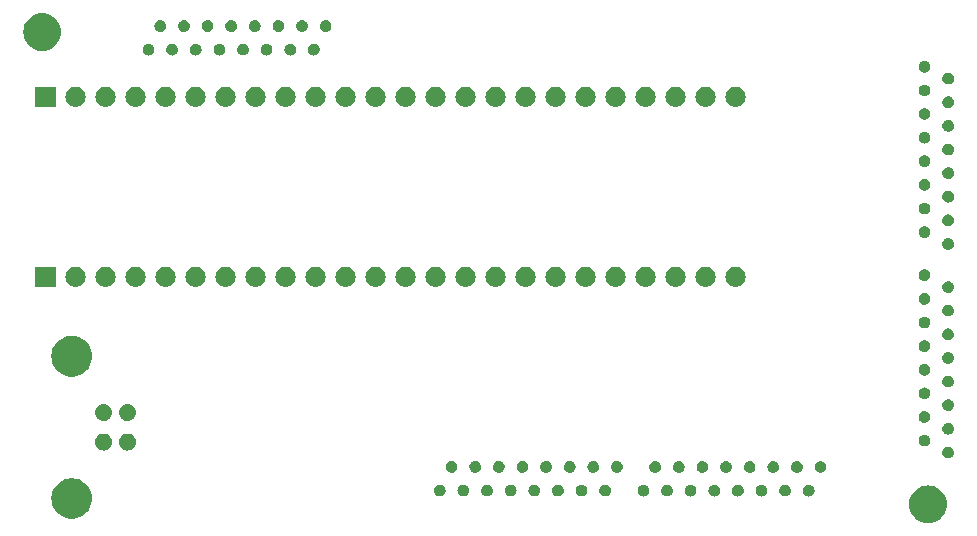
<source format=gbr>
%TF.GenerationSoftware,KiCad,Pcbnew,7.0.7-7.0.7~ubuntu22.04.1*%
%TF.CreationDate,2023-09-08T16:19:24+01:00*%
%TF.ProjectId,FSRray,46535272-6179-42e6-9b69-6361645f7063,rev?*%
%TF.SameCoordinates,Original*%
%TF.FileFunction,Soldermask,Bot*%
%TF.FilePolarity,Negative*%
%FSLAX46Y46*%
G04 Gerber Fmt 4.6, Leading zero omitted, Abs format (unit mm)*
G04 Created by KiCad (PCBNEW 7.0.7-7.0.7~ubuntu22.04.1) date 2023-09-08 16:19:24*
%MOMM*%
%LPD*%
G01*
G04 APERTURE LIST*
G04 APERTURE END LIST*
G36*
X207750295Y-117919699D02*
G01*
X207994427Y-117978310D01*
X208226385Y-118074390D01*
X208440456Y-118205573D01*
X208631371Y-118368629D01*
X208794427Y-118559544D01*
X208925610Y-118773615D01*
X209021690Y-119005573D01*
X209080301Y-119249705D01*
X209100000Y-119500000D01*
X209080301Y-119750295D01*
X209021690Y-119994427D01*
X208925610Y-120226385D01*
X208794427Y-120440456D01*
X208631371Y-120631371D01*
X208440456Y-120794427D01*
X208226385Y-120925610D01*
X207994427Y-121021690D01*
X207750295Y-121080301D01*
X207500000Y-121100000D01*
X207249705Y-121080301D01*
X207005573Y-121021690D01*
X206773615Y-120925610D01*
X206559544Y-120794427D01*
X206368629Y-120631371D01*
X206205573Y-120440456D01*
X206074390Y-120226385D01*
X205978310Y-119994427D01*
X205919699Y-119750295D01*
X205900000Y-119500000D01*
X205919699Y-119249705D01*
X205978310Y-119005573D01*
X206074390Y-118773615D01*
X206205573Y-118559544D01*
X206368629Y-118368629D01*
X206559544Y-118205573D01*
X206773615Y-118074390D01*
X207005573Y-117978310D01*
X207249705Y-117919699D01*
X207500000Y-117900000D01*
X207750295Y-117919699D01*
G37*
G36*
X135383849Y-117318249D02*
G01*
X135630213Y-117394243D01*
X135862500Y-117506106D01*
X136075520Y-117651341D01*
X136264514Y-117826702D01*
X136425262Y-118028273D01*
X136554171Y-118251551D01*
X136648363Y-118491547D01*
X136705733Y-118742902D01*
X136725000Y-119000000D01*
X136705733Y-119257098D01*
X136648363Y-119508453D01*
X136554171Y-119748449D01*
X136425262Y-119971727D01*
X136264514Y-120173298D01*
X136075520Y-120348659D01*
X135862500Y-120493894D01*
X135630213Y-120605757D01*
X135383849Y-120681751D01*
X135128909Y-120720177D01*
X134871091Y-120720177D01*
X134616151Y-120681751D01*
X134369787Y-120605757D01*
X134137500Y-120493894D01*
X133924480Y-120348659D01*
X133735486Y-120173298D01*
X133574738Y-119971727D01*
X133445829Y-119748449D01*
X133351637Y-119508453D01*
X133294267Y-119257098D01*
X133275000Y-119000000D01*
X133294267Y-118742902D01*
X133351637Y-118491547D01*
X133445829Y-118251551D01*
X133574738Y-118028273D01*
X133735486Y-117826702D01*
X133924480Y-117651341D01*
X134137500Y-117506106D01*
X134369787Y-117394243D01*
X134616151Y-117318249D01*
X134871091Y-117279823D01*
X135128909Y-117279823D01*
X135383849Y-117318249D01*
G37*
G36*
X183434719Y-117842742D02*
G01*
X183471157Y-117842742D01*
X183500775Y-117851438D01*
X183529276Y-117855191D01*
X183567559Y-117871048D01*
X183607708Y-117882837D01*
X183628898Y-117896455D01*
X183649742Y-117905089D01*
X183687938Y-117934398D01*
X183727430Y-117959778D01*
X183740160Y-117974469D01*
X183753184Y-117984463D01*
X183786949Y-118028466D01*
X183820627Y-118067333D01*
X183826293Y-118079741D01*
X183832563Y-118087912D01*
X183857317Y-118147674D01*
X183879746Y-118196787D01*
X183880854Y-118204499D01*
X183882461Y-118208377D01*
X183893845Y-118294851D01*
X183900000Y-118337653D01*
X183893845Y-118380454D01*
X183882461Y-118466929D01*
X183880854Y-118470806D01*
X183879746Y-118478519D01*
X183857319Y-118527626D01*
X183832563Y-118587395D01*
X183826292Y-118595566D01*
X183820627Y-118607973D01*
X183786955Y-118646831D01*
X183753187Y-118690840D01*
X183740162Y-118700834D01*
X183727430Y-118715528D01*
X183687931Y-118740912D01*
X183649742Y-118770216D01*
X183628903Y-118778847D01*
X183607708Y-118792469D01*
X183567551Y-118804260D01*
X183529276Y-118820114D01*
X183500781Y-118823865D01*
X183471157Y-118832564D01*
X183434712Y-118832564D01*
X183400000Y-118837134D01*
X183365288Y-118832564D01*
X183328843Y-118832564D01*
X183299219Y-118823865D01*
X183270723Y-118820114D01*
X183232445Y-118804259D01*
X183192292Y-118792469D01*
X183171098Y-118778848D01*
X183150257Y-118770216D01*
X183112062Y-118740908D01*
X183072570Y-118715528D01*
X183059839Y-118700836D01*
X183046812Y-118690840D01*
X183013035Y-118646821D01*
X182979373Y-118607973D01*
X182973708Y-118595569D01*
X182967436Y-118587395D01*
X182942669Y-118527603D01*
X182920254Y-118478519D01*
X182919145Y-118470810D01*
X182917538Y-118466929D01*
X182906142Y-118380372D01*
X182900000Y-118337653D01*
X182906142Y-118294933D01*
X182917538Y-118208377D01*
X182919145Y-118204495D01*
X182920254Y-118196787D01*
X182942671Y-118147697D01*
X182967436Y-118087912D01*
X182973707Y-118079738D01*
X182979373Y-118067333D01*
X183013043Y-118028475D01*
X183046813Y-117984466D01*
X183059837Y-117974471D01*
X183072570Y-117959778D01*
X183112067Y-117934394D01*
X183150259Y-117905089D01*
X183171099Y-117896456D01*
X183192292Y-117882837D01*
X183232441Y-117871048D01*
X183270724Y-117855191D01*
X183299224Y-117851438D01*
X183328843Y-117842742D01*
X183365281Y-117842742D01*
X183400000Y-117838171D01*
X183434719Y-117842742D01*
G37*
G36*
X185434719Y-117842742D02*
G01*
X185471157Y-117842742D01*
X185500775Y-117851438D01*
X185529276Y-117855191D01*
X185567559Y-117871048D01*
X185607708Y-117882837D01*
X185628898Y-117896455D01*
X185649742Y-117905089D01*
X185687938Y-117934398D01*
X185727430Y-117959778D01*
X185740160Y-117974469D01*
X185753184Y-117984463D01*
X185786949Y-118028466D01*
X185820627Y-118067333D01*
X185826293Y-118079741D01*
X185832563Y-118087912D01*
X185857317Y-118147674D01*
X185879746Y-118196787D01*
X185880854Y-118204499D01*
X185882461Y-118208377D01*
X185893845Y-118294851D01*
X185900000Y-118337653D01*
X185893845Y-118380454D01*
X185882461Y-118466929D01*
X185880854Y-118470806D01*
X185879746Y-118478519D01*
X185857319Y-118527626D01*
X185832563Y-118587395D01*
X185826292Y-118595566D01*
X185820627Y-118607973D01*
X185786955Y-118646831D01*
X185753187Y-118690840D01*
X185740162Y-118700834D01*
X185727430Y-118715528D01*
X185687931Y-118740912D01*
X185649742Y-118770216D01*
X185628903Y-118778847D01*
X185607708Y-118792469D01*
X185567551Y-118804260D01*
X185529276Y-118820114D01*
X185500781Y-118823865D01*
X185471157Y-118832564D01*
X185434712Y-118832564D01*
X185400000Y-118837134D01*
X185365288Y-118832564D01*
X185328843Y-118832564D01*
X185299219Y-118823865D01*
X185270723Y-118820114D01*
X185232445Y-118804259D01*
X185192292Y-118792469D01*
X185171098Y-118778848D01*
X185150257Y-118770216D01*
X185112062Y-118740908D01*
X185072570Y-118715528D01*
X185059839Y-118700836D01*
X185046812Y-118690840D01*
X185013035Y-118646821D01*
X184979373Y-118607973D01*
X184973708Y-118595569D01*
X184967436Y-118587395D01*
X184942669Y-118527603D01*
X184920254Y-118478519D01*
X184919145Y-118470810D01*
X184917538Y-118466929D01*
X184906142Y-118380372D01*
X184900000Y-118337653D01*
X184906142Y-118294933D01*
X184917538Y-118208377D01*
X184919145Y-118204495D01*
X184920254Y-118196787D01*
X184942671Y-118147697D01*
X184967436Y-118087912D01*
X184973707Y-118079738D01*
X184979373Y-118067333D01*
X185013043Y-118028475D01*
X185046813Y-117984466D01*
X185059837Y-117974471D01*
X185072570Y-117959778D01*
X185112067Y-117934394D01*
X185150259Y-117905089D01*
X185171099Y-117896456D01*
X185192292Y-117882837D01*
X185232441Y-117871048D01*
X185270724Y-117855191D01*
X185299224Y-117851438D01*
X185328843Y-117842742D01*
X185365281Y-117842742D01*
X185400000Y-117838171D01*
X185434719Y-117842742D01*
G37*
G36*
X187434719Y-117842742D02*
G01*
X187471157Y-117842742D01*
X187500775Y-117851438D01*
X187529276Y-117855191D01*
X187567559Y-117871048D01*
X187607708Y-117882837D01*
X187628898Y-117896455D01*
X187649742Y-117905089D01*
X187687938Y-117934398D01*
X187727430Y-117959778D01*
X187740160Y-117974469D01*
X187753184Y-117984463D01*
X187786949Y-118028466D01*
X187820627Y-118067333D01*
X187826293Y-118079741D01*
X187832563Y-118087912D01*
X187857317Y-118147674D01*
X187879746Y-118196787D01*
X187880854Y-118204499D01*
X187882461Y-118208377D01*
X187893845Y-118294851D01*
X187900000Y-118337653D01*
X187893845Y-118380454D01*
X187882461Y-118466929D01*
X187880854Y-118470806D01*
X187879746Y-118478519D01*
X187857319Y-118527626D01*
X187832563Y-118587395D01*
X187826292Y-118595566D01*
X187820627Y-118607973D01*
X187786955Y-118646831D01*
X187753187Y-118690840D01*
X187740162Y-118700834D01*
X187727430Y-118715528D01*
X187687931Y-118740912D01*
X187649742Y-118770216D01*
X187628903Y-118778847D01*
X187607708Y-118792469D01*
X187567551Y-118804260D01*
X187529276Y-118820114D01*
X187500781Y-118823865D01*
X187471157Y-118832564D01*
X187434712Y-118832564D01*
X187400000Y-118837134D01*
X187365288Y-118832564D01*
X187328843Y-118832564D01*
X187299219Y-118823865D01*
X187270723Y-118820114D01*
X187232445Y-118804259D01*
X187192292Y-118792469D01*
X187171098Y-118778848D01*
X187150257Y-118770216D01*
X187112062Y-118740908D01*
X187072570Y-118715528D01*
X187059839Y-118700836D01*
X187046812Y-118690840D01*
X187013035Y-118646821D01*
X186979373Y-118607973D01*
X186973708Y-118595569D01*
X186967436Y-118587395D01*
X186942669Y-118527603D01*
X186920254Y-118478519D01*
X186919145Y-118470810D01*
X186917538Y-118466929D01*
X186906142Y-118380372D01*
X186900000Y-118337653D01*
X186906142Y-118294933D01*
X186917538Y-118208377D01*
X186919145Y-118204495D01*
X186920254Y-118196787D01*
X186942671Y-118147697D01*
X186967436Y-118087912D01*
X186973707Y-118079738D01*
X186979373Y-118067333D01*
X187013043Y-118028475D01*
X187046813Y-117984466D01*
X187059837Y-117974471D01*
X187072570Y-117959778D01*
X187112067Y-117934394D01*
X187150259Y-117905089D01*
X187171099Y-117896456D01*
X187192292Y-117882837D01*
X187232441Y-117871048D01*
X187270724Y-117855191D01*
X187299224Y-117851438D01*
X187328843Y-117842742D01*
X187365281Y-117842742D01*
X187400000Y-117838171D01*
X187434719Y-117842742D01*
G37*
G36*
X189434719Y-117842742D02*
G01*
X189471157Y-117842742D01*
X189500775Y-117851438D01*
X189529276Y-117855191D01*
X189567559Y-117871048D01*
X189607708Y-117882837D01*
X189628898Y-117896455D01*
X189649742Y-117905089D01*
X189687938Y-117934398D01*
X189727430Y-117959778D01*
X189740160Y-117974469D01*
X189753184Y-117984463D01*
X189786949Y-118028466D01*
X189820627Y-118067333D01*
X189826293Y-118079741D01*
X189832563Y-118087912D01*
X189857317Y-118147674D01*
X189879746Y-118196787D01*
X189880854Y-118204499D01*
X189882461Y-118208377D01*
X189893845Y-118294851D01*
X189900000Y-118337653D01*
X189893845Y-118380454D01*
X189882461Y-118466929D01*
X189880854Y-118470806D01*
X189879746Y-118478519D01*
X189857319Y-118527626D01*
X189832563Y-118587395D01*
X189826292Y-118595566D01*
X189820627Y-118607973D01*
X189786955Y-118646831D01*
X189753187Y-118690840D01*
X189740162Y-118700834D01*
X189727430Y-118715528D01*
X189687931Y-118740912D01*
X189649742Y-118770216D01*
X189628903Y-118778847D01*
X189607708Y-118792469D01*
X189567551Y-118804260D01*
X189529276Y-118820114D01*
X189500781Y-118823865D01*
X189471157Y-118832564D01*
X189434712Y-118832564D01*
X189400000Y-118837134D01*
X189365288Y-118832564D01*
X189328843Y-118832564D01*
X189299219Y-118823865D01*
X189270723Y-118820114D01*
X189232445Y-118804259D01*
X189192292Y-118792469D01*
X189171098Y-118778848D01*
X189150257Y-118770216D01*
X189112062Y-118740908D01*
X189072570Y-118715528D01*
X189059839Y-118700836D01*
X189046812Y-118690840D01*
X189013035Y-118646821D01*
X188979373Y-118607973D01*
X188973708Y-118595569D01*
X188967436Y-118587395D01*
X188942669Y-118527603D01*
X188920254Y-118478519D01*
X188919145Y-118470810D01*
X188917538Y-118466929D01*
X188906142Y-118380372D01*
X188900000Y-118337653D01*
X188906142Y-118294933D01*
X188917538Y-118208377D01*
X188919145Y-118204495D01*
X188920254Y-118196787D01*
X188942671Y-118147697D01*
X188967436Y-118087912D01*
X188973707Y-118079738D01*
X188979373Y-118067333D01*
X189013043Y-118028475D01*
X189046813Y-117984466D01*
X189059837Y-117974471D01*
X189072570Y-117959778D01*
X189112067Y-117934394D01*
X189150259Y-117905089D01*
X189171099Y-117896456D01*
X189192292Y-117882837D01*
X189232441Y-117871048D01*
X189270724Y-117855191D01*
X189299224Y-117851438D01*
X189328843Y-117842742D01*
X189365281Y-117842742D01*
X189400000Y-117838171D01*
X189434719Y-117842742D01*
G37*
G36*
X191434719Y-117842742D02*
G01*
X191471157Y-117842742D01*
X191500775Y-117851438D01*
X191529276Y-117855191D01*
X191567559Y-117871048D01*
X191607708Y-117882837D01*
X191628898Y-117896455D01*
X191649742Y-117905089D01*
X191687938Y-117934398D01*
X191727430Y-117959778D01*
X191740160Y-117974469D01*
X191753184Y-117984463D01*
X191786949Y-118028466D01*
X191820627Y-118067333D01*
X191826293Y-118079741D01*
X191832563Y-118087912D01*
X191857317Y-118147674D01*
X191879746Y-118196787D01*
X191880854Y-118204499D01*
X191882461Y-118208377D01*
X191893845Y-118294851D01*
X191900000Y-118337653D01*
X191893845Y-118380454D01*
X191882461Y-118466929D01*
X191880854Y-118470806D01*
X191879746Y-118478519D01*
X191857319Y-118527626D01*
X191832563Y-118587395D01*
X191826292Y-118595566D01*
X191820627Y-118607973D01*
X191786955Y-118646831D01*
X191753187Y-118690840D01*
X191740162Y-118700834D01*
X191727430Y-118715528D01*
X191687931Y-118740912D01*
X191649742Y-118770216D01*
X191628903Y-118778847D01*
X191607708Y-118792469D01*
X191567551Y-118804260D01*
X191529276Y-118820114D01*
X191500781Y-118823865D01*
X191471157Y-118832564D01*
X191434712Y-118832564D01*
X191400000Y-118837134D01*
X191365288Y-118832564D01*
X191328843Y-118832564D01*
X191299219Y-118823865D01*
X191270723Y-118820114D01*
X191232445Y-118804259D01*
X191192292Y-118792469D01*
X191171098Y-118778848D01*
X191150257Y-118770216D01*
X191112062Y-118740908D01*
X191072570Y-118715528D01*
X191059839Y-118700836D01*
X191046812Y-118690840D01*
X191013035Y-118646821D01*
X190979373Y-118607973D01*
X190973708Y-118595569D01*
X190967436Y-118587395D01*
X190942669Y-118527603D01*
X190920254Y-118478519D01*
X190919145Y-118470810D01*
X190917538Y-118466929D01*
X190906142Y-118380372D01*
X190900000Y-118337653D01*
X190906142Y-118294933D01*
X190917538Y-118208377D01*
X190919145Y-118204495D01*
X190920254Y-118196787D01*
X190942671Y-118147697D01*
X190967436Y-118087912D01*
X190973707Y-118079738D01*
X190979373Y-118067333D01*
X191013043Y-118028475D01*
X191046813Y-117984466D01*
X191059837Y-117974471D01*
X191072570Y-117959778D01*
X191112067Y-117934394D01*
X191150259Y-117905089D01*
X191171099Y-117896456D01*
X191192292Y-117882837D01*
X191232441Y-117871048D01*
X191270724Y-117855191D01*
X191299224Y-117851438D01*
X191328843Y-117842742D01*
X191365281Y-117842742D01*
X191400000Y-117838171D01*
X191434719Y-117842742D01*
G37*
G36*
X193434719Y-117842742D02*
G01*
X193471157Y-117842742D01*
X193500775Y-117851438D01*
X193529276Y-117855191D01*
X193567559Y-117871048D01*
X193607708Y-117882837D01*
X193628898Y-117896455D01*
X193649742Y-117905089D01*
X193687938Y-117934398D01*
X193727430Y-117959778D01*
X193740160Y-117974469D01*
X193753184Y-117984463D01*
X193786949Y-118028466D01*
X193820627Y-118067333D01*
X193826293Y-118079741D01*
X193832563Y-118087912D01*
X193857317Y-118147674D01*
X193879746Y-118196787D01*
X193880854Y-118204499D01*
X193882461Y-118208377D01*
X193893845Y-118294851D01*
X193900000Y-118337653D01*
X193893845Y-118380454D01*
X193882461Y-118466929D01*
X193880854Y-118470806D01*
X193879746Y-118478519D01*
X193857319Y-118527626D01*
X193832563Y-118587395D01*
X193826292Y-118595566D01*
X193820627Y-118607973D01*
X193786955Y-118646831D01*
X193753187Y-118690840D01*
X193740162Y-118700834D01*
X193727430Y-118715528D01*
X193687931Y-118740912D01*
X193649742Y-118770216D01*
X193628903Y-118778847D01*
X193607708Y-118792469D01*
X193567551Y-118804260D01*
X193529276Y-118820114D01*
X193500781Y-118823865D01*
X193471157Y-118832564D01*
X193434712Y-118832564D01*
X193400000Y-118837134D01*
X193365288Y-118832564D01*
X193328843Y-118832564D01*
X193299219Y-118823865D01*
X193270723Y-118820114D01*
X193232445Y-118804259D01*
X193192292Y-118792469D01*
X193171098Y-118778848D01*
X193150257Y-118770216D01*
X193112062Y-118740908D01*
X193072570Y-118715528D01*
X193059839Y-118700836D01*
X193046812Y-118690840D01*
X193013035Y-118646821D01*
X192979373Y-118607973D01*
X192973708Y-118595569D01*
X192967436Y-118587395D01*
X192942669Y-118527603D01*
X192920254Y-118478519D01*
X192919145Y-118470810D01*
X192917538Y-118466929D01*
X192906142Y-118380372D01*
X192900000Y-118337653D01*
X192906142Y-118294933D01*
X192917538Y-118208377D01*
X192919145Y-118204495D01*
X192920254Y-118196787D01*
X192942671Y-118147697D01*
X192967436Y-118087912D01*
X192973707Y-118079738D01*
X192979373Y-118067333D01*
X193013043Y-118028475D01*
X193046813Y-117984466D01*
X193059837Y-117974471D01*
X193072570Y-117959778D01*
X193112067Y-117934394D01*
X193150259Y-117905089D01*
X193171099Y-117896456D01*
X193192292Y-117882837D01*
X193232441Y-117871048D01*
X193270724Y-117855191D01*
X193299224Y-117851438D01*
X193328843Y-117842742D01*
X193365281Y-117842742D01*
X193400000Y-117838171D01*
X193434719Y-117842742D01*
G37*
G36*
X195434719Y-117842742D02*
G01*
X195471157Y-117842742D01*
X195500775Y-117851438D01*
X195529276Y-117855191D01*
X195567559Y-117871048D01*
X195607708Y-117882837D01*
X195628898Y-117896455D01*
X195649742Y-117905089D01*
X195687938Y-117934398D01*
X195727430Y-117959778D01*
X195740160Y-117974469D01*
X195753184Y-117984463D01*
X195786949Y-118028466D01*
X195820627Y-118067333D01*
X195826293Y-118079741D01*
X195832563Y-118087912D01*
X195857317Y-118147674D01*
X195879746Y-118196787D01*
X195880854Y-118204499D01*
X195882461Y-118208377D01*
X195893845Y-118294851D01*
X195900000Y-118337653D01*
X195893845Y-118380454D01*
X195882461Y-118466929D01*
X195880854Y-118470806D01*
X195879746Y-118478519D01*
X195857319Y-118527626D01*
X195832563Y-118587395D01*
X195826292Y-118595566D01*
X195820627Y-118607973D01*
X195786955Y-118646831D01*
X195753187Y-118690840D01*
X195740162Y-118700834D01*
X195727430Y-118715528D01*
X195687931Y-118740912D01*
X195649742Y-118770216D01*
X195628903Y-118778847D01*
X195607708Y-118792469D01*
X195567551Y-118804260D01*
X195529276Y-118820114D01*
X195500781Y-118823865D01*
X195471157Y-118832564D01*
X195434712Y-118832564D01*
X195400000Y-118837134D01*
X195365288Y-118832564D01*
X195328843Y-118832564D01*
X195299219Y-118823865D01*
X195270723Y-118820114D01*
X195232445Y-118804259D01*
X195192292Y-118792469D01*
X195171098Y-118778848D01*
X195150257Y-118770216D01*
X195112062Y-118740908D01*
X195072570Y-118715528D01*
X195059839Y-118700836D01*
X195046812Y-118690840D01*
X195013035Y-118646821D01*
X194979373Y-118607973D01*
X194973708Y-118595569D01*
X194967436Y-118587395D01*
X194942669Y-118527603D01*
X194920254Y-118478519D01*
X194919145Y-118470810D01*
X194917538Y-118466929D01*
X194906142Y-118380372D01*
X194900000Y-118337653D01*
X194906142Y-118294933D01*
X194917538Y-118208377D01*
X194919145Y-118204495D01*
X194920254Y-118196787D01*
X194942671Y-118147697D01*
X194967436Y-118087912D01*
X194973707Y-118079738D01*
X194979373Y-118067333D01*
X195013043Y-118028475D01*
X195046813Y-117984466D01*
X195059837Y-117974471D01*
X195072570Y-117959778D01*
X195112067Y-117934394D01*
X195150259Y-117905089D01*
X195171099Y-117896456D01*
X195192292Y-117882837D01*
X195232441Y-117871048D01*
X195270724Y-117855191D01*
X195299224Y-117851438D01*
X195328843Y-117842742D01*
X195365281Y-117842742D01*
X195400000Y-117838171D01*
X195434719Y-117842742D01*
G37*
G36*
X197434719Y-117842742D02*
G01*
X197471157Y-117842742D01*
X197500775Y-117851438D01*
X197529276Y-117855191D01*
X197567559Y-117871048D01*
X197607708Y-117882837D01*
X197628898Y-117896455D01*
X197649742Y-117905089D01*
X197687938Y-117934398D01*
X197727430Y-117959778D01*
X197740160Y-117974469D01*
X197753184Y-117984463D01*
X197786949Y-118028466D01*
X197820627Y-118067333D01*
X197826293Y-118079741D01*
X197832563Y-118087912D01*
X197857317Y-118147674D01*
X197879746Y-118196787D01*
X197880854Y-118204499D01*
X197882461Y-118208377D01*
X197893845Y-118294851D01*
X197900000Y-118337653D01*
X197893845Y-118380454D01*
X197882461Y-118466929D01*
X197880854Y-118470806D01*
X197879746Y-118478519D01*
X197857319Y-118527626D01*
X197832563Y-118587395D01*
X197826292Y-118595566D01*
X197820627Y-118607973D01*
X197786955Y-118646831D01*
X197753187Y-118690840D01*
X197740162Y-118700834D01*
X197727430Y-118715528D01*
X197687931Y-118740912D01*
X197649742Y-118770216D01*
X197628903Y-118778847D01*
X197607708Y-118792469D01*
X197567551Y-118804260D01*
X197529276Y-118820114D01*
X197500781Y-118823865D01*
X197471157Y-118832564D01*
X197434712Y-118832564D01*
X197400000Y-118837134D01*
X197365288Y-118832564D01*
X197328843Y-118832564D01*
X197299219Y-118823865D01*
X197270723Y-118820114D01*
X197232445Y-118804259D01*
X197192292Y-118792469D01*
X197171098Y-118778848D01*
X197150257Y-118770216D01*
X197112062Y-118740908D01*
X197072570Y-118715528D01*
X197059839Y-118700836D01*
X197046812Y-118690840D01*
X197013035Y-118646821D01*
X196979373Y-118607973D01*
X196973708Y-118595569D01*
X196967436Y-118587395D01*
X196942669Y-118527603D01*
X196920254Y-118478519D01*
X196919145Y-118470810D01*
X196917538Y-118466929D01*
X196906142Y-118380372D01*
X196900000Y-118337653D01*
X196906142Y-118294933D01*
X196917538Y-118208377D01*
X196919145Y-118204495D01*
X196920254Y-118196787D01*
X196942671Y-118147697D01*
X196967436Y-118087912D01*
X196973707Y-118079738D01*
X196979373Y-118067333D01*
X197013043Y-118028475D01*
X197046813Y-117984466D01*
X197059837Y-117974471D01*
X197072570Y-117959778D01*
X197112067Y-117934394D01*
X197150259Y-117905089D01*
X197171099Y-117896456D01*
X197192292Y-117882837D01*
X197232441Y-117871048D01*
X197270724Y-117855191D01*
X197299224Y-117851438D01*
X197328843Y-117842742D01*
X197365281Y-117842742D01*
X197400000Y-117838171D01*
X197434719Y-117842742D01*
G37*
G36*
X166197219Y-117827742D02*
G01*
X166233657Y-117827742D01*
X166263275Y-117836438D01*
X166291776Y-117840191D01*
X166330059Y-117856048D01*
X166370208Y-117867837D01*
X166391398Y-117881455D01*
X166412242Y-117890089D01*
X166450438Y-117919398D01*
X166489930Y-117944778D01*
X166502660Y-117959469D01*
X166515684Y-117969463D01*
X166549449Y-118013466D01*
X166583127Y-118052333D01*
X166588793Y-118064741D01*
X166595063Y-118072912D01*
X166619817Y-118132674D01*
X166642246Y-118181787D01*
X166643354Y-118189499D01*
X166644961Y-118193377D01*
X166656346Y-118279858D01*
X166662500Y-118322653D01*
X166656344Y-118365461D01*
X166644961Y-118451929D01*
X166643354Y-118455806D01*
X166642246Y-118463519D01*
X166619819Y-118512626D01*
X166595063Y-118572395D01*
X166588792Y-118580566D01*
X166583127Y-118592973D01*
X166549455Y-118631831D01*
X166515687Y-118675840D01*
X166502662Y-118685834D01*
X166489930Y-118700528D01*
X166450431Y-118725912D01*
X166412242Y-118755216D01*
X166391403Y-118763847D01*
X166370208Y-118777469D01*
X166330051Y-118789260D01*
X166291776Y-118805114D01*
X166263281Y-118808865D01*
X166233657Y-118817564D01*
X166197212Y-118817564D01*
X166162500Y-118822134D01*
X166127788Y-118817564D01*
X166091343Y-118817564D01*
X166061719Y-118808865D01*
X166033223Y-118805114D01*
X165994945Y-118789259D01*
X165954792Y-118777469D01*
X165933598Y-118763848D01*
X165912757Y-118755216D01*
X165874562Y-118725908D01*
X165835070Y-118700528D01*
X165822339Y-118685836D01*
X165809312Y-118675840D01*
X165775535Y-118631821D01*
X165741873Y-118592973D01*
X165736208Y-118580569D01*
X165729936Y-118572395D01*
X165705169Y-118512603D01*
X165682754Y-118463519D01*
X165681645Y-118455810D01*
X165680038Y-118451929D01*
X165668642Y-118365372D01*
X165662500Y-118322653D01*
X165668642Y-118279933D01*
X165680038Y-118193377D01*
X165681645Y-118189495D01*
X165682754Y-118181787D01*
X165705171Y-118132697D01*
X165729936Y-118072912D01*
X165736207Y-118064738D01*
X165741873Y-118052333D01*
X165775543Y-118013475D01*
X165809313Y-117969466D01*
X165822337Y-117959471D01*
X165835070Y-117944778D01*
X165874567Y-117919394D01*
X165912759Y-117890089D01*
X165933599Y-117881456D01*
X165954792Y-117867837D01*
X165994941Y-117856048D01*
X166033224Y-117840191D01*
X166061724Y-117836438D01*
X166091343Y-117827742D01*
X166127781Y-117827742D01*
X166162500Y-117823171D01*
X166197219Y-117827742D01*
G37*
G36*
X168197219Y-117827742D02*
G01*
X168233657Y-117827742D01*
X168263275Y-117836438D01*
X168291776Y-117840191D01*
X168330059Y-117856048D01*
X168370208Y-117867837D01*
X168391398Y-117881455D01*
X168412242Y-117890089D01*
X168450438Y-117919398D01*
X168489930Y-117944778D01*
X168502660Y-117959469D01*
X168515684Y-117969463D01*
X168549449Y-118013466D01*
X168583127Y-118052333D01*
X168588793Y-118064741D01*
X168595063Y-118072912D01*
X168619817Y-118132674D01*
X168642246Y-118181787D01*
X168643354Y-118189499D01*
X168644961Y-118193377D01*
X168656345Y-118279851D01*
X168662500Y-118322653D01*
X168656345Y-118365454D01*
X168644961Y-118451929D01*
X168643354Y-118455806D01*
X168642246Y-118463519D01*
X168619819Y-118512626D01*
X168595063Y-118572395D01*
X168588792Y-118580566D01*
X168583127Y-118592973D01*
X168549455Y-118631831D01*
X168515687Y-118675840D01*
X168502662Y-118685834D01*
X168489930Y-118700528D01*
X168450431Y-118725912D01*
X168412242Y-118755216D01*
X168391403Y-118763847D01*
X168370208Y-118777469D01*
X168330051Y-118789260D01*
X168291776Y-118805114D01*
X168263281Y-118808865D01*
X168233657Y-118817564D01*
X168197212Y-118817564D01*
X168162500Y-118822134D01*
X168127788Y-118817564D01*
X168091343Y-118817564D01*
X168061719Y-118808865D01*
X168033223Y-118805114D01*
X167994945Y-118789259D01*
X167954792Y-118777469D01*
X167933598Y-118763848D01*
X167912757Y-118755216D01*
X167874562Y-118725908D01*
X167835070Y-118700528D01*
X167822339Y-118685836D01*
X167809312Y-118675840D01*
X167775535Y-118631821D01*
X167741873Y-118592973D01*
X167736208Y-118580569D01*
X167729936Y-118572395D01*
X167705169Y-118512603D01*
X167682754Y-118463519D01*
X167681645Y-118455810D01*
X167680038Y-118451929D01*
X167668642Y-118365372D01*
X167662500Y-118322653D01*
X167668642Y-118279933D01*
X167680038Y-118193377D01*
X167681645Y-118189495D01*
X167682754Y-118181787D01*
X167705171Y-118132697D01*
X167729936Y-118072912D01*
X167736207Y-118064738D01*
X167741873Y-118052333D01*
X167775543Y-118013475D01*
X167809313Y-117969466D01*
X167822337Y-117959471D01*
X167835070Y-117944778D01*
X167874567Y-117919394D01*
X167912759Y-117890089D01*
X167933599Y-117881456D01*
X167954792Y-117867837D01*
X167994941Y-117856048D01*
X168033224Y-117840191D01*
X168061724Y-117836438D01*
X168091343Y-117827742D01*
X168127781Y-117827742D01*
X168162500Y-117823171D01*
X168197219Y-117827742D01*
G37*
G36*
X170197219Y-117827742D02*
G01*
X170233657Y-117827742D01*
X170263275Y-117836438D01*
X170291776Y-117840191D01*
X170330059Y-117856048D01*
X170370208Y-117867837D01*
X170391398Y-117881455D01*
X170412242Y-117890089D01*
X170450438Y-117919398D01*
X170489930Y-117944778D01*
X170502660Y-117959469D01*
X170515684Y-117969463D01*
X170549449Y-118013466D01*
X170583127Y-118052333D01*
X170588793Y-118064741D01*
X170595063Y-118072912D01*
X170619817Y-118132674D01*
X170642246Y-118181787D01*
X170643354Y-118189499D01*
X170644961Y-118193377D01*
X170656346Y-118279858D01*
X170662500Y-118322653D01*
X170656344Y-118365461D01*
X170644961Y-118451929D01*
X170643354Y-118455806D01*
X170642246Y-118463519D01*
X170619819Y-118512626D01*
X170595063Y-118572395D01*
X170588792Y-118580566D01*
X170583127Y-118592973D01*
X170549455Y-118631831D01*
X170515687Y-118675840D01*
X170502662Y-118685834D01*
X170489930Y-118700528D01*
X170450431Y-118725912D01*
X170412242Y-118755216D01*
X170391403Y-118763847D01*
X170370208Y-118777469D01*
X170330051Y-118789260D01*
X170291776Y-118805114D01*
X170263281Y-118808865D01*
X170233657Y-118817564D01*
X170197212Y-118817564D01*
X170162500Y-118822134D01*
X170127788Y-118817564D01*
X170091343Y-118817564D01*
X170061719Y-118808865D01*
X170033223Y-118805114D01*
X169994945Y-118789259D01*
X169954792Y-118777469D01*
X169933598Y-118763848D01*
X169912757Y-118755216D01*
X169874562Y-118725908D01*
X169835070Y-118700528D01*
X169822339Y-118685836D01*
X169809312Y-118675840D01*
X169775535Y-118631821D01*
X169741873Y-118592973D01*
X169736208Y-118580569D01*
X169729936Y-118572395D01*
X169705169Y-118512603D01*
X169682754Y-118463519D01*
X169681645Y-118455810D01*
X169680038Y-118451929D01*
X169668642Y-118365372D01*
X169662500Y-118322653D01*
X169668642Y-118279933D01*
X169680038Y-118193377D01*
X169681645Y-118189495D01*
X169682754Y-118181787D01*
X169705171Y-118132697D01*
X169729936Y-118072912D01*
X169736207Y-118064738D01*
X169741873Y-118052333D01*
X169775543Y-118013475D01*
X169809313Y-117969466D01*
X169822337Y-117959471D01*
X169835070Y-117944778D01*
X169874567Y-117919394D01*
X169912759Y-117890089D01*
X169933599Y-117881456D01*
X169954792Y-117867837D01*
X169994941Y-117856048D01*
X170033224Y-117840191D01*
X170061724Y-117836438D01*
X170091343Y-117827742D01*
X170127781Y-117827742D01*
X170162500Y-117823171D01*
X170197219Y-117827742D01*
G37*
G36*
X172197219Y-117827742D02*
G01*
X172233657Y-117827742D01*
X172263275Y-117836438D01*
X172291776Y-117840191D01*
X172330059Y-117856048D01*
X172370208Y-117867837D01*
X172391398Y-117881455D01*
X172412242Y-117890089D01*
X172450438Y-117919398D01*
X172489930Y-117944778D01*
X172502660Y-117959469D01*
X172515684Y-117969463D01*
X172549449Y-118013466D01*
X172583127Y-118052333D01*
X172588793Y-118064741D01*
X172595063Y-118072912D01*
X172619817Y-118132674D01*
X172642246Y-118181787D01*
X172643354Y-118189499D01*
X172644961Y-118193377D01*
X172656345Y-118279851D01*
X172662500Y-118322653D01*
X172656345Y-118365454D01*
X172644961Y-118451929D01*
X172643354Y-118455806D01*
X172642246Y-118463519D01*
X172619819Y-118512626D01*
X172595063Y-118572395D01*
X172588792Y-118580566D01*
X172583127Y-118592973D01*
X172549455Y-118631831D01*
X172515687Y-118675840D01*
X172502662Y-118685834D01*
X172489930Y-118700528D01*
X172450431Y-118725912D01*
X172412242Y-118755216D01*
X172391403Y-118763847D01*
X172370208Y-118777469D01*
X172330051Y-118789260D01*
X172291776Y-118805114D01*
X172263281Y-118808865D01*
X172233657Y-118817564D01*
X172197212Y-118817564D01*
X172162500Y-118822134D01*
X172127788Y-118817564D01*
X172091343Y-118817564D01*
X172061719Y-118808865D01*
X172033223Y-118805114D01*
X171994945Y-118789259D01*
X171954792Y-118777469D01*
X171933598Y-118763848D01*
X171912757Y-118755216D01*
X171874562Y-118725908D01*
X171835070Y-118700528D01*
X171822339Y-118685836D01*
X171809312Y-118675840D01*
X171775535Y-118631821D01*
X171741873Y-118592973D01*
X171736208Y-118580569D01*
X171729936Y-118572395D01*
X171705169Y-118512603D01*
X171682754Y-118463519D01*
X171681645Y-118455810D01*
X171680038Y-118451929D01*
X171668642Y-118365372D01*
X171662500Y-118322653D01*
X171668642Y-118279933D01*
X171680038Y-118193377D01*
X171681645Y-118189495D01*
X171682754Y-118181787D01*
X171705171Y-118132697D01*
X171729936Y-118072912D01*
X171736207Y-118064738D01*
X171741873Y-118052333D01*
X171775543Y-118013475D01*
X171809313Y-117969466D01*
X171822337Y-117959471D01*
X171835070Y-117944778D01*
X171874567Y-117919394D01*
X171912759Y-117890089D01*
X171933599Y-117881456D01*
X171954792Y-117867837D01*
X171994941Y-117856048D01*
X172033224Y-117840191D01*
X172061724Y-117836438D01*
X172091343Y-117827742D01*
X172127781Y-117827742D01*
X172162500Y-117823171D01*
X172197219Y-117827742D01*
G37*
G36*
X174197219Y-117827742D02*
G01*
X174233657Y-117827742D01*
X174263275Y-117836438D01*
X174291776Y-117840191D01*
X174330059Y-117856048D01*
X174370208Y-117867837D01*
X174391398Y-117881455D01*
X174412242Y-117890089D01*
X174450438Y-117919398D01*
X174489930Y-117944778D01*
X174502660Y-117959469D01*
X174515684Y-117969463D01*
X174549449Y-118013466D01*
X174583127Y-118052333D01*
X174588793Y-118064741D01*
X174595063Y-118072912D01*
X174619817Y-118132674D01*
X174642246Y-118181787D01*
X174643354Y-118189499D01*
X174644961Y-118193377D01*
X174656346Y-118279858D01*
X174662500Y-118322653D01*
X174656344Y-118365461D01*
X174644961Y-118451929D01*
X174643354Y-118455806D01*
X174642246Y-118463519D01*
X174619819Y-118512626D01*
X174595063Y-118572395D01*
X174588792Y-118580566D01*
X174583127Y-118592973D01*
X174549455Y-118631831D01*
X174515687Y-118675840D01*
X174502662Y-118685834D01*
X174489930Y-118700528D01*
X174450431Y-118725912D01*
X174412242Y-118755216D01*
X174391403Y-118763847D01*
X174370208Y-118777469D01*
X174330051Y-118789260D01*
X174291776Y-118805114D01*
X174263281Y-118808865D01*
X174233657Y-118817564D01*
X174197212Y-118817564D01*
X174162500Y-118822134D01*
X174127788Y-118817564D01*
X174091343Y-118817564D01*
X174061719Y-118808865D01*
X174033223Y-118805114D01*
X173994945Y-118789259D01*
X173954792Y-118777469D01*
X173933598Y-118763848D01*
X173912757Y-118755216D01*
X173874562Y-118725908D01*
X173835070Y-118700528D01*
X173822339Y-118685836D01*
X173809312Y-118675840D01*
X173775535Y-118631821D01*
X173741873Y-118592973D01*
X173736208Y-118580569D01*
X173729936Y-118572395D01*
X173705169Y-118512603D01*
X173682754Y-118463519D01*
X173681645Y-118455810D01*
X173680038Y-118451929D01*
X173668642Y-118365372D01*
X173662500Y-118322653D01*
X173668642Y-118279933D01*
X173680038Y-118193377D01*
X173681645Y-118189495D01*
X173682754Y-118181787D01*
X173705171Y-118132697D01*
X173729936Y-118072912D01*
X173736207Y-118064738D01*
X173741873Y-118052333D01*
X173775543Y-118013475D01*
X173809313Y-117969466D01*
X173822337Y-117959471D01*
X173835070Y-117944778D01*
X173874567Y-117919394D01*
X173912759Y-117890089D01*
X173933599Y-117881456D01*
X173954792Y-117867837D01*
X173994941Y-117856048D01*
X174033224Y-117840191D01*
X174061724Y-117836438D01*
X174091343Y-117827742D01*
X174127781Y-117827742D01*
X174162500Y-117823171D01*
X174197219Y-117827742D01*
G37*
G36*
X176197219Y-117827742D02*
G01*
X176233657Y-117827742D01*
X176263275Y-117836438D01*
X176291776Y-117840191D01*
X176330059Y-117856048D01*
X176370208Y-117867837D01*
X176391398Y-117881455D01*
X176412242Y-117890089D01*
X176450438Y-117919398D01*
X176489930Y-117944778D01*
X176502660Y-117959469D01*
X176515684Y-117969463D01*
X176549449Y-118013466D01*
X176583127Y-118052333D01*
X176588793Y-118064741D01*
X176595063Y-118072912D01*
X176619817Y-118132674D01*
X176642246Y-118181787D01*
X176643354Y-118189499D01*
X176644961Y-118193377D01*
X176656345Y-118279851D01*
X176662500Y-118322653D01*
X176656345Y-118365454D01*
X176644961Y-118451929D01*
X176643354Y-118455806D01*
X176642246Y-118463519D01*
X176619819Y-118512626D01*
X176595063Y-118572395D01*
X176588792Y-118580566D01*
X176583127Y-118592973D01*
X176549455Y-118631831D01*
X176515687Y-118675840D01*
X176502662Y-118685834D01*
X176489930Y-118700528D01*
X176450431Y-118725912D01*
X176412242Y-118755216D01*
X176391403Y-118763847D01*
X176370208Y-118777469D01*
X176330051Y-118789260D01*
X176291776Y-118805114D01*
X176263281Y-118808865D01*
X176233657Y-118817564D01*
X176197212Y-118817564D01*
X176162500Y-118822134D01*
X176127788Y-118817564D01*
X176091343Y-118817564D01*
X176061719Y-118808865D01*
X176033223Y-118805114D01*
X175994945Y-118789259D01*
X175954792Y-118777469D01*
X175933598Y-118763848D01*
X175912757Y-118755216D01*
X175874562Y-118725908D01*
X175835070Y-118700528D01*
X175822339Y-118685836D01*
X175809312Y-118675840D01*
X175775535Y-118631821D01*
X175741873Y-118592973D01*
X175736208Y-118580569D01*
X175729936Y-118572395D01*
X175705169Y-118512603D01*
X175682754Y-118463519D01*
X175681645Y-118455810D01*
X175680038Y-118451929D01*
X175668642Y-118365372D01*
X175662500Y-118322653D01*
X175668642Y-118279933D01*
X175680038Y-118193377D01*
X175681645Y-118189495D01*
X175682754Y-118181787D01*
X175705171Y-118132697D01*
X175729936Y-118072912D01*
X175736207Y-118064738D01*
X175741873Y-118052333D01*
X175775543Y-118013475D01*
X175809313Y-117969466D01*
X175822337Y-117959471D01*
X175835070Y-117944778D01*
X175874567Y-117919394D01*
X175912759Y-117890089D01*
X175933599Y-117881456D01*
X175954792Y-117867837D01*
X175994941Y-117856048D01*
X176033224Y-117840191D01*
X176061724Y-117836438D01*
X176091343Y-117827742D01*
X176127781Y-117827742D01*
X176162500Y-117823171D01*
X176197219Y-117827742D01*
G37*
G36*
X178197219Y-117827742D02*
G01*
X178233657Y-117827742D01*
X178263275Y-117836438D01*
X178291776Y-117840191D01*
X178330059Y-117856048D01*
X178370208Y-117867837D01*
X178391398Y-117881455D01*
X178412242Y-117890089D01*
X178450438Y-117919398D01*
X178489930Y-117944778D01*
X178502660Y-117959469D01*
X178515684Y-117969463D01*
X178549449Y-118013466D01*
X178583127Y-118052333D01*
X178588793Y-118064741D01*
X178595063Y-118072912D01*
X178619817Y-118132674D01*
X178642246Y-118181787D01*
X178643354Y-118189499D01*
X178644961Y-118193377D01*
X178656346Y-118279858D01*
X178662500Y-118322653D01*
X178656344Y-118365461D01*
X178644961Y-118451929D01*
X178643354Y-118455806D01*
X178642246Y-118463519D01*
X178619819Y-118512626D01*
X178595063Y-118572395D01*
X178588792Y-118580566D01*
X178583127Y-118592973D01*
X178549455Y-118631831D01*
X178515687Y-118675840D01*
X178502662Y-118685834D01*
X178489930Y-118700528D01*
X178450431Y-118725912D01*
X178412242Y-118755216D01*
X178391403Y-118763847D01*
X178370208Y-118777469D01*
X178330051Y-118789260D01*
X178291776Y-118805114D01*
X178263281Y-118808865D01*
X178233657Y-118817564D01*
X178197212Y-118817564D01*
X178162500Y-118822134D01*
X178127788Y-118817564D01*
X178091343Y-118817564D01*
X178061719Y-118808865D01*
X178033223Y-118805114D01*
X177994945Y-118789259D01*
X177954792Y-118777469D01*
X177933598Y-118763848D01*
X177912757Y-118755216D01*
X177874562Y-118725908D01*
X177835070Y-118700528D01*
X177822339Y-118685836D01*
X177809312Y-118675840D01*
X177775535Y-118631821D01*
X177741873Y-118592973D01*
X177736208Y-118580569D01*
X177729936Y-118572395D01*
X177705169Y-118512603D01*
X177682754Y-118463519D01*
X177681645Y-118455810D01*
X177680038Y-118451929D01*
X177668642Y-118365372D01*
X177662500Y-118322653D01*
X177668642Y-118279933D01*
X177680038Y-118193377D01*
X177681645Y-118189495D01*
X177682754Y-118181787D01*
X177705171Y-118132697D01*
X177729936Y-118072912D01*
X177736207Y-118064738D01*
X177741873Y-118052333D01*
X177775543Y-118013475D01*
X177809313Y-117969466D01*
X177822337Y-117959471D01*
X177835070Y-117944778D01*
X177874567Y-117919394D01*
X177912759Y-117890089D01*
X177933599Y-117881456D01*
X177954792Y-117867837D01*
X177994941Y-117856048D01*
X178033224Y-117840191D01*
X178061724Y-117836438D01*
X178091343Y-117827742D01*
X178127781Y-117827742D01*
X178162500Y-117823171D01*
X178197219Y-117827742D01*
G37*
G36*
X180197219Y-117827742D02*
G01*
X180233657Y-117827742D01*
X180263275Y-117836438D01*
X180291776Y-117840191D01*
X180330059Y-117856048D01*
X180370208Y-117867837D01*
X180391398Y-117881455D01*
X180412242Y-117890089D01*
X180450438Y-117919398D01*
X180489930Y-117944778D01*
X180502660Y-117959469D01*
X180515684Y-117969463D01*
X180549449Y-118013466D01*
X180583127Y-118052333D01*
X180588793Y-118064741D01*
X180595063Y-118072912D01*
X180619817Y-118132674D01*
X180642246Y-118181787D01*
X180643354Y-118189499D01*
X180644961Y-118193377D01*
X180656345Y-118279851D01*
X180662500Y-118322653D01*
X180656345Y-118365454D01*
X180644961Y-118451929D01*
X180643354Y-118455806D01*
X180642246Y-118463519D01*
X180619819Y-118512626D01*
X180595063Y-118572395D01*
X180588792Y-118580566D01*
X180583127Y-118592973D01*
X180549455Y-118631831D01*
X180515687Y-118675840D01*
X180502662Y-118685834D01*
X180489930Y-118700528D01*
X180450431Y-118725912D01*
X180412242Y-118755216D01*
X180391403Y-118763847D01*
X180370208Y-118777469D01*
X180330051Y-118789260D01*
X180291776Y-118805114D01*
X180263281Y-118808865D01*
X180233657Y-118817564D01*
X180197212Y-118817564D01*
X180162500Y-118822134D01*
X180127788Y-118817564D01*
X180091343Y-118817564D01*
X180061719Y-118808865D01*
X180033223Y-118805114D01*
X179994945Y-118789259D01*
X179954792Y-118777469D01*
X179933598Y-118763848D01*
X179912757Y-118755216D01*
X179874562Y-118725908D01*
X179835070Y-118700528D01*
X179822339Y-118685836D01*
X179809312Y-118675840D01*
X179775535Y-118631821D01*
X179741873Y-118592973D01*
X179736208Y-118580569D01*
X179729936Y-118572395D01*
X179705169Y-118512603D01*
X179682754Y-118463519D01*
X179681645Y-118455810D01*
X179680038Y-118451929D01*
X179668642Y-118365372D01*
X179662500Y-118322653D01*
X179668642Y-118279933D01*
X179680038Y-118193377D01*
X179681645Y-118189495D01*
X179682754Y-118181787D01*
X179705171Y-118132697D01*
X179729936Y-118072912D01*
X179736207Y-118064738D01*
X179741873Y-118052333D01*
X179775543Y-118013475D01*
X179809313Y-117969466D01*
X179822337Y-117959471D01*
X179835070Y-117944778D01*
X179874567Y-117919394D01*
X179912759Y-117890089D01*
X179933599Y-117881456D01*
X179954792Y-117867837D01*
X179994941Y-117856048D01*
X180033224Y-117840191D01*
X180061724Y-117836438D01*
X180091343Y-117827742D01*
X180127781Y-117827742D01*
X180162500Y-117823171D01*
X180197219Y-117827742D01*
G37*
G36*
X184434719Y-115842742D02*
G01*
X184471157Y-115842742D01*
X184500775Y-115851438D01*
X184529276Y-115855191D01*
X184567559Y-115871048D01*
X184607708Y-115882837D01*
X184628898Y-115896455D01*
X184649742Y-115905089D01*
X184687938Y-115934398D01*
X184727430Y-115959778D01*
X184740160Y-115974469D01*
X184753184Y-115984463D01*
X184786949Y-116028466D01*
X184820627Y-116067333D01*
X184826293Y-116079741D01*
X184832563Y-116087912D01*
X184857317Y-116147674D01*
X184879746Y-116196787D01*
X184880854Y-116204499D01*
X184882461Y-116208377D01*
X184893846Y-116294858D01*
X184900000Y-116337653D01*
X184893844Y-116380461D01*
X184882461Y-116466929D01*
X184880854Y-116470806D01*
X184879746Y-116478519D01*
X184857319Y-116527626D01*
X184832563Y-116587395D01*
X184826292Y-116595566D01*
X184820627Y-116607973D01*
X184786955Y-116646831D01*
X184753187Y-116690840D01*
X184740162Y-116700834D01*
X184727430Y-116715528D01*
X184687931Y-116740912D01*
X184649742Y-116770216D01*
X184628903Y-116778847D01*
X184607708Y-116792469D01*
X184567551Y-116804260D01*
X184529276Y-116820114D01*
X184500781Y-116823865D01*
X184471157Y-116832564D01*
X184434712Y-116832564D01*
X184400000Y-116837134D01*
X184365288Y-116832564D01*
X184328843Y-116832564D01*
X184299219Y-116823865D01*
X184270723Y-116820114D01*
X184232445Y-116804259D01*
X184192292Y-116792469D01*
X184171098Y-116778848D01*
X184150257Y-116770216D01*
X184112062Y-116740908D01*
X184072570Y-116715528D01*
X184059839Y-116700836D01*
X184046812Y-116690840D01*
X184013035Y-116646821D01*
X183979373Y-116607973D01*
X183973708Y-116595569D01*
X183967436Y-116587395D01*
X183942669Y-116527603D01*
X183920254Y-116478519D01*
X183919145Y-116470810D01*
X183917538Y-116466929D01*
X183906143Y-116380379D01*
X183900000Y-116337653D01*
X183906141Y-116294941D01*
X183917538Y-116208377D01*
X183919145Y-116204495D01*
X183920254Y-116196787D01*
X183942671Y-116147697D01*
X183967436Y-116087912D01*
X183973707Y-116079738D01*
X183979373Y-116067333D01*
X184013043Y-116028475D01*
X184046813Y-115984466D01*
X184059837Y-115974471D01*
X184072570Y-115959778D01*
X184112067Y-115934394D01*
X184150259Y-115905089D01*
X184171099Y-115896456D01*
X184192292Y-115882837D01*
X184232441Y-115871048D01*
X184270724Y-115855191D01*
X184299224Y-115851438D01*
X184328843Y-115842742D01*
X184365281Y-115842742D01*
X184400000Y-115838171D01*
X184434719Y-115842742D01*
G37*
G36*
X186434719Y-115842742D02*
G01*
X186471157Y-115842742D01*
X186500775Y-115851438D01*
X186529276Y-115855191D01*
X186567559Y-115871048D01*
X186607708Y-115882837D01*
X186628898Y-115896455D01*
X186649742Y-115905089D01*
X186687938Y-115934398D01*
X186727430Y-115959778D01*
X186740160Y-115974469D01*
X186753184Y-115984463D01*
X186786949Y-116028466D01*
X186820627Y-116067333D01*
X186826293Y-116079741D01*
X186832563Y-116087912D01*
X186857317Y-116147674D01*
X186879746Y-116196787D01*
X186880854Y-116204499D01*
X186882461Y-116208377D01*
X186893846Y-116294858D01*
X186900000Y-116337653D01*
X186893844Y-116380461D01*
X186882461Y-116466929D01*
X186880854Y-116470806D01*
X186879746Y-116478519D01*
X186857319Y-116527626D01*
X186832563Y-116587395D01*
X186826292Y-116595566D01*
X186820627Y-116607973D01*
X186786955Y-116646831D01*
X186753187Y-116690840D01*
X186740162Y-116700834D01*
X186727430Y-116715528D01*
X186687931Y-116740912D01*
X186649742Y-116770216D01*
X186628903Y-116778847D01*
X186607708Y-116792469D01*
X186567551Y-116804260D01*
X186529276Y-116820114D01*
X186500781Y-116823865D01*
X186471157Y-116832564D01*
X186434712Y-116832564D01*
X186400000Y-116837134D01*
X186365288Y-116832564D01*
X186328843Y-116832564D01*
X186299219Y-116823865D01*
X186270723Y-116820114D01*
X186232445Y-116804259D01*
X186192292Y-116792469D01*
X186171098Y-116778848D01*
X186150257Y-116770216D01*
X186112062Y-116740908D01*
X186072570Y-116715528D01*
X186059839Y-116700836D01*
X186046812Y-116690840D01*
X186013035Y-116646821D01*
X185979373Y-116607973D01*
X185973708Y-116595569D01*
X185967436Y-116587395D01*
X185942669Y-116527603D01*
X185920254Y-116478519D01*
X185919145Y-116470810D01*
X185917538Y-116466929D01*
X185906143Y-116380379D01*
X185900000Y-116337653D01*
X185906141Y-116294941D01*
X185917538Y-116208377D01*
X185919145Y-116204495D01*
X185920254Y-116196787D01*
X185942671Y-116147697D01*
X185967436Y-116087912D01*
X185973707Y-116079738D01*
X185979373Y-116067333D01*
X186013043Y-116028475D01*
X186046813Y-115984466D01*
X186059837Y-115974471D01*
X186072570Y-115959778D01*
X186112067Y-115934394D01*
X186150259Y-115905089D01*
X186171099Y-115896456D01*
X186192292Y-115882837D01*
X186232441Y-115871048D01*
X186270724Y-115855191D01*
X186299224Y-115851438D01*
X186328843Y-115842742D01*
X186365281Y-115842742D01*
X186400000Y-115838171D01*
X186434719Y-115842742D01*
G37*
G36*
X188434719Y-115842742D02*
G01*
X188471157Y-115842742D01*
X188500775Y-115851438D01*
X188529276Y-115855191D01*
X188567559Y-115871048D01*
X188607708Y-115882837D01*
X188628898Y-115896455D01*
X188649742Y-115905089D01*
X188687938Y-115934398D01*
X188727430Y-115959778D01*
X188740160Y-115974469D01*
X188753184Y-115984463D01*
X188786949Y-116028466D01*
X188820627Y-116067333D01*
X188826293Y-116079741D01*
X188832563Y-116087912D01*
X188857317Y-116147674D01*
X188879746Y-116196787D01*
X188880854Y-116204499D01*
X188882461Y-116208377D01*
X188893846Y-116294858D01*
X188900000Y-116337653D01*
X188893844Y-116380461D01*
X188882461Y-116466929D01*
X188880854Y-116470806D01*
X188879746Y-116478519D01*
X188857319Y-116527626D01*
X188832563Y-116587395D01*
X188826292Y-116595566D01*
X188820627Y-116607973D01*
X188786955Y-116646831D01*
X188753187Y-116690840D01*
X188740162Y-116700834D01*
X188727430Y-116715528D01*
X188687931Y-116740912D01*
X188649742Y-116770216D01*
X188628903Y-116778847D01*
X188607708Y-116792469D01*
X188567551Y-116804260D01*
X188529276Y-116820114D01*
X188500781Y-116823865D01*
X188471157Y-116832564D01*
X188434712Y-116832564D01*
X188400000Y-116837134D01*
X188365288Y-116832564D01*
X188328843Y-116832564D01*
X188299219Y-116823865D01*
X188270723Y-116820114D01*
X188232445Y-116804259D01*
X188192292Y-116792469D01*
X188171098Y-116778848D01*
X188150257Y-116770216D01*
X188112062Y-116740908D01*
X188072570Y-116715528D01*
X188059839Y-116700836D01*
X188046812Y-116690840D01*
X188013035Y-116646821D01*
X187979373Y-116607973D01*
X187973708Y-116595569D01*
X187967436Y-116587395D01*
X187942669Y-116527603D01*
X187920254Y-116478519D01*
X187919145Y-116470810D01*
X187917538Y-116466929D01*
X187906143Y-116380379D01*
X187900000Y-116337653D01*
X187906141Y-116294941D01*
X187917538Y-116208377D01*
X187919145Y-116204495D01*
X187920254Y-116196787D01*
X187942671Y-116147697D01*
X187967436Y-116087912D01*
X187973707Y-116079738D01*
X187979373Y-116067333D01*
X188013043Y-116028475D01*
X188046813Y-115984466D01*
X188059837Y-115974471D01*
X188072570Y-115959778D01*
X188112067Y-115934394D01*
X188150259Y-115905089D01*
X188171099Y-115896456D01*
X188192292Y-115882837D01*
X188232441Y-115871048D01*
X188270724Y-115855191D01*
X188299224Y-115851438D01*
X188328843Y-115842742D01*
X188365281Y-115842742D01*
X188400000Y-115838171D01*
X188434719Y-115842742D01*
G37*
G36*
X190434719Y-115842742D02*
G01*
X190471157Y-115842742D01*
X190500775Y-115851438D01*
X190529276Y-115855191D01*
X190567559Y-115871048D01*
X190607708Y-115882837D01*
X190628898Y-115896455D01*
X190649742Y-115905089D01*
X190687938Y-115934398D01*
X190727430Y-115959778D01*
X190740160Y-115974469D01*
X190753184Y-115984463D01*
X190786949Y-116028466D01*
X190820627Y-116067333D01*
X190826293Y-116079741D01*
X190832563Y-116087912D01*
X190857317Y-116147674D01*
X190879746Y-116196787D01*
X190880854Y-116204499D01*
X190882461Y-116208377D01*
X190893846Y-116294858D01*
X190900000Y-116337653D01*
X190893844Y-116380461D01*
X190882461Y-116466929D01*
X190880854Y-116470806D01*
X190879746Y-116478519D01*
X190857319Y-116527626D01*
X190832563Y-116587395D01*
X190826292Y-116595566D01*
X190820627Y-116607973D01*
X190786955Y-116646831D01*
X190753187Y-116690840D01*
X190740162Y-116700834D01*
X190727430Y-116715528D01*
X190687931Y-116740912D01*
X190649742Y-116770216D01*
X190628903Y-116778847D01*
X190607708Y-116792469D01*
X190567551Y-116804260D01*
X190529276Y-116820114D01*
X190500781Y-116823865D01*
X190471157Y-116832564D01*
X190434712Y-116832564D01*
X190400000Y-116837134D01*
X190365288Y-116832564D01*
X190328843Y-116832564D01*
X190299219Y-116823865D01*
X190270723Y-116820114D01*
X190232445Y-116804259D01*
X190192292Y-116792469D01*
X190171098Y-116778848D01*
X190150257Y-116770216D01*
X190112062Y-116740908D01*
X190072570Y-116715528D01*
X190059839Y-116700836D01*
X190046812Y-116690840D01*
X190013035Y-116646821D01*
X189979373Y-116607973D01*
X189973708Y-116595569D01*
X189967436Y-116587395D01*
X189942669Y-116527603D01*
X189920254Y-116478519D01*
X189919145Y-116470810D01*
X189917538Y-116466929D01*
X189906143Y-116380379D01*
X189900000Y-116337653D01*
X189906141Y-116294941D01*
X189917538Y-116208377D01*
X189919145Y-116204495D01*
X189920254Y-116196787D01*
X189942671Y-116147697D01*
X189967436Y-116087912D01*
X189973707Y-116079738D01*
X189979373Y-116067333D01*
X190013043Y-116028475D01*
X190046813Y-115984466D01*
X190059837Y-115974471D01*
X190072570Y-115959778D01*
X190112067Y-115934394D01*
X190150259Y-115905089D01*
X190171099Y-115896456D01*
X190192292Y-115882837D01*
X190232441Y-115871048D01*
X190270724Y-115855191D01*
X190299224Y-115851438D01*
X190328843Y-115842742D01*
X190365281Y-115842742D01*
X190400000Y-115838171D01*
X190434719Y-115842742D01*
G37*
G36*
X192434719Y-115842742D02*
G01*
X192471157Y-115842742D01*
X192500775Y-115851438D01*
X192529276Y-115855191D01*
X192567559Y-115871048D01*
X192607708Y-115882837D01*
X192628898Y-115896455D01*
X192649742Y-115905089D01*
X192687938Y-115934398D01*
X192727430Y-115959778D01*
X192740160Y-115974469D01*
X192753184Y-115984463D01*
X192786949Y-116028466D01*
X192820627Y-116067333D01*
X192826293Y-116079741D01*
X192832563Y-116087912D01*
X192857317Y-116147674D01*
X192879746Y-116196787D01*
X192880854Y-116204499D01*
X192882461Y-116208377D01*
X192893846Y-116294858D01*
X192900000Y-116337653D01*
X192893844Y-116380461D01*
X192882461Y-116466929D01*
X192880854Y-116470806D01*
X192879746Y-116478519D01*
X192857319Y-116527626D01*
X192832563Y-116587395D01*
X192826292Y-116595566D01*
X192820627Y-116607973D01*
X192786955Y-116646831D01*
X192753187Y-116690840D01*
X192740162Y-116700834D01*
X192727430Y-116715528D01*
X192687931Y-116740912D01*
X192649742Y-116770216D01*
X192628903Y-116778847D01*
X192607708Y-116792469D01*
X192567551Y-116804260D01*
X192529276Y-116820114D01*
X192500781Y-116823865D01*
X192471157Y-116832564D01*
X192434712Y-116832564D01*
X192400000Y-116837134D01*
X192365288Y-116832564D01*
X192328843Y-116832564D01*
X192299219Y-116823865D01*
X192270723Y-116820114D01*
X192232445Y-116804259D01*
X192192292Y-116792469D01*
X192171098Y-116778848D01*
X192150257Y-116770216D01*
X192112062Y-116740908D01*
X192072570Y-116715528D01*
X192059839Y-116700836D01*
X192046812Y-116690840D01*
X192013035Y-116646821D01*
X191979373Y-116607973D01*
X191973708Y-116595569D01*
X191967436Y-116587395D01*
X191942669Y-116527603D01*
X191920254Y-116478519D01*
X191919145Y-116470810D01*
X191917538Y-116466929D01*
X191906143Y-116380379D01*
X191900000Y-116337653D01*
X191906141Y-116294941D01*
X191917538Y-116208377D01*
X191919145Y-116204495D01*
X191920254Y-116196787D01*
X191942671Y-116147697D01*
X191967436Y-116087912D01*
X191973707Y-116079738D01*
X191979373Y-116067333D01*
X192013043Y-116028475D01*
X192046813Y-115984466D01*
X192059837Y-115974471D01*
X192072570Y-115959778D01*
X192112067Y-115934394D01*
X192150259Y-115905089D01*
X192171099Y-115896456D01*
X192192292Y-115882837D01*
X192232441Y-115871048D01*
X192270724Y-115855191D01*
X192299224Y-115851438D01*
X192328843Y-115842742D01*
X192365281Y-115842742D01*
X192400000Y-115838171D01*
X192434719Y-115842742D01*
G37*
G36*
X194434719Y-115842742D02*
G01*
X194471157Y-115842742D01*
X194500775Y-115851438D01*
X194529276Y-115855191D01*
X194567559Y-115871048D01*
X194607708Y-115882837D01*
X194628898Y-115896455D01*
X194649742Y-115905089D01*
X194687938Y-115934398D01*
X194727430Y-115959778D01*
X194740160Y-115974469D01*
X194753184Y-115984463D01*
X194786949Y-116028466D01*
X194820627Y-116067333D01*
X194826293Y-116079741D01*
X194832563Y-116087912D01*
X194857317Y-116147674D01*
X194879746Y-116196787D01*
X194880854Y-116204499D01*
X194882461Y-116208377D01*
X194893846Y-116294858D01*
X194900000Y-116337653D01*
X194893844Y-116380461D01*
X194882461Y-116466929D01*
X194880854Y-116470806D01*
X194879746Y-116478519D01*
X194857319Y-116527626D01*
X194832563Y-116587395D01*
X194826292Y-116595566D01*
X194820627Y-116607973D01*
X194786955Y-116646831D01*
X194753187Y-116690840D01*
X194740162Y-116700834D01*
X194727430Y-116715528D01*
X194687931Y-116740912D01*
X194649742Y-116770216D01*
X194628903Y-116778847D01*
X194607708Y-116792469D01*
X194567551Y-116804260D01*
X194529276Y-116820114D01*
X194500781Y-116823865D01*
X194471157Y-116832564D01*
X194434712Y-116832564D01*
X194400000Y-116837134D01*
X194365288Y-116832564D01*
X194328843Y-116832564D01*
X194299219Y-116823865D01*
X194270723Y-116820114D01*
X194232445Y-116804259D01*
X194192292Y-116792469D01*
X194171098Y-116778848D01*
X194150257Y-116770216D01*
X194112062Y-116740908D01*
X194072570Y-116715528D01*
X194059839Y-116700836D01*
X194046812Y-116690840D01*
X194013035Y-116646821D01*
X193979373Y-116607973D01*
X193973708Y-116595569D01*
X193967436Y-116587395D01*
X193942669Y-116527603D01*
X193920254Y-116478519D01*
X193919145Y-116470810D01*
X193917538Y-116466929D01*
X193906143Y-116380379D01*
X193900000Y-116337653D01*
X193906141Y-116294941D01*
X193917538Y-116208377D01*
X193919145Y-116204495D01*
X193920254Y-116196787D01*
X193942671Y-116147697D01*
X193967436Y-116087912D01*
X193973707Y-116079738D01*
X193979373Y-116067333D01*
X194013043Y-116028475D01*
X194046813Y-115984466D01*
X194059837Y-115974471D01*
X194072570Y-115959778D01*
X194112067Y-115934394D01*
X194150259Y-115905089D01*
X194171099Y-115896456D01*
X194192292Y-115882837D01*
X194232441Y-115871048D01*
X194270724Y-115855191D01*
X194299224Y-115851438D01*
X194328843Y-115842742D01*
X194365281Y-115842742D01*
X194400000Y-115838171D01*
X194434719Y-115842742D01*
G37*
G36*
X196434719Y-115842742D02*
G01*
X196471157Y-115842742D01*
X196500775Y-115851438D01*
X196529276Y-115855191D01*
X196567559Y-115871048D01*
X196607708Y-115882837D01*
X196628898Y-115896455D01*
X196649742Y-115905089D01*
X196687938Y-115934398D01*
X196727430Y-115959778D01*
X196740160Y-115974469D01*
X196753184Y-115984463D01*
X196786949Y-116028466D01*
X196820627Y-116067333D01*
X196826293Y-116079741D01*
X196832563Y-116087912D01*
X196857317Y-116147674D01*
X196879746Y-116196787D01*
X196880854Y-116204499D01*
X196882461Y-116208377D01*
X196893846Y-116294858D01*
X196900000Y-116337653D01*
X196893844Y-116380461D01*
X196882461Y-116466929D01*
X196880854Y-116470806D01*
X196879746Y-116478519D01*
X196857319Y-116527626D01*
X196832563Y-116587395D01*
X196826292Y-116595566D01*
X196820627Y-116607973D01*
X196786955Y-116646831D01*
X196753187Y-116690840D01*
X196740162Y-116700834D01*
X196727430Y-116715528D01*
X196687931Y-116740912D01*
X196649742Y-116770216D01*
X196628903Y-116778847D01*
X196607708Y-116792469D01*
X196567551Y-116804260D01*
X196529276Y-116820114D01*
X196500781Y-116823865D01*
X196471157Y-116832564D01*
X196434712Y-116832564D01*
X196400000Y-116837134D01*
X196365288Y-116832564D01*
X196328843Y-116832564D01*
X196299219Y-116823865D01*
X196270723Y-116820114D01*
X196232445Y-116804259D01*
X196192292Y-116792469D01*
X196171098Y-116778848D01*
X196150257Y-116770216D01*
X196112062Y-116740908D01*
X196072570Y-116715528D01*
X196059839Y-116700836D01*
X196046812Y-116690840D01*
X196013035Y-116646821D01*
X195979373Y-116607973D01*
X195973708Y-116595569D01*
X195967436Y-116587395D01*
X195942669Y-116527603D01*
X195920254Y-116478519D01*
X195919145Y-116470810D01*
X195917538Y-116466929D01*
X195906143Y-116380379D01*
X195900000Y-116337653D01*
X195906141Y-116294941D01*
X195917538Y-116208377D01*
X195919145Y-116204495D01*
X195920254Y-116196787D01*
X195942671Y-116147697D01*
X195967436Y-116087912D01*
X195973707Y-116079738D01*
X195979373Y-116067333D01*
X196013043Y-116028475D01*
X196046813Y-115984466D01*
X196059837Y-115974471D01*
X196072570Y-115959778D01*
X196112067Y-115934394D01*
X196150259Y-115905089D01*
X196171099Y-115896456D01*
X196192292Y-115882837D01*
X196232441Y-115871048D01*
X196270724Y-115855191D01*
X196299224Y-115851438D01*
X196328843Y-115842742D01*
X196365281Y-115842742D01*
X196400000Y-115838171D01*
X196434719Y-115842742D01*
G37*
G36*
X198434719Y-115842742D02*
G01*
X198471157Y-115842742D01*
X198500775Y-115851438D01*
X198529276Y-115855191D01*
X198567559Y-115871048D01*
X198607708Y-115882837D01*
X198628898Y-115896455D01*
X198649742Y-115905089D01*
X198687938Y-115934398D01*
X198727430Y-115959778D01*
X198740160Y-115974469D01*
X198753184Y-115984463D01*
X198786949Y-116028466D01*
X198820627Y-116067333D01*
X198826293Y-116079741D01*
X198832563Y-116087912D01*
X198857317Y-116147674D01*
X198879746Y-116196787D01*
X198880854Y-116204499D01*
X198882461Y-116208377D01*
X198893846Y-116294858D01*
X198900000Y-116337653D01*
X198893844Y-116380461D01*
X198882461Y-116466929D01*
X198880854Y-116470806D01*
X198879746Y-116478519D01*
X198857319Y-116527626D01*
X198832563Y-116587395D01*
X198826292Y-116595566D01*
X198820627Y-116607973D01*
X198786955Y-116646831D01*
X198753187Y-116690840D01*
X198740162Y-116700834D01*
X198727430Y-116715528D01*
X198687931Y-116740912D01*
X198649742Y-116770216D01*
X198628903Y-116778847D01*
X198607708Y-116792469D01*
X198567551Y-116804260D01*
X198529276Y-116820114D01*
X198500781Y-116823865D01*
X198471157Y-116832564D01*
X198434712Y-116832564D01*
X198400000Y-116837134D01*
X198365288Y-116832564D01*
X198328843Y-116832564D01*
X198299219Y-116823865D01*
X198270723Y-116820114D01*
X198232445Y-116804259D01*
X198192292Y-116792469D01*
X198171098Y-116778848D01*
X198150257Y-116770216D01*
X198112062Y-116740908D01*
X198072570Y-116715528D01*
X198059839Y-116700836D01*
X198046812Y-116690840D01*
X198013035Y-116646821D01*
X197979373Y-116607973D01*
X197973708Y-116595569D01*
X197967436Y-116587395D01*
X197942669Y-116527603D01*
X197920254Y-116478519D01*
X197919145Y-116470810D01*
X197917538Y-116466929D01*
X197906143Y-116380379D01*
X197900000Y-116337653D01*
X197906141Y-116294941D01*
X197917538Y-116208377D01*
X197919145Y-116204495D01*
X197920254Y-116196787D01*
X197942671Y-116147697D01*
X197967436Y-116087912D01*
X197973707Y-116079738D01*
X197979373Y-116067333D01*
X198013043Y-116028475D01*
X198046813Y-115984466D01*
X198059837Y-115974471D01*
X198072570Y-115959778D01*
X198112067Y-115934394D01*
X198150259Y-115905089D01*
X198171099Y-115896456D01*
X198192292Y-115882837D01*
X198232441Y-115871048D01*
X198270724Y-115855191D01*
X198299224Y-115851438D01*
X198328843Y-115842742D01*
X198365281Y-115842742D01*
X198400000Y-115838171D01*
X198434719Y-115842742D01*
G37*
G36*
X167197219Y-115827742D02*
G01*
X167233657Y-115827742D01*
X167263275Y-115836438D01*
X167291776Y-115840191D01*
X167330059Y-115856048D01*
X167370208Y-115867837D01*
X167391398Y-115881455D01*
X167412242Y-115890089D01*
X167450438Y-115919398D01*
X167489930Y-115944778D01*
X167502660Y-115959469D01*
X167515684Y-115969463D01*
X167549449Y-116013466D01*
X167583127Y-116052333D01*
X167588793Y-116064741D01*
X167595063Y-116072912D01*
X167619817Y-116132674D01*
X167642246Y-116181787D01*
X167643354Y-116189499D01*
X167644961Y-116193377D01*
X167656345Y-116279851D01*
X167662500Y-116322653D01*
X167656345Y-116365454D01*
X167644961Y-116451929D01*
X167643354Y-116455806D01*
X167642246Y-116463519D01*
X167619819Y-116512626D01*
X167595063Y-116572395D01*
X167588792Y-116580566D01*
X167583127Y-116592973D01*
X167549455Y-116631831D01*
X167515687Y-116675840D01*
X167502662Y-116685834D01*
X167489930Y-116700528D01*
X167450431Y-116725912D01*
X167412242Y-116755216D01*
X167391403Y-116763847D01*
X167370208Y-116777469D01*
X167330051Y-116789260D01*
X167291776Y-116805114D01*
X167263281Y-116808865D01*
X167233657Y-116817564D01*
X167197212Y-116817564D01*
X167162500Y-116822134D01*
X167127788Y-116817564D01*
X167091343Y-116817564D01*
X167061719Y-116808865D01*
X167033223Y-116805114D01*
X166994945Y-116789259D01*
X166954792Y-116777469D01*
X166933598Y-116763848D01*
X166912757Y-116755216D01*
X166874562Y-116725908D01*
X166835070Y-116700528D01*
X166822339Y-116685836D01*
X166809312Y-116675840D01*
X166775535Y-116631821D01*
X166741873Y-116592973D01*
X166736208Y-116580569D01*
X166729936Y-116572395D01*
X166705169Y-116512603D01*
X166682754Y-116463519D01*
X166681645Y-116455810D01*
X166680038Y-116451929D01*
X166668642Y-116365372D01*
X166662500Y-116322653D01*
X166668642Y-116279933D01*
X166680038Y-116193377D01*
X166681645Y-116189495D01*
X166682754Y-116181787D01*
X166705171Y-116132697D01*
X166729936Y-116072912D01*
X166736207Y-116064738D01*
X166741873Y-116052333D01*
X166775543Y-116013475D01*
X166809313Y-115969466D01*
X166822337Y-115959471D01*
X166835070Y-115944778D01*
X166874567Y-115919394D01*
X166912759Y-115890089D01*
X166933599Y-115881456D01*
X166954792Y-115867837D01*
X166994941Y-115856048D01*
X167033224Y-115840191D01*
X167061724Y-115836438D01*
X167091343Y-115827742D01*
X167127781Y-115827742D01*
X167162500Y-115823171D01*
X167197219Y-115827742D01*
G37*
G36*
X169197219Y-115827742D02*
G01*
X169233657Y-115827742D01*
X169263275Y-115836438D01*
X169291776Y-115840191D01*
X169330059Y-115856048D01*
X169370208Y-115867837D01*
X169391398Y-115881455D01*
X169412242Y-115890089D01*
X169450438Y-115919398D01*
X169489930Y-115944778D01*
X169502660Y-115959469D01*
X169515684Y-115969463D01*
X169549449Y-116013466D01*
X169583127Y-116052333D01*
X169588793Y-116064741D01*
X169595063Y-116072912D01*
X169619817Y-116132674D01*
X169642246Y-116181787D01*
X169643354Y-116189499D01*
X169644961Y-116193377D01*
X169656345Y-116279851D01*
X169662500Y-116322653D01*
X169656345Y-116365454D01*
X169644961Y-116451929D01*
X169643354Y-116455806D01*
X169642246Y-116463519D01*
X169619819Y-116512626D01*
X169595063Y-116572395D01*
X169588792Y-116580566D01*
X169583127Y-116592973D01*
X169549455Y-116631831D01*
X169515687Y-116675840D01*
X169502662Y-116685834D01*
X169489930Y-116700528D01*
X169450431Y-116725912D01*
X169412242Y-116755216D01*
X169391403Y-116763847D01*
X169370208Y-116777469D01*
X169330051Y-116789260D01*
X169291776Y-116805114D01*
X169263281Y-116808865D01*
X169233657Y-116817564D01*
X169197212Y-116817564D01*
X169162500Y-116822134D01*
X169127788Y-116817564D01*
X169091343Y-116817564D01*
X169061719Y-116808865D01*
X169033223Y-116805114D01*
X168994945Y-116789259D01*
X168954792Y-116777469D01*
X168933598Y-116763848D01*
X168912757Y-116755216D01*
X168874562Y-116725908D01*
X168835070Y-116700528D01*
X168822339Y-116685836D01*
X168809312Y-116675840D01*
X168775535Y-116631821D01*
X168741873Y-116592973D01*
X168736208Y-116580569D01*
X168729936Y-116572395D01*
X168705169Y-116512603D01*
X168682754Y-116463519D01*
X168681645Y-116455810D01*
X168680038Y-116451929D01*
X168668642Y-116365372D01*
X168662500Y-116322653D01*
X168668642Y-116279933D01*
X168680038Y-116193377D01*
X168681645Y-116189495D01*
X168682754Y-116181787D01*
X168705171Y-116132697D01*
X168729936Y-116072912D01*
X168736207Y-116064738D01*
X168741873Y-116052333D01*
X168775543Y-116013475D01*
X168809313Y-115969466D01*
X168822337Y-115959471D01*
X168835070Y-115944778D01*
X168874567Y-115919394D01*
X168912759Y-115890089D01*
X168933599Y-115881456D01*
X168954792Y-115867837D01*
X168994941Y-115856048D01*
X169033224Y-115840191D01*
X169061724Y-115836438D01*
X169091343Y-115827742D01*
X169127781Y-115827742D01*
X169162500Y-115823171D01*
X169197219Y-115827742D01*
G37*
G36*
X171197219Y-115827742D02*
G01*
X171233657Y-115827742D01*
X171263275Y-115836438D01*
X171291776Y-115840191D01*
X171330059Y-115856048D01*
X171370208Y-115867837D01*
X171391398Y-115881455D01*
X171412242Y-115890089D01*
X171450438Y-115919398D01*
X171489930Y-115944778D01*
X171502660Y-115959469D01*
X171515684Y-115969463D01*
X171549449Y-116013466D01*
X171583127Y-116052333D01*
X171588793Y-116064741D01*
X171595063Y-116072912D01*
X171619817Y-116132674D01*
X171642246Y-116181787D01*
X171643354Y-116189499D01*
X171644961Y-116193377D01*
X171656345Y-116279851D01*
X171662500Y-116322653D01*
X171656345Y-116365454D01*
X171644961Y-116451929D01*
X171643354Y-116455806D01*
X171642246Y-116463519D01*
X171619819Y-116512626D01*
X171595063Y-116572395D01*
X171588792Y-116580566D01*
X171583127Y-116592973D01*
X171549455Y-116631831D01*
X171515687Y-116675840D01*
X171502662Y-116685834D01*
X171489930Y-116700528D01*
X171450431Y-116725912D01*
X171412242Y-116755216D01*
X171391403Y-116763847D01*
X171370208Y-116777469D01*
X171330051Y-116789260D01*
X171291776Y-116805114D01*
X171263281Y-116808865D01*
X171233657Y-116817564D01*
X171197212Y-116817564D01*
X171162500Y-116822134D01*
X171127788Y-116817564D01*
X171091343Y-116817564D01*
X171061719Y-116808865D01*
X171033223Y-116805114D01*
X170994945Y-116789259D01*
X170954792Y-116777469D01*
X170933598Y-116763848D01*
X170912757Y-116755216D01*
X170874562Y-116725908D01*
X170835070Y-116700528D01*
X170822339Y-116685836D01*
X170809312Y-116675840D01*
X170775535Y-116631821D01*
X170741873Y-116592973D01*
X170736208Y-116580569D01*
X170729936Y-116572395D01*
X170705169Y-116512603D01*
X170682754Y-116463519D01*
X170681645Y-116455810D01*
X170680038Y-116451929D01*
X170668642Y-116365372D01*
X170662500Y-116322653D01*
X170668642Y-116279933D01*
X170680038Y-116193377D01*
X170681645Y-116189495D01*
X170682754Y-116181787D01*
X170705171Y-116132697D01*
X170729936Y-116072912D01*
X170736207Y-116064738D01*
X170741873Y-116052333D01*
X170775543Y-116013475D01*
X170809313Y-115969466D01*
X170822337Y-115959471D01*
X170835070Y-115944778D01*
X170874567Y-115919394D01*
X170912759Y-115890089D01*
X170933599Y-115881456D01*
X170954792Y-115867837D01*
X170994941Y-115856048D01*
X171033224Y-115840191D01*
X171061724Y-115836438D01*
X171091343Y-115827742D01*
X171127781Y-115827742D01*
X171162500Y-115823171D01*
X171197219Y-115827742D01*
G37*
G36*
X173197219Y-115827742D02*
G01*
X173233657Y-115827742D01*
X173263275Y-115836438D01*
X173291776Y-115840191D01*
X173330059Y-115856048D01*
X173370208Y-115867837D01*
X173391398Y-115881455D01*
X173412242Y-115890089D01*
X173450438Y-115919398D01*
X173489930Y-115944778D01*
X173502660Y-115959469D01*
X173515684Y-115969463D01*
X173549449Y-116013466D01*
X173583127Y-116052333D01*
X173588793Y-116064741D01*
X173595063Y-116072912D01*
X173619817Y-116132674D01*
X173642246Y-116181787D01*
X173643354Y-116189499D01*
X173644961Y-116193377D01*
X173656345Y-116279851D01*
X173662500Y-116322653D01*
X173656345Y-116365454D01*
X173644961Y-116451929D01*
X173643354Y-116455806D01*
X173642246Y-116463519D01*
X173619819Y-116512626D01*
X173595063Y-116572395D01*
X173588792Y-116580566D01*
X173583127Y-116592973D01*
X173549455Y-116631831D01*
X173515687Y-116675840D01*
X173502662Y-116685834D01*
X173489930Y-116700528D01*
X173450431Y-116725912D01*
X173412242Y-116755216D01*
X173391403Y-116763847D01*
X173370208Y-116777469D01*
X173330051Y-116789260D01*
X173291776Y-116805114D01*
X173263281Y-116808865D01*
X173233657Y-116817564D01*
X173197212Y-116817564D01*
X173162500Y-116822134D01*
X173127788Y-116817564D01*
X173091343Y-116817564D01*
X173061719Y-116808865D01*
X173033223Y-116805114D01*
X172994945Y-116789259D01*
X172954792Y-116777469D01*
X172933598Y-116763848D01*
X172912757Y-116755216D01*
X172874562Y-116725908D01*
X172835070Y-116700528D01*
X172822339Y-116685836D01*
X172809312Y-116675840D01*
X172775535Y-116631821D01*
X172741873Y-116592973D01*
X172736208Y-116580569D01*
X172729936Y-116572395D01*
X172705169Y-116512603D01*
X172682754Y-116463519D01*
X172681645Y-116455810D01*
X172680038Y-116451929D01*
X172668642Y-116365372D01*
X172662500Y-116322653D01*
X172668642Y-116279933D01*
X172680038Y-116193377D01*
X172681645Y-116189495D01*
X172682754Y-116181787D01*
X172705171Y-116132697D01*
X172729936Y-116072912D01*
X172736207Y-116064738D01*
X172741873Y-116052333D01*
X172775543Y-116013475D01*
X172809313Y-115969466D01*
X172822337Y-115959471D01*
X172835070Y-115944778D01*
X172874567Y-115919394D01*
X172912759Y-115890089D01*
X172933599Y-115881456D01*
X172954792Y-115867837D01*
X172994941Y-115856048D01*
X173033224Y-115840191D01*
X173061724Y-115836438D01*
X173091343Y-115827742D01*
X173127781Y-115827742D01*
X173162500Y-115823171D01*
X173197219Y-115827742D01*
G37*
G36*
X175197219Y-115827742D02*
G01*
X175233657Y-115827742D01*
X175263275Y-115836438D01*
X175291776Y-115840191D01*
X175330059Y-115856048D01*
X175370208Y-115867837D01*
X175391398Y-115881455D01*
X175412242Y-115890089D01*
X175450438Y-115919398D01*
X175489930Y-115944778D01*
X175502660Y-115959469D01*
X175515684Y-115969463D01*
X175549449Y-116013466D01*
X175583127Y-116052333D01*
X175588793Y-116064741D01*
X175595063Y-116072912D01*
X175619817Y-116132674D01*
X175642246Y-116181787D01*
X175643354Y-116189499D01*
X175644961Y-116193377D01*
X175656345Y-116279851D01*
X175662500Y-116322653D01*
X175656345Y-116365454D01*
X175644961Y-116451929D01*
X175643354Y-116455806D01*
X175642246Y-116463519D01*
X175619819Y-116512626D01*
X175595063Y-116572395D01*
X175588792Y-116580566D01*
X175583127Y-116592973D01*
X175549455Y-116631831D01*
X175515687Y-116675840D01*
X175502662Y-116685834D01*
X175489930Y-116700528D01*
X175450431Y-116725912D01*
X175412242Y-116755216D01*
X175391403Y-116763847D01*
X175370208Y-116777469D01*
X175330051Y-116789260D01*
X175291776Y-116805114D01*
X175263281Y-116808865D01*
X175233657Y-116817564D01*
X175197212Y-116817564D01*
X175162500Y-116822134D01*
X175127788Y-116817564D01*
X175091343Y-116817564D01*
X175061719Y-116808865D01*
X175033223Y-116805114D01*
X174994945Y-116789259D01*
X174954792Y-116777469D01*
X174933598Y-116763848D01*
X174912757Y-116755216D01*
X174874562Y-116725908D01*
X174835070Y-116700528D01*
X174822339Y-116685836D01*
X174809312Y-116675840D01*
X174775535Y-116631821D01*
X174741873Y-116592973D01*
X174736208Y-116580569D01*
X174729936Y-116572395D01*
X174705169Y-116512603D01*
X174682754Y-116463519D01*
X174681645Y-116455810D01*
X174680038Y-116451929D01*
X174668642Y-116365372D01*
X174662500Y-116322653D01*
X174668642Y-116279933D01*
X174680038Y-116193377D01*
X174681645Y-116189495D01*
X174682754Y-116181787D01*
X174705171Y-116132697D01*
X174729936Y-116072912D01*
X174736207Y-116064738D01*
X174741873Y-116052333D01*
X174775543Y-116013475D01*
X174809313Y-115969466D01*
X174822337Y-115959471D01*
X174835070Y-115944778D01*
X174874567Y-115919394D01*
X174912759Y-115890089D01*
X174933599Y-115881456D01*
X174954792Y-115867837D01*
X174994941Y-115856048D01*
X175033224Y-115840191D01*
X175061724Y-115836438D01*
X175091343Y-115827742D01*
X175127781Y-115827742D01*
X175162500Y-115823171D01*
X175197219Y-115827742D01*
G37*
G36*
X177197219Y-115827742D02*
G01*
X177233657Y-115827742D01*
X177263275Y-115836438D01*
X177291776Y-115840191D01*
X177330059Y-115856048D01*
X177370208Y-115867837D01*
X177391398Y-115881455D01*
X177412242Y-115890089D01*
X177450438Y-115919398D01*
X177489930Y-115944778D01*
X177502660Y-115959469D01*
X177515684Y-115969463D01*
X177549449Y-116013466D01*
X177583127Y-116052333D01*
X177588793Y-116064741D01*
X177595063Y-116072912D01*
X177619817Y-116132674D01*
X177642246Y-116181787D01*
X177643354Y-116189499D01*
X177644961Y-116193377D01*
X177656345Y-116279851D01*
X177662500Y-116322653D01*
X177656345Y-116365454D01*
X177644961Y-116451929D01*
X177643354Y-116455806D01*
X177642246Y-116463519D01*
X177619819Y-116512626D01*
X177595063Y-116572395D01*
X177588792Y-116580566D01*
X177583127Y-116592973D01*
X177549455Y-116631831D01*
X177515687Y-116675840D01*
X177502662Y-116685834D01*
X177489930Y-116700528D01*
X177450431Y-116725912D01*
X177412242Y-116755216D01*
X177391403Y-116763847D01*
X177370208Y-116777469D01*
X177330051Y-116789260D01*
X177291776Y-116805114D01*
X177263281Y-116808865D01*
X177233657Y-116817564D01*
X177197212Y-116817564D01*
X177162500Y-116822134D01*
X177127788Y-116817564D01*
X177091343Y-116817564D01*
X177061719Y-116808865D01*
X177033223Y-116805114D01*
X176994945Y-116789259D01*
X176954792Y-116777469D01*
X176933598Y-116763848D01*
X176912757Y-116755216D01*
X176874562Y-116725908D01*
X176835070Y-116700528D01*
X176822339Y-116685836D01*
X176809312Y-116675840D01*
X176775535Y-116631821D01*
X176741873Y-116592973D01*
X176736208Y-116580569D01*
X176729936Y-116572395D01*
X176705169Y-116512603D01*
X176682754Y-116463519D01*
X176681645Y-116455810D01*
X176680038Y-116451929D01*
X176668642Y-116365372D01*
X176662500Y-116322653D01*
X176668642Y-116279933D01*
X176680038Y-116193377D01*
X176681645Y-116189495D01*
X176682754Y-116181787D01*
X176705171Y-116132697D01*
X176729936Y-116072912D01*
X176736207Y-116064738D01*
X176741873Y-116052333D01*
X176775543Y-116013475D01*
X176809313Y-115969466D01*
X176822337Y-115959471D01*
X176835070Y-115944778D01*
X176874567Y-115919394D01*
X176912759Y-115890089D01*
X176933599Y-115881456D01*
X176954792Y-115867837D01*
X176994941Y-115856048D01*
X177033224Y-115840191D01*
X177061724Y-115836438D01*
X177091343Y-115827742D01*
X177127781Y-115827742D01*
X177162500Y-115823171D01*
X177197219Y-115827742D01*
G37*
G36*
X179197219Y-115827742D02*
G01*
X179233657Y-115827742D01*
X179263275Y-115836438D01*
X179291776Y-115840191D01*
X179330059Y-115856048D01*
X179370208Y-115867837D01*
X179391398Y-115881455D01*
X179412242Y-115890089D01*
X179450438Y-115919398D01*
X179489930Y-115944778D01*
X179502660Y-115959469D01*
X179515684Y-115969463D01*
X179549449Y-116013466D01*
X179583127Y-116052333D01*
X179588793Y-116064741D01*
X179595063Y-116072912D01*
X179619817Y-116132674D01*
X179642246Y-116181787D01*
X179643354Y-116189499D01*
X179644961Y-116193377D01*
X179656345Y-116279851D01*
X179662500Y-116322653D01*
X179656345Y-116365454D01*
X179644961Y-116451929D01*
X179643354Y-116455806D01*
X179642246Y-116463519D01*
X179619819Y-116512626D01*
X179595063Y-116572395D01*
X179588792Y-116580566D01*
X179583127Y-116592973D01*
X179549455Y-116631831D01*
X179515687Y-116675840D01*
X179502662Y-116685834D01*
X179489930Y-116700528D01*
X179450431Y-116725912D01*
X179412242Y-116755216D01*
X179391403Y-116763847D01*
X179370208Y-116777469D01*
X179330051Y-116789260D01*
X179291776Y-116805114D01*
X179263281Y-116808865D01*
X179233657Y-116817564D01*
X179197212Y-116817564D01*
X179162500Y-116822134D01*
X179127788Y-116817564D01*
X179091343Y-116817564D01*
X179061719Y-116808865D01*
X179033223Y-116805114D01*
X178994945Y-116789259D01*
X178954792Y-116777469D01*
X178933598Y-116763848D01*
X178912757Y-116755216D01*
X178874562Y-116725908D01*
X178835070Y-116700528D01*
X178822339Y-116685836D01*
X178809312Y-116675840D01*
X178775535Y-116631821D01*
X178741873Y-116592973D01*
X178736208Y-116580569D01*
X178729936Y-116572395D01*
X178705169Y-116512603D01*
X178682754Y-116463519D01*
X178681645Y-116455810D01*
X178680038Y-116451929D01*
X178668642Y-116365372D01*
X178662500Y-116322653D01*
X178668642Y-116279933D01*
X178680038Y-116193377D01*
X178681645Y-116189495D01*
X178682754Y-116181787D01*
X178705171Y-116132697D01*
X178729936Y-116072912D01*
X178736207Y-116064738D01*
X178741873Y-116052333D01*
X178775543Y-116013475D01*
X178809313Y-115969466D01*
X178822337Y-115959471D01*
X178835070Y-115944778D01*
X178874567Y-115919394D01*
X178912759Y-115890089D01*
X178933599Y-115881456D01*
X178954792Y-115867837D01*
X178994941Y-115856048D01*
X179033224Y-115840191D01*
X179061724Y-115836438D01*
X179091343Y-115827742D01*
X179127781Y-115827742D01*
X179162500Y-115823171D01*
X179197219Y-115827742D01*
G37*
G36*
X181197219Y-115827742D02*
G01*
X181233657Y-115827742D01*
X181263275Y-115836438D01*
X181291776Y-115840191D01*
X181330059Y-115856048D01*
X181370208Y-115867837D01*
X181391398Y-115881455D01*
X181412242Y-115890089D01*
X181450438Y-115919398D01*
X181489930Y-115944778D01*
X181502660Y-115959469D01*
X181515684Y-115969463D01*
X181549449Y-116013466D01*
X181583127Y-116052333D01*
X181588793Y-116064741D01*
X181595063Y-116072912D01*
X181619817Y-116132674D01*
X181642246Y-116181787D01*
X181643354Y-116189499D01*
X181644961Y-116193377D01*
X181656345Y-116279851D01*
X181662500Y-116322653D01*
X181656345Y-116365454D01*
X181644961Y-116451929D01*
X181643354Y-116455806D01*
X181642246Y-116463519D01*
X181619819Y-116512626D01*
X181595063Y-116572395D01*
X181588792Y-116580566D01*
X181583127Y-116592973D01*
X181549455Y-116631831D01*
X181515687Y-116675840D01*
X181502662Y-116685834D01*
X181489930Y-116700528D01*
X181450431Y-116725912D01*
X181412242Y-116755216D01*
X181391403Y-116763847D01*
X181370208Y-116777469D01*
X181330051Y-116789260D01*
X181291776Y-116805114D01*
X181263281Y-116808865D01*
X181233657Y-116817564D01*
X181197212Y-116817564D01*
X181162500Y-116822134D01*
X181127788Y-116817564D01*
X181091343Y-116817564D01*
X181061719Y-116808865D01*
X181033223Y-116805114D01*
X180994945Y-116789259D01*
X180954792Y-116777469D01*
X180933598Y-116763848D01*
X180912757Y-116755216D01*
X180874562Y-116725908D01*
X180835070Y-116700528D01*
X180822339Y-116685836D01*
X180809312Y-116675840D01*
X180775535Y-116631821D01*
X180741873Y-116592973D01*
X180736208Y-116580569D01*
X180729936Y-116572395D01*
X180705169Y-116512603D01*
X180682754Y-116463519D01*
X180681645Y-116455810D01*
X180680038Y-116451929D01*
X180668642Y-116365372D01*
X180662500Y-116322653D01*
X180668642Y-116279933D01*
X180680038Y-116193377D01*
X180681645Y-116189495D01*
X180682754Y-116181787D01*
X180705171Y-116132697D01*
X180729936Y-116072912D01*
X180736207Y-116064738D01*
X180741873Y-116052333D01*
X180775543Y-116013475D01*
X180809313Y-115969466D01*
X180822337Y-115959471D01*
X180835070Y-115944778D01*
X180874567Y-115919394D01*
X180912759Y-115890089D01*
X180933599Y-115881456D01*
X180954792Y-115867837D01*
X180994941Y-115856048D01*
X181033224Y-115840191D01*
X181061724Y-115836438D01*
X181091343Y-115827742D01*
X181127781Y-115827742D01*
X181162500Y-115823171D01*
X181197219Y-115827742D01*
G37*
G36*
X209234719Y-114605090D02*
G01*
X209271157Y-114605090D01*
X209300775Y-114613786D01*
X209329276Y-114617539D01*
X209367559Y-114633396D01*
X209407708Y-114645185D01*
X209428898Y-114658803D01*
X209449742Y-114667437D01*
X209487938Y-114696746D01*
X209527430Y-114722126D01*
X209540160Y-114736817D01*
X209553184Y-114746811D01*
X209586949Y-114790814D01*
X209620627Y-114829681D01*
X209626293Y-114842089D01*
X209632563Y-114850260D01*
X209657317Y-114910022D01*
X209679746Y-114959135D01*
X209680854Y-114966847D01*
X209682461Y-114970725D01*
X209693846Y-115057206D01*
X209700000Y-115100001D01*
X209693844Y-115142809D01*
X209682461Y-115229277D01*
X209680854Y-115233154D01*
X209679746Y-115240867D01*
X209657319Y-115289974D01*
X209632563Y-115349743D01*
X209626292Y-115357914D01*
X209620627Y-115370321D01*
X209586955Y-115409179D01*
X209553187Y-115453188D01*
X209540162Y-115463182D01*
X209527430Y-115477876D01*
X209487931Y-115503260D01*
X209449742Y-115532564D01*
X209428903Y-115541195D01*
X209407708Y-115554817D01*
X209367551Y-115566608D01*
X209329276Y-115582462D01*
X209300781Y-115586213D01*
X209271157Y-115594912D01*
X209234712Y-115594912D01*
X209200000Y-115599482D01*
X209165288Y-115594912D01*
X209128843Y-115594912D01*
X209099219Y-115586213D01*
X209070723Y-115582462D01*
X209032445Y-115566607D01*
X208992292Y-115554817D01*
X208971098Y-115541196D01*
X208950257Y-115532564D01*
X208912062Y-115503256D01*
X208872570Y-115477876D01*
X208859839Y-115463184D01*
X208846812Y-115453188D01*
X208813035Y-115409169D01*
X208779373Y-115370321D01*
X208773708Y-115357917D01*
X208767436Y-115349743D01*
X208742669Y-115289951D01*
X208720254Y-115240867D01*
X208719145Y-115233158D01*
X208717538Y-115229277D01*
X208706143Y-115142727D01*
X208700000Y-115100001D01*
X208706141Y-115057289D01*
X208717538Y-114970725D01*
X208719145Y-114966843D01*
X208720254Y-114959135D01*
X208742671Y-114910045D01*
X208767436Y-114850260D01*
X208773707Y-114842086D01*
X208779373Y-114829681D01*
X208813043Y-114790823D01*
X208846813Y-114746814D01*
X208859837Y-114736819D01*
X208872570Y-114722126D01*
X208912067Y-114696742D01*
X208950259Y-114667437D01*
X208971099Y-114658804D01*
X208992292Y-114645185D01*
X209032441Y-114633396D01*
X209070724Y-114617539D01*
X209099224Y-114613786D01*
X209128843Y-114605090D01*
X209165281Y-114605090D01*
X209200000Y-114600519D01*
X209234719Y-114605090D01*
G37*
G36*
X137869214Y-113532439D02*
G01*
X138020444Y-113585357D01*
X138156107Y-113670600D01*
X138269400Y-113783893D01*
X138354643Y-113919556D01*
X138407561Y-114070786D01*
X138425500Y-114230000D01*
X138407561Y-114389214D01*
X138354643Y-114540444D01*
X138269400Y-114676107D01*
X138156107Y-114789400D01*
X138020444Y-114874643D01*
X137869214Y-114927561D01*
X137710000Y-114945500D01*
X137550786Y-114927561D01*
X137399556Y-114874643D01*
X137263893Y-114789400D01*
X137150600Y-114676107D01*
X137065357Y-114540444D01*
X137012439Y-114389214D01*
X136994500Y-114230000D01*
X137012439Y-114070786D01*
X137065357Y-113919556D01*
X137150600Y-113783893D01*
X137263893Y-113670600D01*
X137399556Y-113585357D01*
X137550786Y-113532439D01*
X137710000Y-113514500D01*
X137869214Y-113532439D01*
G37*
G36*
X139869214Y-113532439D02*
G01*
X140020444Y-113585357D01*
X140156107Y-113670600D01*
X140269400Y-113783893D01*
X140354643Y-113919556D01*
X140407561Y-114070786D01*
X140425500Y-114230000D01*
X140407561Y-114389214D01*
X140354643Y-114540444D01*
X140269400Y-114676107D01*
X140156107Y-114789400D01*
X140020444Y-114874643D01*
X139869214Y-114927561D01*
X139710000Y-114945500D01*
X139550786Y-114927561D01*
X139399556Y-114874643D01*
X139263893Y-114789400D01*
X139150600Y-114676107D01*
X139065357Y-114540444D01*
X139012439Y-114389214D01*
X138994500Y-114230000D01*
X139012439Y-114070786D01*
X139065357Y-113919556D01*
X139150600Y-113783893D01*
X139263893Y-113670600D01*
X139399556Y-113585357D01*
X139550786Y-113532439D01*
X139710000Y-113514500D01*
X139869214Y-113532439D01*
G37*
G36*
X207234719Y-113605090D02*
G01*
X207271157Y-113605090D01*
X207300775Y-113613786D01*
X207329276Y-113617539D01*
X207367559Y-113633396D01*
X207407708Y-113645185D01*
X207428898Y-113658803D01*
X207449742Y-113667437D01*
X207487938Y-113696746D01*
X207527430Y-113722126D01*
X207540160Y-113736817D01*
X207553184Y-113746811D01*
X207586949Y-113790814D01*
X207620627Y-113829681D01*
X207626293Y-113842089D01*
X207632563Y-113850260D01*
X207657317Y-113910022D01*
X207679746Y-113959135D01*
X207680854Y-113966847D01*
X207682461Y-113970725D01*
X207693846Y-114057206D01*
X207700000Y-114100001D01*
X207693844Y-114142809D01*
X207682461Y-114229277D01*
X207680854Y-114233154D01*
X207679746Y-114240867D01*
X207657319Y-114289974D01*
X207632563Y-114349743D01*
X207626292Y-114357914D01*
X207620627Y-114370321D01*
X207586955Y-114409179D01*
X207553187Y-114453188D01*
X207540162Y-114463182D01*
X207527430Y-114477876D01*
X207487931Y-114503260D01*
X207449742Y-114532564D01*
X207428903Y-114541195D01*
X207407708Y-114554817D01*
X207367551Y-114566608D01*
X207329276Y-114582462D01*
X207300781Y-114586213D01*
X207271157Y-114594912D01*
X207234712Y-114594912D01*
X207200000Y-114599482D01*
X207165288Y-114594912D01*
X207128843Y-114594912D01*
X207099219Y-114586213D01*
X207070723Y-114582462D01*
X207032445Y-114566607D01*
X206992292Y-114554817D01*
X206971098Y-114541196D01*
X206950257Y-114532564D01*
X206912062Y-114503256D01*
X206872570Y-114477876D01*
X206859839Y-114463184D01*
X206846812Y-114453188D01*
X206813035Y-114409169D01*
X206779373Y-114370321D01*
X206773708Y-114357917D01*
X206767436Y-114349743D01*
X206742669Y-114289951D01*
X206720254Y-114240867D01*
X206719145Y-114233158D01*
X206717538Y-114229277D01*
X206706143Y-114142727D01*
X206700000Y-114100001D01*
X206706141Y-114057289D01*
X206717538Y-113970725D01*
X206719145Y-113966843D01*
X206720254Y-113959135D01*
X206742671Y-113910045D01*
X206767436Y-113850260D01*
X206773707Y-113842086D01*
X206779373Y-113829681D01*
X206813043Y-113790823D01*
X206846813Y-113746814D01*
X206859837Y-113736819D01*
X206872570Y-113722126D01*
X206912067Y-113696742D01*
X206950259Y-113667437D01*
X206971099Y-113658804D01*
X206992292Y-113645185D01*
X207032441Y-113633396D01*
X207070724Y-113617539D01*
X207099224Y-113613786D01*
X207128843Y-113605090D01*
X207165281Y-113605090D01*
X207200000Y-113600519D01*
X207234719Y-113605090D01*
G37*
G36*
X209234719Y-112605090D02*
G01*
X209271157Y-112605090D01*
X209300775Y-112613786D01*
X209329276Y-112617539D01*
X209367559Y-112633396D01*
X209407708Y-112645185D01*
X209428898Y-112658803D01*
X209449742Y-112667437D01*
X209487938Y-112696746D01*
X209527430Y-112722126D01*
X209540160Y-112736817D01*
X209553184Y-112746811D01*
X209586949Y-112790814D01*
X209620627Y-112829681D01*
X209626293Y-112842089D01*
X209632563Y-112850260D01*
X209657317Y-112910022D01*
X209679746Y-112959135D01*
X209680854Y-112966847D01*
X209682461Y-112970725D01*
X209693845Y-113057199D01*
X209700000Y-113100001D01*
X209693845Y-113142802D01*
X209682461Y-113229277D01*
X209680854Y-113233154D01*
X209679746Y-113240867D01*
X209657319Y-113289974D01*
X209632563Y-113349743D01*
X209626292Y-113357914D01*
X209620627Y-113370321D01*
X209586955Y-113409179D01*
X209553187Y-113453188D01*
X209540162Y-113463182D01*
X209527430Y-113477876D01*
X209487931Y-113503260D01*
X209449742Y-113532564D01*
X209428903Y-113541195D01*
X209407708Y-113554817D01*
X209367551Y-113566608D01*
X209329276Y-113582462D01*
X209300781Y-113586213D01*
X209271157Y-113594912D01*
X209234712Y-113594912D01*
X209200000Y-113599482D01*
X209165288Y-113594912D01*
X209128843Y-113594912D01*
X209099219Y-113586213D01*
X209070723Y-113582462D01*
X209032445Y-113566607D01*
X208992292Y-113554817D01*
X208971098Y-113541196D01*
X208950257Y-113532564D01*
X208912062Y-113503256D01*
X208872570Y-113477876D01*
X208859839Y-113463184D01*
X208846812Y-113453188D01*
X208813035Y-113409169D01*
X208779373Y-113370321D01*
X208773708Y-113357917D01*
X208767436Y-113349743D01*
X208742669Y-113289951D01*
X208720254Y-113240867D01*
X208719145Y-113233158D01*
X208717538Y-113229277D01*
X208706142Y-113142720D01*
X208700000Y-113100001D01*
X208706142Y-113057281D01*
X208717538Y-112970725D01*
X208719145Y-112966843D01*
X208720254Y-112959135D01*
X208742671Y-112910045D01*
X208767436Y-112850260D01*
X208773707Y-112842086D01*
X208779373Y-112829681D01*
X208813043Y-112790823D01*
X208846813Y-112746814D01*
X208859837Y-112736819D01*
X208872570Y-112722126D01*
X208912067Y-112696742D01*
X208950259Y-112667437D01*
X208971099Y-112658804D01*
X208992292Y-112645185D01*
X209032441Y-112633396D01*
X209070724Y-112617539D01*
X209099224Y-112613786D01*
X209128843Y-112605090D01*
X209165281Y-112605090D01*
X209200000Y-112600519D01*
X209234719Y-112605090D01*
G37*
G36*
X207234719Y-111605090D02*
G01*
X207271157Y-111605090D01*
X207300775Y-111613786D01*
X207329276Y-111617539D01*
X207367559Y-111633396D01*
X207407708Y-111645185D01*
X207428898Y-111658803D01*
X207449742Y-111667437D01*
X207487938Y-111696746D01*
X207527430Y-111722126D01*
X207540160Y-111736817D01*
X207553184Y-111746811D01*
X207586949Y-111790814D01*
X207620627Y-111829681D01*
X207626293Y-111842089D01*
X207632563Y-111850260D01*
X207657317Y-111910022D01*
X207679746Y-111959135D01*
X207680854Y-111966847D01*
X207682461Y-111970725D01*
X207693845Y-112057199D01*
X207700000Y-112100001D01*
X207693845Y-112142802D01*
X207682461Y-112229277D01*
X207680854Y-112233154D01*
X207679746Y-112240867D01*
X207657319Y-112289974D01*
X207632563Y-112349743D01*
X207626292Y-112357914D01*
X207620627Y-112370321D01*
X207586955Y-112409179D01*
X207553187Y-112453188D01*
X207540162Y-112463182D01*
X207527430Y-112477876D01*
X207487931Y-112503260D01*
X207449742Y-112532564D01*
X207428903Y-112541195D01*
X207407708Y-112554817D01*
X207367551Y-112566608D01*
X207329276Y-112582462D01*
X207300781Y-112586213D01*
X207271157Y-112594912D01*
X207234712Y-112594912D01*
X207200000Y-112599482D01*
X207165288Y-112594912D01*
X207128843Y-112594912D01*
X207099219Y-112586213D01*
X207070723Y-112582462D01*
X207032445Y-112566607D01*
X206992292Y-112554817D01*
X206971098Y-112541196D01*
X206950257Y-112532564D01*
X206912062Y-112503256D01*
X206872570Y-112477876D01*
X206859839Y-112463184D01*
X206846812Y-112453188D01*
X206813035Y-112409169D01*
X206779373Y-112370321D01*
X206773708Y-112357917D01*
X206767436Y-112349743D01*
X206742669Y-112289951D01*
X206720254Y-112240867D01*
X206719145Y-112233158D01*
X206717538Y-112229277D01*
X206706142Y-112142720D01*
X206700000Y-112100001D01*
X206706142Y-112057281D01*
X206717538Y-111970725D01*
X206719145Y-111966843D01*
X206720254Y-111959135D01*
X206742671Y-111910045D01*
X206767436Y-111850260D01*
X206773707Y-111842086D01*
X206779373Y-111829681D01*
X206813043Y-111790823D01*
X206846813Y-111746814D01*
X206859837Y-111736819D01*
X206872570Y-111722126D01*
X206912067Y-111696742D01*
X206950259Y-111667437D01*
X206971099Y-111658804D01*
X206992292Y-111645185D01*
X207032441Y-111633396D01*
X207070724Y-111617539D01*
X207099224Y-111613786D01*
X207128843Y-111605090D01*
X207165281Y-111605090D01*
X207200000Y-111600519D01*
X207234719Y-111605090D01*
G37*
G36*
X137869214Y-111032439D02*
G01*
X138020444Y-111085357D01*
X138156107Y-111170600D01*
X138269400Y-111283893D01*
X138354643Y-111419556D01*
X138407561Y-111570786D01*
X138425500Y-111730000D01*
X138407561Y-111889214D01*
X138354643Y-112040444D01*
X138269400Y-112176107D01*
X138156107Y-112289400D01*
X138020444Y-112374643D01*
X137869214Y-112427561D01*
X137710000Y-112445500D01*
X137550786Y-112427561D01*
X137399556Y-112374643D01*
X137263893Y-112289400D01*
X137150600Y-112176107D01*
X137065357Y-112040444D01*
X137012439Y-111889214D01*
X136994500Y-111730000D01*
X137012439Y-111570786D01*
X137065357Y-111419556D01*
X137150600Y-111283893D01*
X137263893Y-111170600D01*
X137399556Y-111085357D01*
X137550786Y-111032439D01*
X137710000Y-111014500D01*
X137869214Y-111032439D01*
G37*
G36*
X139869214Y-111032439D02*
G01*
X140020444Y-111085357D01*
X140156107Y-111170600D01*
X140269400Y-111283893D01*
X140354643Y-111419556D01*
X140407561Y-111570786D01*
X140425500Y-111730000D01*
X140407561Y-111889214D01*
X140354643Y-112040444D01*
X140269400Y-112176107D01*
X140156107Y-112289400D01*
X140020444Y-112374643D01*
X139869214Y-112427561D01*
X139710000Y-112445500D01*
X139550786Y-112427561D01*
X139399556Y-112374643D01*
X139263893Y-112289400D01*
X139150600Y-112176107D01*
X139065357Y-112040444D01*
X139012439Y-111889214D01*
X138994500Y-111730000D01*
X139012439Y-111570786D01*
X139065357Y-111419556D01*
X139150600Y-111283893D01*
X139263893Y-111170600D01*
X139399556Y-111085357D01*
X139550786Y-111032439D01*
X139710000Y-111014500D01*
X139869214Y-111032439D01*
G37*
G36*
X209234719Y-110605090D02*
G01*
X209271157Y-110605090D01*
X209300775Y-110613786D01*
X209329276Y-110617539D01*
X209367559Y-110633396D01*
X209407708Y-110645185D01*
X209428898Y-110658803D01*
X209449742Y-110667437D01*
X209487938Y-110696746D01*
X209527430Y-110722126D01*
X209540160Y-110736817D01*
X209553184Y-110746811D01*
X209586949Y-110790814D01*
X209620627Y-110829681D01*
X209626293Y-110842089D01*
X209632563Y-110850260D01*
X209657317Y-110910022D01*
X209679746Y-110959135D01*
X209680854Y-110966847D01*
X209682461Y-110970725D01*
X209693846Y-111057206D01*
X209700000Y-111100001D01*
X209693844Y-111142809D01*
X209682461Y-111229277D01*
X209680854Y-111233154D01*
X209679746Y-111240867D01*
X209657319Y-111289974D01*
X209632563Y-111349743D01*
X209626292Y-111357914D01*
X209620627Y-111370321D01*
X209586955Y-111409179D01*
X209553187Y-111453188D01*
X209540162Y-111463182D01*
X209527430Y-111477876D01*
X209487931Y-111503260D01*
X209449742Y-111532564D01*
X209428903Y-111541195D01*
X209407708Y-111554817D01*
X209367551Y-111566608D01*
X209329276Y-111582462D01*
X209300781Y-111586213D01*
X209271157Y-111594912D01*
X209234712Y-111594912D01*
X209200000Y-111599482D01*
X209165288Y-111594912D01*
X209128843Y-111594912D01*
X209099219Y-111586213D01*
X209070723Y-111582462D01*
X209032445Y-111566607D01*
X208992292Y-111554817D01*
X208971098Y-111541196D01*
X208950257Y-111532564D01*
X208912062Y-111503256D01*
X208872570Y-111477876D01*
X208859839Y-111463184D01*
X208846812Y-111453188D01*
X208813035Y-111409169D01*
X208779373Y-111370321D01*
X208773708Y-111357917D01*
X208767436Y-111349743D01*
X208742669Y-111289951D01*
X208720254Y-111240867D01*
X208719145Y-111233158D01*
X208717538Y-111229277D01*
X208706143Y-111142727D01*
X208700000Y-111100001D01*
X208706141Y-111057289D01*
X208717538Y-110970725D01*
X208719145Y-110966843D01*
X208720254Y-110959135D01*
X208742671Y-110910045D01*
X208767436Y-110850260D01*
X208773707Y-110842086D01*
X208779373Y-110829681D01*
X208813043Y-110790823D01*
X208846813Y-110746814D01*
X208859837Y-110736819D01*
X208872570Y-110722126D01*
X208912067Y-110696742D01*
X208950259Y-110667437D01*
X208971099Y-110658804D01*
X208992292Y-110645185D01*
X209032441Y-110633396D01*
X209070724Y-110617539D01*
X209099224Y-110613786D01*
X209128843Y-110605090D01*
X209165281Y-110605090D01*
X209200000Y-110600519D01*
X209234719Y-110605090D01*
G37*
G36*
X207234719Y-109605090D02*
G01*
X207271157Y-109605090D01*
X207300775Y-109613786D01*
X207329276Y-109617539D01*
X207367559Y-109633396D01*
X207407708Y-109645185D01*
X207428898Y-109658803D01*
X207449742Y-109667437D01*
X207487938Y-109696746D01*
X207527430Y-109722126D01*
X207540160Y-109736817D01*
X207553184Y-109746811D01*
X207586949Y-109790814D01*
X207620627Y-109829681D01*
X207626293Y-109842089D01*
X207632563Y-109850260D01*
X207657317Y-109910022D01*
X207679746Y-109959135D01*
X207680854Y-109966847D01*
X207682461Y-109970725D01*
X207693846Y-110057206D01*
X207700000Y-110100001D01*
X207693844Y-110142809D01*
X207682461Y-110229277D01*
X207680854Y-110233154D01*
X207679746Y-110240867D01*
X207657319Y-110289974D01*
X207632563Y-110349743D01*
X207626292Y-110357914D01*
X207620627Y-110370321D01*
X207586955Y-110409179D01*
X207553187Y-110453188D01*
X207540162Y-110463182D01*
X207527430Y-110477876D01*
X207487931Y-110503260D01*
X207449742Y-110532564D01*
X207428903Y-110541195D01*
X207407708Y-110554817D01*
X207367551Y-110566608D01*
X207329276Y-110582462D01*
X207300781Y-110586213D01*
X207271157Y-110594912D01*
X207234712Y-110594912D01*
X207200000Y-110599482D01*
X207165288Y-110594912D01*
X207128843Y-110594912D01*
X207099219Y-110586213D01*
X207070723Y-110582462D01*
X207032445Y-110566607D01*
X206992292Y-110554817D01*
X206971098Y-110541196D01*
X206950257Y-110532564D01*
X206912062Y-110503256D01*
X206872570Y-110477876D01*
X206859839Y-110463184D01*
X206846812Y-110453188D01*
X206813035Y-110409169D01*
X206779373Y-110370321D01*
X206773708Y-110357917D01*
X206767436Y-110349743D01*
X206742669Y-110289951D01*
X206720254Y-110240867D01*
X206719145Y-110233158D01*
X206717538Y-110229277D01*
X206706143Y-110142727D01*
X206700000Y-110100001D01*
X206706141Y-110057289D01*
X206717538Y-109970725D01*
X206719145Y-109966843D01*
X206720254Y-109959135D01*
X206742671Y-109910045D01*
X206767436Y-109850260D01*
X206773707Y-109842086D01*
X206779373Y-109829681D01*
X206813043Y-109790823D01*
X206846813Y-109746814D01*
X206859837Y-109736819D01*
X206872570Y-109722126D01*
X206912067Y-109696742D01*
X206950259Y-109667437D01*
X206971099Y-109658804D01*
X206992292Y-109645185D01*
X207032441Y-109633396D01*
X207070724Y-109617539D01*
X207099224Y-109613786D01*
X207128843Y-109605090D01*
X207165281Y-109605090D01*
X207200000Y-109600519D01*
X207234719Y-109605090D01*
G37*
G36*
X209234719Y-108605090D02*
G01*
X209271157Y-108605090D01*
X209300775Y-108613786D01*
X209329276Y-108617539D01*
X209367559Y-108633396D01*
X209407708Y-108645185D01*
X209428898Y-108658803D01*
X209449742Y-108667437D01*
X209487938Y-108696746D01*
X209527430Y-108722126D01*
X209540160Y-108736817D01*
X209553184Y-108746811D01*
X209586949Y-108790814D01*
X209620627Y-108829681D01*
X209626293Y-108842089D01*
X209632563Y-108850260D01*
X209657317Y-108910022D01*
X209679746Y-108959135D01*
X209680854Y-108966847D01*
X209682461Y-108970725D01*
X209693845Y-109057199D01*
X209700000Y-109100001D01*
X209693845Y-109142802D01*
X209682461Y-109229277D01*
X209680854Y-109233154D01*
X209679746Y-109240867D01*
X209657319Y-109289974D01*
X209632563Y-109349743D01*
X209626292Y-109357914D01*
X209620627Y-109370321D01*
X209586955Y-109409179D01*
X209553187Y-109453188D01*
X209540162Y-109463182D01*
X209527430Y-109477876D01*
X209487931Y-109503260D01*
X209449742Y-109532564D01*
X209428903Y-109541195D01*
X209407708Y-109554817D01*
X209367551Y-109566608D01*
X209329276Y-109582462D01*
X209300781Y-109586213D01*
X209271157Y-109594912D01*
X209234712Y-109594912D01*
X209200000Y-109599482D01*
X209165288Y-109594912D01*
X209128843Y-109594912D01*
X209099219Y-109586213D01*
X209070723Y-109582462D01*
X209032445Y-109566607D01*
X208992292Y-109554817D01*
X208971098Y-109541196D01*
X208950257Y-109532564D01*
X208912062Y-109503256D01*
X208872570Y-109477876D01*
X208859839Y-109463184D01*
X208846812Y-109453188D01*
X208813035Y-109409169D01*
X208779373Y-109370321D01*
X208773708Y-109357917D01*
X208767436Y-109349743D01*
X208742669Y-109289951D01*
X208720254Y-109240867D01*
X208719145Y-109233158D01*
X208717538Y-109229277D01*
X208706142Y-109142720D01*
X208700000Y-109100001D01*
X208706142Y-109057281D01*
X208717538Y-108970725D01*
X208719145Y-108966843D01*
X208720254Y-108959135D01*
X208742671Y-108910045D01*
X208767436Y-108850260D01*
X208773707Y-108842086D01*
X208779373Y-108829681D01*
X208813043Y-108790823D01*
X208846813Y-108746814D01*
X208859837Y-108736819D01*
X208872570Y-108722126D01*
X208912067Y-108696742D01*
X208950259Y-108667437D01*
X208971099Y-108658804D01*
X208992292Y-108645185D01*
X209032441Y-108633396D01*
X209070724Y-108617539D01*
X209099224Y-108613786D01*
X209128843Y-108605090D01*
X209165281Y-108605090D01*
X209200000Y-108600519D01*
X209234719Y-108605090D01*
G37*
G36*
X135383849Y-105278249D02*
G01*
X135630213Y-105354243D01*
X135862500Y-105466106D01*
X136075520Y-105611341D01*
X136264514Y-105786702D01*
X136425262Y-105988273D01*
X136554171Y-106211551D01*
X136648363Y-106451547D01*
X136705733Y-106702902D01*
X136725000Y-106960000D01*
X136705733Y-107217098D01*
X136648363Y-107468453D01*
X136554171Y-107708449D01*
X136425262Y-107931727D01*
X136264514Y-108133298D01*
X136075520Y-108308659D01*
X135862500Y-108453894D01*
X135630213Y-108565757D01*
X135383849Y-108641751D01*
X135128909Y-108680177D01*
X134871091Y-108680177D01*
X134616151Y-108641751D01*
X134369787Y-108565757D01*
X134137500Y-108453894D01*
X133924480Y-108308659D01*
X133735486Y-108133298D01*
X133574738Y-107931727D01*
X133445829Y-107708449D01*
X133351637Y-107468453D01*
X133294267Y-107217098D01*
X133275000Y-106960000D01*
X133294267Y-106702902D01*
X133351637Y-106451547D01*
X133445829Y-106211551D01*
X133574738Y-105988273D01*
X133735486Y-105786702D01*
X133924480Y-105611341D01*
X134137500Y-105466106D01*
X134369787Y-105354243D01*
X134616151Y-105278249D01*
X134871091Y-105239823D01*
X135128909Y-105239823D01*
X135383849Y-105278249D01*
G37*
G36*
X207234719Y-107605090D02*
G01*
X207271157Y-107605090D01*
X207300775Y-107613786D01*
X207329276Y-107617539D01*
X207367559Y-107633396D01*
X207407708Y-107645185D01*
X207428898Y-107658803D01*
X207449742Y-107667437D01*
X207487938Y-107696746D01*
X207527430Y-107722126D01*
X207540160Y-107736817D01*
X207553184Y-107746811D01*
X207586949Y-107790814D01*
X207620627Y-107829681D01*
X207626293Y-107842089D01*
X207632563Y-107850260D01*
X207657317Y-107910022D01*
X207679746Y-107959135D01*
X207680854Y-107966847D01*
X207682461Y-107970725D01*
X207693845Y-108057199D01*
X207700000Y-108100001D01*
X207693845Y-108142802D01*
X207682461Y-108229277D01*
X207680854Y-108233154D01*
X207679746Y-108240867D01*
X207657319Y-108289974D01*
X207632563Y-108349743D01*
X207626292Y-108357914D01*
X207620627Y-108370321D01*
X207586955Y-108409179D01*
X207553187Y-108453188D01*
X207540162Y-108463182D01*
X207527430Y-108477876D01*
X207487931Y-108503260D01*
X207449742Y-108532564D01*
X207428903Y-108541195D01*
X207407708Y-108554817D01*
X207367551Y-108566608D01*
X207329276Y-108582462D01*
X207300781Y-108586213D01*
X207271157Y-108594912D01*
X207234712Y-108594912D01*
X207200000Y-108599482D01*
X207165288Y-108594912D01*
X207128843Y-108594912D01*
X207099219Y-108586213D01*
X207070723Y-108582462D01*
X207032445Y-108566607D01*
X206992292Y-108554817D01*
X206971098Y-108541196D01*
X206950257Y-108532564D01*
X206912062Y-108503256D01*
X206872570Y-108477876D01*
X206859839Y-108463184D01*
X206846812Y-108453188D01*
X206813035Y-108409169D01*
X206779373Y-108370321D01*
X206773708Y-108357917D01*
X206767436Y-108349743D01*
X206742669Y-108289951D01*
X206720254Y-108240867D01*
X206719145Y-108233158D01*
X206717538Y-108229277D01*
X206706142Y-108142720D01*
X206700000Y-108100001D01*
X206706142Y-108057281D01*
X206717538Y-107970725D01*
X206719145Y-107966843D01*
X206720254Y-107959135D01*
X206742671Y-107910045D01*
X206767436Y-107850260D01*
X206773707Y-107842086D01*
X206779373Y-107829681D01*
X206813043Y-107790823D01*
X206846813Y-107746814D01*
X206859837Y-107736819D01*
X206872570Y-107722126D01*
X206912067Y-107696742D01*
X206950259Y-107667437D01*
X206971099Y-107658804D01*
X206992292Y-107645185D01*
X207032441Y-107633396D01*
X207070724Y-107617539D01*
X207099224Y-107613786D01*
X207128843Y-107605090D01*
X207165281Y-107605090D01*
X207200000Y-107600519D01*
X207234719Y-107605090D01*
G37*
G36*
X209234719Y-106605090D02*
G01*
X209271157Y-106605090D01*
X209300775Y-106613786D01*
X209329276Y-106617539D01*
X209367559Y-106633396D01*
X209407708Y-106645185D01*
X209428898Y-106658803D01*
X209449742Y-106667437D01*
X209487938Y-106696746D01*
X209527430Y-106722126D01*
X209540160Y-106736817D01*
X209553184Y-106746811D01*
X209586949Y-106790814D01*
X209620627Y-106829681D01*
X209626293Y-106842089D01*
X209632563Y-106850260D01*
X209657317Y-106910022D01*
X209679746Y-106959135D01*
X209680854Y-106966847D01*
X209682461Y-106970725D01*
X209693846Y-107057206D01*
X209700000Y-107100001D01*
X209693844Y-107142809D01*
X209682461Y-107229277D01*
X209680854Y-107233154D01*
X209679746Y-107240867D01*
X209657319Y-107289974D01*
X209632563Y-107349743D01*
X209626292Y-107357914D01*
X209620627Y-107370321D01*
X209586955Y-107409179D01*
X209553187Y-107453188D01*
X209540162Y-107463182D01*
X209527430Y-107477876D01*
X209487931Y-107503260D01*
X209449742Y-107532564D01*
X209428903Y-107541195D01*
X209407708Y-107554817D01*
X209367551Y-107566608D01*
X209329276Y-107582462D01*
X209300781Y-107586213D01*
X209271157Y-107594912D01*
X209234712Y-107594912D01*
X209200000Y-107599482D01*
X209165288Y-107594912D01*
X209128843Y-107594912D01*
X209099219Y-107586213D01*
X209070723Y-107582462D01*
X209032445Y-107566607D01*
X208992292Y-107554817D01*
X208971098Y-107541196D01*
X208950257Y-107532564D01*
X208912062Y-107503256D01*
X208872570Y-107477876D01*
X208859839Y-107463184D01*
X208846812Y-107453188D01*
X208813035Y-107409169D01*
X208779373Y-107370321D01*
X208773708Y-107357917D01*
X208767436Y-107349743D01*
X208742669Y-107289951D01*
X208720254Y-107240867D01*
X208719145Y-107233158D01*
X208717538Y-107229277D01*
X208706143Y-107142727D01*
X208700000Y-107100001D01*
X208706141Y-107057289D01*
X208717538Y-106970725D01*
X208719145Y-106966843D01*
X208720254Y-106959135D01*
X208742671Y-106910045D01*
X208767436Y-106850260D01*
X208773707Y-106842086D01*
X208779373Y-106829681D01*
X208813043Y-106790823D01*
X208846813Y-106746814D01*
X208859837Y-106736819D01*
X208872570Y-106722126D01*
X208912067Y-106696742D01*
X208950259Y-106667437D01*
X208971099Y-106658804D01*
X208992292Y-106645185D01*
X209032441Y-106633396D01*
X209070724Y-106617539D01*
X209099224Y-106613786D01*
X209128843Y-106605090D01*
X209165281Y-106605090D01*
X209200000Y-106600519D01*
X209234719Y-106605090D01*
G37*
G36*
X207234719Y-105605090D02*
G01*
X207271157Y-105605090D01*
X207300775Y-105613786D01*
X207329276Y-105617539D01*
X207367559Y-105633396D01*
X207407708Y-105645185D01*
X207428898Y-105658803D01*
X207449742Y-105667437D01*
X207487938Y-105696746D01*
X207527430Y-105722126D01*
X207540160Y-105736817D01*
X207553184Y-105746811D01*
X207586949Y-105790814D01*
X207620627Y-105829681D01*
X207626293Y-105842089D01*
X207632563Y-105850260D01*
X207657317Y-105910022D01*
X207679746Y-105959135D01*
X207680854Y-105966847D01*
X207682461Y-105970725D01*
X207693846Y-106057206D01*
X207700000Y-106100001D01*
X207693844Y-106142809D01*
X207682461Y-106229277D01*
X207680854Y-106233154D01*
X207679746Y-106240867D01*
X207657319Y-106289974D01*
X207632563Y-106349743D01*
X207626292Y-106357914D01*
X207620627Y-106370321D01*
X207586955Y-106409179D01*
X207553187Y-106453188D01*
X207540162Y-106463182D01*
X207527430Y-106477876D01*
X207487931Y-106503260D01*
X207449742Y-106532564D01*
X207428903Y-106541195D01*
X207407708Y-106554817D01*
X207367551Y-106566608D01*
X207329276Y-106582462D01*
X207300781Y-106586213D01*
X207271157Y-106594912D01*
X207234712Y-106594912D01*
X207200000Y-106599482D01*
X207165288Y-106594912D01*
X207128843Y-106594912D01*
X207099219Y-106586213D01*
X207070723Y-106582462D01*
X207032445Y-106566607D01*
X206992292Y-106554817D01*
X206971098Y-106541196D01*
X206950257Y-106532564D01*
X206912062Y-106503256D01*
X206872570Y-106477876D01*
X206859839Y-106463184D01*
X206846812Y-106453188D01*
X206813035Y-106409169D01*
X206779373Y-106370321D01*
X206773708Y-106357917D01*
X206767436Y-106349743D01*
X206742669Y-106289951D01*
X206720254Y-106240867D01*
X206719145Y-106233158D01*
X206717538Y-106229277D01*
X206706143Y-106142727D01*
X206700000Y-106100001D01*
X206706141Y-106057289D01*
X206717538Y-105970725D01*
X206719145Y-105966843D01*
X206720254Y-105959135D01*
X206742671Y-105910045D01*
X206767436Y-105850260D01*
X206773707Y-105842086D01*
X206779373Y-105829681D01*
X206813043Y-105790823D01*
X206846813Y-105746814D01*
X206859837Y-105736819D01*
X206872570Y-105722126D01*
X206912067Y-105696742D01*
X206950259Y-105667437D01*
X206971099Y-105658804D01*
X206992292Y-105645185D01*
X207032441Y-105633396D01*
X207070724Y-105617539D01*
X207099224Y-105613786D01*
X207128843Y-105605090D01*
X207165281Y-105605090D01*
X207200000Y-105600519D01*
X207234719Y-105605090D01*
G37*
G36*
X209234719Y-104605090D02*
G01*
X209271157Y-104605090D01*
X209300775Y-104613786D01*
X209329276Y-104617539D01*
X209367559Y-104633396D01*
X209407708Y-104645185D01*
X209428898Y-104658803D01*
X209449742Y-104667437D01*
X209487938Y-104696746D01*
X209527430Y-104722126D01*
X209540160Y-104736817D01*
X209553184Y-104746811D01*
X209586949Y-104790814D01*
X209620627Y-104829681D01*
X209626293Y-104842089D01*
X209632563Y-104850260D01*
X209657317Y-104910022D01*
X209679746Y-104959135D01*
X209680854Y-104966847D01*
X209682461Y-104970725D01*
X209693845Y-105057199D01*
X209700000Y-105100001D01*
X209693845Y-105142802D01*
X209682461Y-105229277D01*
X209680854Y-105233154D01*
X209679746Y-105240867D01*
X209657319Y-105289974D01*
X209632563Y-105349743D01*
X209626292Y-105357914D01*
X209620627Y-105370321D01*
X209586955Y-105409179D01*
X209553187Y-105453188D01*
X209540162Y-105463182D01*
X209527430Y-105477876D01*
X209487931Y-105503260D01*
X209449742Y-105532564D01*
X209428903Y-105541195D01*
X209407708Y-105554817D01*
X209367551Y-105566608D01*
X209329276Y-105582462D01*
X209300781Y-105586213D01*
X209271157Y-105594912D01*
X209234712Y-105594912D01*
X209200000Y-105599482D01*
X209165288Y-105594912D01*
X209128843Y-105594912D01*
X209099219Y-105586213D01*
X209070723Y-105582462D01*
X209032445Y-105566607D01*
X208992292Y-105554817D01*
X208971098Y-105541196D01*
X208950257Y-105532564D01*
X208912062Y-105503256D01*
X208872570Y-105477876D01*
X208859839Y-105463184D01*
X208846812Y-105453188D01*
X208813035Y-105409169D01*
X208779373Y-105370321D01*
X208773708Y-105357917D01*
X208767436Y-105349743D01*
X208742669Y-105289951D01*
X208720254Y-105240867D01*
X208719145Y-105233158D01*
X208717538Y-105229277D01*
X208706142Y-105142720D01*
X208700000Y-105100001D01*
X208706142Y-105057281D01*
X208717538Y-104970725D01*
X208719145Y-104966843D01*
X208720254Y-104959135D01*
X208742671Y-104910045D01*
X208767436Y-104850260D01*
X208773707Y-104842086D01*
X208779373Y-104829681D01*
X208813043Y-104790823D01*
X208846813Y-104746814D01*
X208859837Y-104736819D01*
X208872570Y-104722126D01*
X208912067Y-104696742D01*
X208950259Y-104667437D01*
X208971099Y-104658804D01*
X208992292Y-104645185D01*
X209032441Y-104633396D01*
X209070724Y-104617539D01*
X209099224Y-104613786D01*
X209128843Y-104605090D01*
X209165281Y-104605090D01*
X209200000Y-104600519D01*
X209234719Y-104605090D01*
G37*
G36*
X207234719Y-103605090D02*
G01*
X207271157Y-103605090D01*
X207300775Y-103613786D01*
X207329276Y-103617539D01*
X207367559Y-103633396D01*
X207407708Y-103645185D01*
X207428898Y-103658803D01*
X207449742Y-103667437D01*
X207487938Y-103696746D01*
X207527430Y-103722126D01*
X207540160Y-103736817D01*
X207553184Y-103746811D01*
X207586949Y-103790814D01*
X207620627Y-103829681D01*
X207626293Y-103842089D01*
X207632563Y-103850260D01*
X207657317Y-103910022D01*
X207679746Y-103959135D01*
X207680854Y-103966847D01*
X207682461Y-103970725D01*
X207693845Y-104057199D01*
X207700000Y-104100001D01*
X207693845Y-104142802D01*
X207682461Y-104229277D01*
X207680854Y-104233154D01*
X207679746Y-104240867D01*
X207657319Y-104289974D01*
X207632563Y-104349743D01*
X207626292Y-104357914D01*
X207620627Y-104370321D01*
X207586955Y-104409179D01*
X207553187Y-104453188D01*
X207540162Y-104463182D01*
X207527430Y-104477876D01*
X207487931Y-104503260D01*
X207449742Y-104532564D01*
X207428903Y-104541195D01*
X207407708Y-104554817D01*
X207367551Y-104566608D01*
X207329276Y-104582462D01*
X207300781Y-104586213D01*
X207271157Y-104594912D01*
X207234712Y-104594912D01*
X207200000Y-104599482D01*
X207165288Y-104594912D01*
X207128843Y-104594912D01*
X207099219Y-104586213D01*
X207070723Y-104582462D01*
X207032445Y-104566607D01*
X206992292Y-104554817D01*
X206971098Y-104541196D01*
X206950257Y-104532564D01*
X206912062Y-104503256D01*
X206872570Y-104477876D01*
X206859839Y-104463184D01*
X206846812Y-104453188D01*
X206813035Y-104409169D01*
X206779373Y-104370321D01*
X206773708Y-104357917D01*
X206767436Y-104349743D01*
X206742669Y-104289951D01*
X206720254Y-104240867D01*
X206719145Y-104233158D01*
X206717538Y-104229277D01*
X206706142Y-104142720D01*
X206700000Y-104100001D01*
X206706142Y-104057281D01*
X206717538Y-103970725D01*
X206719145Y-103966843D01*
X206720254Y-103959135D01*
X206742671Y-103910045D01*
X206767436Y-103850260D01*
X206773707Y-103842086D01*
X206779373Y-103829681D01*
X206813043Y-103790823D01*
X206846813Y-103746814D01*
X206859837Y-103736819D01*
X206872570Y-103722126D01*
X206912067Y-103696742D01*
X206950259Y-103667437D01*
X206971099Y-103658804D01*
X206992292Y-103645185D01*
X207032441Y-103633396D01*
X207070724Y-103617539D01*
X207099224Y-103613786D01*
X207128843Y-103605090D01*
X207165281Y-103605090D01*
X207200000Y-103600519D01*
X207234719Y-103605090D01*
G37*
G36*
X209234719Y-102605090D02*
G01*
X209271157Y-102605090D01*
X209300775Y-102613786D01*
X209329276Y-102617539D01*
X209367559Y-102633396D01*
X209407708Y-102645185D01*
X209428898Y-102658803D01*
X209449742Y-102667437D01*
X209487938Y-102696746D01*
X209527430Y-102722126D01*
X209540160Y-102736817D01*
X209553184Y-102746811D01*
X209586949Y-102790814D01*
X209620627Y-102829681D01*
X209626293Y-102842089D01*
X209632563Y-102850260D01*
X209657317Y-102910022D01*
X209679746Y-102959135D01*
X209680854Y-102966847D01*
X209682461Y-102970725D01*
X209693846Y-103057206D01*
X209700000Y-103100001D01*
X209693844Y-103142809D01*
X209682461Y-103229277D01*
X209680854Y-103233154D01*
X209679746Y-103240867D01*
X209657319Y-103289974D01*
X209632563Y-103349743D01*
X209626292Y-103357914D01*
X209620627Y-103370321D01*
X209586955Y-103409179D01*
X209553187Y-103453188D01*
X209540162Y-103463182D01*
X209527430Y-103477876D01*
X209487931Y-103503260D01*
X209449742Y-103532564D01*
X209428903Y-103541195D01*
X209407708Y-103554817D01*
X209367551Y-103566608D01*
X209329276Y-103582462D01*
X209300781Y-103586213D01*
X209271157Y-103594912D01*
X209234712Y-103594912D01*
X209200000Y-103599482D01*
X209165288Y-103594912D01*
X209128843Y-103594912D01*
X209099219Y-103586213D01*
X209070723Y-103582462D01*
X209032445Y-103566607D01*
X208992292Y-103554817D01*
X208971098Y-103541196D01*
X208950257Y-103532564D01*
X208912062Y-103503256D01*
X208872570Y-103477876D01*
X208859839Y-103463184D01*
X208846812Y-103453188D01*
X208813035Y-103409169D01*
X208779373Y-103370321D01*
X208773708Y-103357917D01*
X208767436Y-103349743D01*
X208742669Y-103289951D01*
X208720254Y-103240867D01*
X208719145Y-103233158D01*
X208717538Y-103229277D01*
X208706143Y-103142727D01*
X208700000Y-103100001D01*
X208706141Y-103057289D01*
X208717538Y-102970725D01*
X208719145Y-102966843D01*
X208720254Y-102959135D01*
X208742671Y-102910045D01*
X208767436Y-102850260D01*
X208773707Y-102842086D01*
X208779373Y-102829681D01*
X208813043Y-102790823D01*
X208846813Y-102746814D01*
X208859837Y-102736819D01*
X208872570Y-102722126D01*
X208912067Y-102696742D01*
X208950259Y-102667437D01*
X208971099Y-102658804D01*
X208992292Y-102645185D01*
X209032441Y-102633396D01*
X209070724Y-102617539D01*
X209099224Y-102613786D01*
X209128843Y-102605090D01*
X209165281Y-102605090D01*
X209200000Y-102600519D01*
X209234719Y-102605090D01*
G37*
G36*
X207234719Y-101605090D02*
G01*
X207271157Y-101605090D01*
X207300775Y-101613786D01*
X207329276Y-101617539D01*
X207367559Y-101633396D01*
X207407708Y-101645185D01*
X207428898Y-101658803D01*
X207449742Y-101667437D01*
X207487938Y-101696746D01*
X207527430Y-101722126D01*
X207540160Y-101736817D01*
X207553184Y-101746811D01*
X207586949Y-101790814D01*
X207620627Y-101829681D01*
X207626293Y-101842089D01*
X207632563Y-101850260D01*
X207657317Y-101910022D01*
X207679746Y-101959135D01*
X207680854Y-101966847D01*
X207682461Y-101970725D01*
X207693846Y-102057206D01*
X207700000Y-102100001D01*
X207693844Y-102142809D01*
X207682461Y-102229277D01*
X207680854Y-102233154D01*
X207679746Y-102240867D01*
X207657319Y-102289974D01*
X207632563Y-102349743D01*
X207626292Y-102357914D01*
X207620627Y-102370321D01*
X207586955Y-102409179D01*
X207553187Y-102453188D01*
X207540162Y-102463182D01*
X207527430Y-102477876D01*
X207487931Y-102503260D01*
X207449742Y-102532564D01*
X207428903Y-102541195D01*
X207407708Y-102554817D01*
X207367551Y-102566608D01*
X207329276Y-102582462D01*
X207300781Y-102586213D01*
X207271157Y-102594912D01*
X207234712Y-102594912D01*
X207200000Y-102599482D01*
X207165288Y-102594912D01*
X207128843Y-102594912D01*
X207099219Y-102586213D01*
X207070723Y-102582462D01*
X207032445Y-102566607D01*
X206992292Y-102554817D01*
X206971098Y-102541196D01*
X206950257Y-102532564D01*
X206912062Y-102503256D01*
X206872570Y-102477876D01*
X206859839Y-102463184D01*
X206846812Y-102453188D01*
X206813035Y-102409169D01*
X206779373Y-102370321D01*
X206773708Y-102357917D01*
X206767436Y-102349743D01*
X206742669Y-102289951D01*
X206720254Y-102240867D01*
X206719145Y-102233158D01*
X206717538Y-102229277D01*
X206706143Y-102142727D01*
X206700000Y-102100001D01*
X206706141Y-102057289D01*
X206717538Y-101970725D01*
X206719145Y-101966843D01*
X206720254Y-101959135D01*
X206742671Y-101910045D01*
X206767436Y-101850260D01*
X206773707Y-101842086D01*
X206779373Y-101829681D01*
X206813043Y-101790823D01*
X206846813Y-101746814D01*
X206859837Y-101736819D01*
X206872570Y-101722126D01*
X206912067Y-101696742D01*
X206950259Y-101667437D01*
X206971099Y-101658804D01*
X206992292Y-101645185D01*
X207032441Y-101633396D01*
X207070724Y-101617539D01*
X207099224Y-101613786D01*
X207128843Y-101605090D01*
X207165281Y-101605090D01*
X207200000Y-101600519D01*
X207234719Y-101605090D01*
G37*
G36*
X209234719Y-100605090D02*
G01*
X209271157Y-100605090D01*
X209300775Y-100613786D01*
X209329276Y-100617539D01*
X209367559Y-100633396D01*
X209407708Y-100645185D01*
X209428898Y-100658803D01*
X209449742Y-100667437D01*
X209487938Y-100696746D01*
X209527430Y-100722126D01*
X209540160Y-100736817D01*
X209553184Y-100746811D01*
X209586949Y-100790814D01*
X209620627Y-100829681D01*
X209626293Y-100842089D01*
X209632563Y-100850260D01*
X209657317Y-100910022D01*
X209679746Y-100959135D01*
X209680854Y-100966847D01*
X209682461Y-100970725D01*
X209693845Y-101057199D01*
X209700000Y-101100001D01*
X209693845Y-101142802D01*
X209682461Y-101229277D01*
X209680854Y-101233154D01*
X209679746Y-101240867D01*
X209657319Y-101289974D01*
X209632563Y-101349743D01*
X209626292Y-101357914D01*
X209620627Y-101370321D01*
X209586955Y-101409179D01*
X209553187Y-101453188D01*
X209540162Y-101463182D01*
X209527430Y-101477876D01*
X209487931Y-101503260D01*
X209449742Y-101532564D01*
X209428903Y-101541195D01*
X209407708Y-101554817D01*
X209367551Y-101566608D01*
X209329276Y-101582462D01*
X209300781Y-101586213D01*
X209271157Y-101594912D01*
X209234712Y-101594912D01*
X209200000Y-101599482D01*
X209165288Y-101594912D01*
X209128843Y-101594912D01*
X209099219Y-101586213D01*
X209070723Y-101582462D01*
X209032445Y-101566607D01*
X208992292Y-101554817D01*
X208971098Y-101541196D01*
X208950257Y-101532564D01*
X208912062Y-101503256D01*
X208872570Y-101477876D01*
X208859839Y-101463184D01*
X208846812Y-101453188D01*
X208813035Y-101409169D01*
X208779373Y-101370321D01*
X208773708Y-101357917D01*
X208767436Y-101349743D01*
X208742669Y-101289951D01*
X208720254Y-101240867D01*
X208719145Y-101233158D01*
X208717538Y-101229277D01*
X208706142Y-101142720D01*
X208700000Y-101100001D01*
X208706142Y-101057281D01*
X208717538Y-100970725D01*
X208719145Y-100966843D01*
X208720254Y-100959135D01*
X208742671Y-100910045D01*
X208767436Y-100850260D01*
X208773707Y-100842086D01*
X208779373Y-100829681D01*
X208813043Y-100790823D01*
X208846813Y-100746814D01*
X208859837Y-100736819D01*
X208872570Y-100722126D01*
X208912067Y-100696742D01*
X208950259Y-100667437D01*
X208971099Y-100658804D01*
X208992292Y-100645185D01*
X209032441Y-100633396D01*
X209070724Y-100617539D01*
X209099224Y-100613786D01*
X209128843Y-100605090D01*
X209165281Y-100605090D01*
X209200000Y-100600519D01*
X209234719Y-100605090D01*
G37*
G36*
X133630000Y-101090000D02*
G01*
X131930000Y-101090000D01*
X131930000Y-99390000D01*
X133630000Y-99390000D01*
X133630000Y-101090000D01*
G37*
G36*
X135582664Y-99431602D02*
G01*
X135745000Y-99503878D01*
X135888761Y-99608327D01*
X136007664Y-99740383D01*
X136096514Y-99894274D01*
X136151425Y-100063275D01*
X136170000Y-100240000D01*
X136151425Y-100416725D01*
X136096514Y-100585726D01*
X136007664Y-100739617D01*
X135888761Y-100871673D01*
X135745000Y-100976122D01*
X135582664Y-101048398D01*
X135408849Y-101085344D01*
X135231151Y-101085344D01*
X135057336Y-101048398D01*
X134895000Y-100976122D01*
X134751239Y-100871673D01*
X134632336Y-100739617D01*
X134543486Y-100585726D01*
X134488575Y-100416725D01*
X134470000Y-100240000D01*
X134488575Y-100063275D01*
X134543486Y-99894274D01*
X134632336Y-99740383D01*
X134751239Y-99608327D01*
X134895000Y-99503878D01*
X135057336Y-99431602D01*
X135231151Y-99394656D01*
X135408849Y-99394656D01*
X135582664Y-99431602D01*
G37*
G36*
X138122664Y-99431602D02*
G01*
X138285000Y-99503878D01*
X138428761Y-99608327D01*
X138547664Y-99740383D01*
X138636514Y-99894274D01*
X138691425Y-100063275D01*
X138710000Y-100240000D01*
X138691425Y-100416725D01*
X138636514Y-100585726D01*
X138547664Y-100739617D01*
X138428761Y-100871673D01*
X138285000Y-100976122D01*
X138122664Y-101048398D01*
X137948849Y-101085344D01*
X137771151Y-101085344D01*
X137597336Y-101048398D01*
X137435000Y-100976122D01*
X137291239Y-100871673D01*
X137172336Y-100739617D01*
X137083486Y-100585726D01*
X137028575Y-100416725D01*
X137010000Y-100240000D01*
X137028575Y-100063275D01*
X137083486Y-99894274D01*
X137172336Y-99740383D01*
X137291239Y-99608327D01*
X137435000Y-99503878D01*
X137597336Y-99431602D01*
X137771151Y-99394656D01*
X137948849Y-99394656D01*
X138122664Y-99431602D01*
G37*
G36*
X140662664Y-99431602D02*
G01*
X140825000Y-99503878D01*
X140968761Y-99608327D01*
X141087664Y-99740383D01*
X141176514Y-99894274D01*
X141231425Y-100063275D01*
X141250000Y-100240000D01*
X141231425Y-100416725D01*
X141176514Y-100585726D01*
X141087664Y-100739617D01*
X140968761Y-100871673D01*
X140825000Y-100976122D01*
X140662664Y-101048398D01*
X140488849Y-101085344D01*
X140311151Y-101085344D01*
X140137336Y-101048398D01*
X139975000Y-100976122D01*
X139831239Y-100871673D01*
X139712336Y-100739617D01*
X139623486Y-100585726D01*
X139568575Y-100416725D01*
X139550000Y-100240000D01*
X139568575Y-100063275D01*
X139623486Y-99894274D01*
X139712336Y-99740383D01*
X139831239Y-99608327D01*
X139975000Y-99503878D01*
X140137336Y-99431602D01*
X140311151Y-99394656D01*
X140488849Y-99394656D01*
X140662664Y-99431602D01*
G37*
G36*
X143202664Y-99431602D02*
G01*
X143365000Y-99503878D01*
X143508761Y-99608327D01*
X143627664Y-99740383D01*
X143716514Y-99894274D01*
X143771425Y-100063275D01*
X143790000Y-100240000D01*
X143771425Y-100416725D01*
X143716514Y-100585726D01*
X143627664Y-100739617D01*
X143508761Y-100871673D01*
X143365000Y-100976122D01*
X143202664Y-101048398D01*
X143028849Y-101085344D01*
X142851151Y-101085344D01*
X142677336Y-101048398D01*
X142515000Y-100976122D01*
X142371239Y-100871673D01*
X142252336Y-100739617D01*
X142163486Y-100585726D01*
X142108575Y-100416725D01*
X142090000Y-100240000D01*
X142108575Y-100063275D01*
X142163486Y-99894274D01*
X142252336Y-99740383D01*
X142371239Y-99608327D01*
X142515000Y-99503878D01*
X142677336Y-99431602D01*
X142851151Y-99394656D01*
X143028849Y-99394656D01*
X143202664Y-99431602D01*
G37*
G36*
X145742664Y-99431602D02*
G01*
X145905000Y-99503878D01*
X146048761Y-99608327D01*
X146167664Y-99740383D01*
X146256514Y-99894274D01*
X146311425Y-100063275D01*
X146330000Y-100240000D01*
X146311425Y-100416725D01*
X146256514Y-100585726D01*
X146167664Y-100739617D01*
X146048761Y-100871673D01*
X145905000Y-100976122D01*
X145742664Y-101048398D01*
X145568849Y-101085344D01*
X145391151Y-101085344D01*
X145217336Y-101048398D01*
X145055000Y-100976122D01*
X144911239Y-100871673D01*
X144792336Y-100739617D01*
X144703486Y-100585726D01*
X144648575Y-100416725D01*
X144630000Y-100240000D01*
X144648575Y-100063275D01*
X144703486Y-99894274D01*
X144792336Y-99740383D01*
X144911239Y-99608327D01*
X145055000Y-99503878D01*
X145217336Y-99431602D01*
X145391151Y-99394656D01*
X145568849Y-99394656D01*
X145742664Y-99431602D01*
G37*
G36*
X148282664Y-99431602D02*
G01*
X148445000Y-99503878D01*
X148588761Y-99608327D01*
X148707664Y-99740383D01*
X148796514Y-99894274D01*
X148851425Y-100063275D01*
X148870000Y-100240000D01*
X148851425Y-100416725D01*
X148796514Y-100585726D01*
X148707664Y-100739617D01*
X148588761Y-100871673D01*
X148445000Y-100976122D01*
X148282664Y-101048398D01*
X148108849Y-101085344D01*
X147931151Y-101085344D01*
X147757336Y-101048398D01*
X147595000Y-100976122D01*
X147451239Y-100871673D01*
X147332336Y-100739617D01*
X147243486Y-100585726D01*
X147188575Y-100416725D01*
X147170000Y-100240000D01*
X147188575Y-100063275D01*
X147243486Y-99894274D01*
X147332336Y-99740383D01*
X147451239Y-99608327D01*
X147595000Y-99503878D01*
X147757336Y-99431602D01*
X147931151Y-99394656D01*
X148108849Y-99394656D01*
X148282664Y-99431602D01*
G37*
G36*
X150822664Y-99431602D02*
G01*
X150985000Y-99503878D01*
X151128761Y-99608327D01*
X151247664Y-99740383D01*
X151336514Y-99894274D01*
X151391425Y-100063275D01*
X151410000Y-100240000D01*
X151391425Y-100416725D01*
X151336514Y-100585726D01*
X151247664Y-100739617D01*
X151128761Y-100871673D01*
X150985000Y-100976122D01*
X150822664Y-101048398D01*
X150648849Y-101085344D01*
X150471151Y-101085344D01*
X150297336Y-101048398D01*
X150135000Y-100976122D01*
X149991239Y-100871673D01*
X149872336Y-100739617D01*
X149783486Y-100585726D01*
X149728575Y-100416725D01*
X149710000Y-100240000D01*
X149728575Y-100063275D01*
X149783486Y-99894274D01*
X149872336Y-99740383D01*
X149991239Y-99608327D01*
X150135000Y-99503878D01*
X150297336Y-99431602D01*
X150471151Y-99394656D01*
X150648849Y-99394656D01*
X150822664Y-99431602D01*
G37*
G36*
X153362664Y-99431602D02*
G01*
X153525000Y-99503878D01*
X153668761Y-99608327D01*
X153787664Y-99740383D01*
X153876514Y-99894274D01*
X153931425Y-100063275D01*
X153950000Y-100240000D01*
X153931425Y-100416725D01*
X153876514Y-100585726D01*
X153787664Y-100739617D01*
X153668761Y-100871673D01*
X153525000Y-100976122D01*
X153362664Y-101048398D01*
X153188849Y-101085344D01*
X153011151Y-101085344D01*
X152837336Y-101048398D01*
X152675000Y-100976122D01*
X152531239Y-100871673D01*
X152412336Y-100739617D01*
X152323486Y-100585726D01*
X152268575Y-100416725D01*
X152250000Y-100240000D01*
X152268575Y-100063275D01*
X152323486Y-99894274D01*
X152412336Y-99740383D01*
X152531239Y-99608327D01*
X152675000Y-99503878D01*
X152837336Y-99431602D01*
X153011151Y-99394656D01*
X153188849Y-99394656D01*
X153362664Y-99431602D01*
G37*
G36*
X155902664Y-99431602D02*
G01*
X156065000Y-99503878D01*
X156208761Y-99608327D01*
X156327664Y-99740383D01*
X156416514Y-99894274D01*
X156471425Y-100063275D01*
X156490000Y-100240000D01*
X156471425Y-100416725D01*
X156416514Y-100585726D01*
X156327664Y-100739617D01*
X156208761Y-100871673D01*
X156065000Y-100976122D01*
X155902664Y-101048398D01*
X155728849Y-101085344D01*
X155551151Y-101085344D01*
X155377336Y-101048398D01*
X155215000Y-100976122D01*
X155071239Y-100871673D01*
X154952336Y-100739617D01*
X154863486Y-100585726D01*
X154808575Y-100416725D01*
X154790000Y-100240000D01*
X154808575Y-100063275D01*
X154863486Y-99894274D01*
X154952336Y-99740383D01*
X155071239Y-99608327D01*
X155215000Y-99503878D01*
X155377336Y-99431602D01*
X155551151Y-99394656D01*
X155728849Y-99394656D01*
X155902664Y-99431602D01*
G37*
G36*
X158442664Y-99431602D02*
G01*
X158605000Y-99503878D01*
X158748761Y-99608327D01*
X158867664Y-99740383D01*
X158956514Y-99894274D01*
X159011425Y-100063275D01*
X159030000Y-100240000D01*
X159011425Y-100416725D01*
X158956514Y-100585726D01*
X158867664Y-100739617D01*
X158748761Y-100871673D01*
X158605000Y-100976122D01*
X158442664Y-101048398D01*
X158268849Y-101085344D01*
X158091151Y-101085344D01*
X157917336Y-101048398D01*
X157755000Y-100976122D01*
X157611239Y-100871673D01*
X157492336Y-100739617D01*
X157403486Y-100585726D01*
X157348575Y-100416725D01*
X157330000Y-100240000D01*
X157348575Y-100063275D01*
X157403486Y-99894274D01*
X157492336Y-99740383D01*
X157611239Y-99608327D01*
X157755000Y-99503878D01*
X157917336Y-99431602D01*
X158091151Y-99394656D01*
X158268849Y-99394656D01*
X158442664Y-99431602D01*
G37*
G36*
X160982664Y-99431602D02*
G01*
X161145000Y-99503878D01*
X161288761Y-99608327D01*
X161407664Y-99740383D01*
X161496514Y-99894274D01*
X161551425Y-100063275D01*
X161570000Y-100240000D01*
X161551425Y-100416725D01*
X161496514Y-100585726D01*
X161407664Y-100739617D01*
X161288761Y-100871673D01*
X161145000Y-100976122D01*
X160982664Y-101048398D01*
X160808849Y-101085344D01*
X160631151Y-101085344D01*
X160457336Y-101048398D01*
X160295000Y-100976122D01*
X160151239Y-100871673D01*
X160032336Y-100739617D01*
X159943486Y-100585726D01*
X159888575Y-100416725D01*
X159870000Y-100240000D01*
X159888575Y-100063275D01*
X159943486Y-99894274D01*
X160032336Y-99740383D01*
X160151239Y-99608327D01*
X160295000Y-99503878D01*
X160457336Y-99431602D01*
X160631151Y-99394656D01*
X160808849Y-99394656D01*
X160982664Y-99431602D01*
G37*
G36*
X163522664Y-99431602D02*
G01*
X163685000Y-99503878D01*
X163828761Y-99608327D01*
X163947664Y-99740383D01*
X164036514Y-99894274D01*
X164091425Y-100063275D01*
X164110000Y-100240000D01*
X164091425Y-100416725D01*
X164036514Y-100585726D01*
X163947664Y-100739617D01*
X163828761Y-100871673D01*
X163685000Y-100976122D01*
X163522664Y-101048398D01*
X163348849Y-101085344D01*
X163171151Y-101085344D01*
X162997336Y-101048398D01*
X162835000Y-100976122D01*
X162691239Y-100871673D01*
X162572336Y-100739617D01*
X162483486Y-100585726D01*
X162428575Y-100416725D01*
X162410000Y-100240000D01*
X162428575Y-100063275D01*
X162483486Y-99894274D01*
X162572336Y-99740383D01*
X162691239Y-99608327D01*
X162835000Y-99503878D01*
X162997336Y-99431602D01*
X163171151Y-99394656D01*
X163348849Y-99394656D01*
X163522664Y-99431602D01*
G37*
G36*
X166062664Y-99431602D02*
G01*
X166225000Y-99503878D01*
X166368761Y-99608327D01*
X166487664Y-99740383D01*
X166576514Y-99894274D01*
X166631425Y-100063275D01*
X166650000Y-100240000D01*
X166631425Y-100416725D01*
X166576514Y-100585726D01*
X166487664Y-100739617D01*
X166368761Y-100871673D01*
X166225000Y-100976122D01*
X166062664Y-101048398D01*
X165888849Y-101085344D01*
X165711151Y-101085344D01*
X165537336Y-101048398D01*
X165375000Y-100976122D01*
X165231239Y-100871673D01*
X165112336Y-100739617D01*
X165023486Y-100585726D01*
X164968575Y-100416725D01*
X164950000Y-100240000D01*
X164968575Y-100063275D01*
X165023486Y-99894274D01*
X165112336Y-99740383D01*
X165231239Y-99608327D01*
X165375000Y-99503878D01*
X165537336Y-99431602D01*
X165711151Y-99394656D01*
X165888849Y-99394656D01*
X166062664Y-99431602D01*
G37*
G36*
X168602664Y-99431602D02*
G01*
X168765000Y-99503878D01*
X168908761Y-99608327D01*
X169027664Y-99740383D01*
X169116514Y-99894274D01*
X169171425Y-100063275D01*
X169190000Y-100240000D01*
X169171425Y-100416725D01*
X169116514Y-100585726D01*
X169027664Y-100739617D01*
X168908761Y-100871673D01*
X168765000Y-100976122D01*
X168602664Y-101048398D01*
X168428849Y-101085344D01*
X168251151Y-101085344D01*
X168077336Y-101048398D01*
X167915000Y-100976122D01*
X167771239Y-100871673D01*
X167652336Y-100739617D01*
X167563486Y-100585726D01*
X167508575Y-100416725D01*
X167490000Y-100240000D01*
X167508575Y-100063275D01*
X167563486Y-99894274D01*
X167652336Y-99740383D01*
X167771239Y-99608327D01*
X167915000Y-99503878D01*
X168077336Y-99431602D01*
X168251151Y-99394656D01*
X168428849Y-99394656D01*
X168602664Y-99431602D01*
G37*
G36*
X171142664Y-99431602D02*
G01*
X171305000Y-99503878D01*
X171448761Y-99608327D01*
X171567664Y-99740383D01*
X171656514Y-99894274D01*
X171711425Y-100063275D01*
X171730000Y-100240000D01*
X171711425Y-100416725D01*
X171656514Y-100585726D01*
X171567664Y-100739617D01*
X171448761Y-100871673D01*
X171305000Y-100976122D01*
X171142664Y-101048398D01*
X170968849Y-101085344D01*
X170791151Y-101085344D01*
X170617336Y-101048398D01*
X170455000Y-100976122D01*
X170311239Y-100871673D01*
X170192336Y-100739617D01*
X170103486Y-100585726D01*
X170048575Y-100416725D01*
X170030000Y-100240000D01*
X170048575Y-100063275D01*
X170103486Y-99894274D01*
X170192336Y-99740383D01*
X170311239Y-99608327D01*
X170455000Y-99503878D01*
X170617336Y-99431602D01*
X170791151Y-99394656D01*
X170968849Y-99394656D01*
X171142664Y-99431602D01*
G37*
G36*
X173682664Y-99431602D02*
G01*
X173845000Y-99503878D01*
X173988761Y-99608327D01*
X174107664Y-99740383D01*
X174196514Y-99894274D01*
X174251425Y-100063275D01*
X174270000Y-100240000D01*
X174251425Y-100416725D01*
X174196514Y-100585726D01*
X174107664Y-100739617D01*
X173988761Y-100871673D01*
X173845000Y-100976122D01*
X173682664Y-101048398D01*
X173508849Y-101085344D01*
X173331151Y-101085344D01*
X173157336Y-101048398D01*
X172995000Y-100976122D01*
X172851239Y-100871673D01*
X172732336Y-100739617D01*
X172643486Y-100585726D01*
X172588575Y-100416725D01*
X172570000Y-100240000D01*
X172588575Y-100063275D01*
X172643486Y-99894274D01*
X172732336Y-99740383D01*
X172851239Y-99608327D01*
X172995000Y-99503878D01*
X173157336Y-99431602D01*
X173331151Y-99394656D01*
X173508849Y-99394656D01*
X173682664Y-99431602D01*
G37*
G36*
X176222664Y-99431602D02*
G01*
X176385000Y-99503878D01*
X176528761Y-99608327D01*
X176647664Y-99740383D01*
X176736514Y-99894274D01*
X176791425Y-100063275D01*
X176810000Y-100240000D01*
X176791425Y-100416725D01*
X176736514Y-100585726D01*
X176647664Y-100739617D01*
X176528761Y-100871673D01*
X176385000Y-100976122D01*
X176222664Y-101048398D01*
X176048849Y-101085344D01*
X175871151Y-101085344D01*
X175697336Y-101048398D01*
X175535000Y-100976122D01*
X175391239Y-100871673D01*
X175272336Y-100739617D01*
X175183486Y-100585726D01*
X175128575Y-100416725D01*
X175110000Y-100240000D01*
X175128575Y-100063275D01*
X175183486Y-99894274D01*
X175272336Y-99740383D01*
X175391239Y-99608327D01*
X175535000Y-99503878D01*
X175697336Y-99431602D01*
X175871151Y-99394656D01*
X176048849Y-99394656D01*
X176222664Y-99431602D01*
G37*
G36*
X178762664Y-99431602D02*
G01*
X178925000Y-99503878D01*
X179068761Y-99608327D01*
X179187664Y-99740383D01*
X179276514Y-99894274D01*
X179331425Y-100063275D01*
X179350000Y-100240000D01*
X179331425Y-100416725D01*
X179276514Y-100585726D01*
X179187664Y-100739617D01*
X179068761Y-100871673D01*
X178925000Y-100976122D01*
X178762664Y-101048398D01*
X178588849Y-101085344D01*
X178411151Y-101085344D01*
X178237336Y-101048398D01*
X178075000Y-100976122D01*
X177931239Y-100871673D01*
X177812336Y-100739617D01*
X177723486Y-100585726D01*
X177668575Y-100416725D01*
X177650000Y-100240000D01*
X177668575Y-100063275D01*
X177723486Y-99894274D01*
X177812336Y-99740383D01*
X177931239Y-99608327D01*
X178075000Y-99503878D01*
X178237336Y-99431602D01*
X178411151Y-99394656D01*
X178588849Y-99394656D01*
X178762664Y-99431602D01*
G37*
G36*
X181302664Y-99431602D02*
G01*
X181465000Y-99503878D01*
X181608761Y-99608327D01*
X181727664Y-99740383D01*
X181816514Y-99894274D01*
X181871425Y-100063275D01*
X181890000Y-100240000D01*
X181871425Y-100416725D01*
X181816514Y-100585726D01*
X181727664Y-100739617D01*
X181608761Y-100871673D01*
X181465000Y-100976122D01*
X181302664Y-101048398D01*
X181128849Y-101085344D01*
X180951151Y-101085344D01*
X180777336Y-101048398D01*
X180615000Y-100976122D01*
X180471239Y-100871673D01*
X180352336Y-100739617D01*
X180263486Y-100585726D01*
X180208575Y-100416725D01*
X180190000Y-100240000D01*
X180208575Y-100063275D01*
X180263486Y-99894274D01*
X180352336Y-99740383D01*
X180471239Y-99608327D01*
X180615000Y-99503878D01*
X180777336Y-99431602D01*
X180951151Y-99394656D01*
X181128849Y-99394656D01*
X181302664Y-99431602D01*
G37*
G36*
X183842664Y-99431602D02*
G01*
X184005000Y-99503878D01*
X184148761Y-99608327D01*
X184267664Y-99740383D01*
X184356514Y-99894274D01*
X184411425Y-100063275D01*
X184430000Y-100240000D01*
X184411425Y-100416725D01*
X184356514Y-100585726D01*
X184267664Y-100739617D01*
X184148761Y-100871673D01*
X184005000Y-100976122D01*
X183842664Y-101048398D01*
X183668849Y-101085344D01*
X183491151Y-101085344D01*
X183317336Y-101048398D01*
X183155000Y-100976122D01*
X183011239Y-100871673D01*
X182892336Y-100739617D01*
X182803486Y-100585726D01*
X182748575Y-100416725D01*
X182730000Y-100240000D01*
X182748575Y-100063275D01*
X182803486Y-99894274D01*
X182892336Y-99740383D01*
X183011239Y-99608327D01*
X183155000Y-99503878D01*
X183317336Y-99431602D01*
X183491151Y-99394656D01*
X183668849Y-99394656D01*
X183842664Y-99431602D01*
G37*
G36*
X186382664Y-99431602D02*
G01*
X186545000Y-99503878D01*
X186688761Y-99608327D01*
X186807664Y-99740383D01*
X186896514Y-99894274D01*
X186951425Y-100063275D01*
X186970000Y-100240000D01*
X186951425Y-100416725D01*
X186896514Y-100585726D01*
X186807664Y-100739617D01*
X186688761Y-100871673D01*
X186545000Y-100976122D01*
X186382664Y-101048398D01*
X186208849Y-101085344D01*
X186031151Y-101085344D01*
X185857336Y-101048398D01*
X185695000Y-100976122D01*
X185551239Y-100871673D01*
X185432336Y-100739617D01*
X185343486Y-100585726D01*
X185288575Y-100416725D01*
X185270000Y-100240000D01*
X185288575Y-100063275D01*
X185343486Y-99894274D01*
X185432336Y-99740383D01*
X185551239Y-99608327D01*
X185695000Y-99503878D01*
X185857336Y-99431602D01*
X186031151Y-99394656D01*
X186208849Y-99394656D01*
X186382664Y-99431602D01*
G37*
G36*
X188922664Y-99431602D02*
G01*
X189085000Y-99503878D01*
X189228761Y-99608327D01*
X189347664Y-99740383D01*
X189436514Y-99894274D01*
X189491425Y-100063275D01*
X189510000Y-100240000D01*
X189491425Y-100416725D01*
X189436514Y-100585726D01*
X189347664Y-100739617D01*
X189228761Y-100871673D01*
X189085000Y-100976122D01*
X188922664Y-101048398D01*
X188748849Y-101085344D01*
X188571151Y-101085344D01*
X188397336Y-101048398D01*
X188235000Y-100976122D01*
X188091239Y-100871673D01*
X187972336Y-100739617D01*
X187883486Y-100585726D01*
X187828575Y-100416725D01*
X187810000Y-100240000D01*
X187828575Y-100063275D01*
X187883486Y-99894274D01*
X187972336Y-99740383D01*
X188091239Y-99608327D01*
X188235000Y-99503878D01*
X188397336Y-99431602D01*
X188571151Y-99394656D01*
X188748849Y-99394656D01*
X188922664Y-99431602D01*
G37*
G36*
X191462664Y-99431602D02*
G01*
X191625000Y-99503878D01*
X191768761Y-99608327D01*
X191887664Y-99740383D01*
X191976514Y-99894274D01*
X192031425Y-100063275D01*
X192050000Y-100240000D01*
X192031425Y-100416725D01*
X191976514Y-100585726D01*
X191887664Y-100739617D01*
X191768761Y-100871673D01*
X191625000Y-100976122D01*
X191462664Y-101048398D01*
X191288849Y-101085344D01*
X191111151Y-101085344D01*
X190937336Y-101048398D01*
X190775000Y-100976122D01*
X190631239Y-100871673D01*
X190512336Y-100739617D01*
X190423486Y-100585726D01*
X190368575Y-100416725D01*
X190350000Y-100240000D01*
X190368575Y-100063275D01*
X190423486Y-99894274D01*
X190512336Y-99740383D01*
X190631239Y-99608327D01*
X190775000Y-99503878D01*
X190937336Y-99431602D01*
X191111151Y-99394656D01*
X191288849Y-99394656D01*
X191462664Y-99431602D01*
G37*
G36*
X207234719Y-99605090D02*
G01*
X207271157Y-99605090D01*
X207300775Y-99613786D01*
X207329276Y-99617539D01*
X207367559Y-99633396D01*
X207407708Y-99645185D01*
X207428898Y-99658803D01*
X207449742Y-99667437D01*
X207487938Y-99696746D01*
X207527430Y-99722126D01*
X207540160Y-99736817D01*
X207553184Y-99746811D01*
X207586949Y-99790814D01*
X207620627Y-99829681D01*
X207626293Y-99842089D01*
X207632563Y-99850260D01*
X207657317Y-99910022D01*
X207679746Y-99959135D01*
X207680854Y-99966847D01*
X207682461Y-99970725D01*
X207693845Y-100057199D01*
X207700000Y-100100001D01*
X207693845Y-100142802D01*
X207682461Y-100229277D01*
X207680854Y-100233154D01*
X207679746Y-100240867D01*
X207657319Y-100289974D01*
X207632563Y-100349743D01*
X207626292Y-100357914D01*
X207620627Y-100370321D01*
X207586955Y-100409179D01*
X207553187Y-100453188D01*
X207540162Y-100463182D01*
X207527430Y-100477876D01*
X207487931Y-100503260D01*
X207449742Y-100532564D01*
X207428903Y-100541195D01*
X207407708Y-100554817D01*
X207367551Y-100566608D01*
X207329276Y-100582462D01*
X207300781Y-100586213D01*
X207271157Y-100594912D01*
X207234712Y-100594912D01*
X207200000Y-100599482D01*
X207165288Y-100594912D01*
X207128843Y-100594912D01*
X207099219Y-100586213D01*
X207070723Y-100582462D01*
X207032445Y-100566607D01*
X206992292Y-100554817D01*
X206971098Y-100541196D01*
X206950257Y-100532564D01*
X206912062Y-100503256D01*
X206872570Y-100477876D01*
X206859839Y-100463184D01*
X206846812Y-100453188D01*
X206813035Y-100409169D01*
X206779373Y-100370321D01*
X206773708Y-100357917D01*
X206767436Y-100349743D01*
X206742669Y-100289951D01*
X206720254Y-100240867D01*
X206719145Y-100233158D01*
X206717538Y-100229277D01*
X206706142Y-100142720D01*
X206700000Y-100100001D01*
X206706142Y-100057281D01*
X206717538Y-99970725D01*
X206719145Y-99966843D01*
X206720254Y-99959135D01*
X206742671Y-99910045D01*
X206767436Y-99850260D01*
X206773707Y-99842086D01*
X206779373Y-99829681D01*
X206813043Y-99790823D01*
X206846813Y-99746814D01*
X206859837Y-99736819D01*
X206872570Y-99722126D01*
X206912067Y-99696742D01*
X206950259Y-99667437D01*
X206971099Y-99658804D01*
X206992292Y-99645185D01*
X207032441Y-99633396D01*
X207070724Y-99617539D01*
X207099224Y-99613786D01*
X207128843Y-99605090D01*
X207165281Y-99605090D01*
X207200000Y-99600519D01*
X207234719Y-99605090D01*
G37*
G36*
X209239719Y-96955090D02*
G01*
X209276157Y-96955090D01*
X209305775Y-96963786D01*
X209334276Y-96967539D01*
X209372559Y-96983396D01*
X209412708Y-96995185D01*
X209433898Y-97008803D01*
X209454742Y-97017437D01*
X209492938Y-97046746D01*
X209532430Y-97072126D01*
X209545160Y-97086817D01*
X209558184Y-97096811D01*
X209591949Y-97140814D01*
X209625627Y-97179681D01*
X209631293Y-97192089D01*
X209637563Y-97200260D01*
X209662317Y-97260022D01*
X209684746Y-97309135D01*
X209685854Y-97316847D01*
X209687461Y-97320725D01*
X209698845Y-97407199D01*
X209705000Y-97450001D01*
X209698845Y-97492802D01*
X209687461Y-97579277D01*
X209685854Y-97583154D01*
X209684746Y-97590867D01*
X209662319Y-97639974D01*
X209637563Y-97699743D01*
X209631292Y-97707914D01*
X209625627Y-97720321D01*
X209591955Y-97759179D01*
X209558187Y-97803188D01*
X209545162Y-97813182D01*
X209532430Y-97827876D01*
X209492931Y-97853260D01*
X209454742Y-97882564D01*
X209433903Y-97891195D01*
X209412708Y-97904817D01*
X209372551Y-97916608D01*
X209334276Y-97932462D01*
X209305781Y-97936213D01*
X209276157Y-97944912D01*
X209239712Y-97944912D01*
X209205000Y-97949482D01*
X209170288Y-97944912D01*
X209133843Y-97944912D01*
X209104219Y-97936213D01*
X209075723Y-97932462D01*
X209037445Y-97916607D01*
X208997292Y-97904817D01*
X208976098Y-97891196D01*
X208955257Y-97882564D01*
X208917062Y-97853256D01*
X208877570Y-97827876D01*
X208864839Y-97813184D01*
X208851812Y-97803188D01*
X208818035Y-97759169D01*
X208784373Y-97720321D01*
X208778708Y-97707917D01*
X208772436Y-97699743D01*
X208747669Y-97639951D01*
X208725254Y-97590867D01*
X208724145Y-97583158D01*
X208722538Y-97579277D01*
X208711142Y-97492720D01*
X208705000Y-97450001D01*
X208711142Y-97407281D01*
X208722538Y-97320725D01*
X208724145Y-97316843D01*
X208725254Y-97309135D01*
X208747671Y-97260045D01*
X208772436Y-97200260D01*
X208778707Y-97192086D01*
X208784373Y-97179681D01*
X208818043Y-97140823D01*
X208851813Y-97096814D01*
X208864837Y-97086819D01*
X208877570Y-97072126D01*
X208917067Y-97046742D01*
X208955259Y-97017437D01*
X208976099Y-97008804D01*
X208997292Y-96995185D01*
X209037441Y-96983396D01*
X209075724Y-96967539D01*
X209104224Y-96963786D01*
X209133843Y-96955090D01*
X209170281Y-96955090D01*
X209205000Y-96950519D01*
X209239719Y-96955090D01*
G37*
G36*
X207239719Y-95955090D02*
G01*
X207276157Y-95955090D01*
X207305775Y-95963786D01*
X207334276Y-95967539D01*
X207372559Y-95983396D01*
X207412708Y-95995185D01*
X207433898Y-96008803D01*
X207454742Y-96017437D01*
X207492938Y-96046746D01*
X207532430Y-96072126D01*
X207545160Y-96086817D01*
X207558184Y-96096811D01*
X207591949Y-96140814D01*
X207625627Y-96179681D01*
X207631293Y-96192089D01*
X207637563Y-96200260D01*
X207662317Y-96260022D01*
X207684746Y-96309135D01*
X207685854Y-96316847D01*
X207687461Y-96320725D01*
X207698845Y-96407199D01*
X207705000Y-96450001D01*
X207698845Y-96492802D01*
X207687461Y-96579277D01*
X207685854Y-96583154D01*
X207684746Y-96590867D01*
X207662319Y-96639974D01*
X207637563Y-96699743D01*
X207631292Y-96707914D01*
X207625627Y-96720321D01*
X207591955Y-96759179D01*
X207558187Y-96803188D01*
X207545162Y-96813182D01*
X207532430Y-96827876D01*
X207492931Y-96853260D01*
X207454742Y-96882564D01*
X207433903Y-96891195D01*
X207412708Y-96904817D01*
X207372551Y-96916608D01*
X207334276Y-96932462D01*
X207305781Y-96936213D01*
X207276157Y-96944912D01*
X207239712Y-96944912D01*
X207205000Y-96949482D01*
X207170288Y-96944912D01*
X207133843Y-96944912D01*
X207104219Y-96936213D01*
X207075723Y-96932462D01*
X207037445Y-96916607D01*
X206997292Y-96904817D01*
X206976098Y-96891196D01*
X206955257Y-96882564D01*
X206917062Y-96853256D01*
X206877570Y-96827876D01*
X206864839Y-96813184D01*
X206851812Y-96803188D01*
X206818035Y-96759169D01*
X206784373Y-96720321D01*
X206778708Y-96707917D01*
X206772436Y-96699743D01*
X206747669Y-96639951D01*
X206725254Y-96590867D01*
X206724145Y-96583158D01*
X206722538Y-96579277D01*
X206711142Y-96492720D01*
X206705000Y-96450001D01*
X206711142Y-96407281D01*
X206722538Y-96320725D01*
X206724145Y-96316843D01*
X206725254Y-96309135D01*
X206747671Y-96260045D01*
X206772436Y-96200260D01*
X206778707Y-96192086D01*
X206784373Y-96179681D01*
X206818043Y-96140823D01*
X206851813Y-96096814D01*
X206864837Y-96086819D01*
X206877570Y-96072126D01*
X206917067Y-96046742D01*
X206955259Y-96017437D01*
X206976099Y-96008804D01*
X206997292Y-95995185D01*
X207037441Y-95983396D01*
X207075724Y-95967539D01*
X207104224Y-95963786D01*
X207133843Y-95955090D01*
X207170281Y-95955090D01*
X207205000Y-95950519D01*
X207239719Y-95955090D01*
G37*
G36*
X209239719Y-94955090D02*
G01*
X209276157Y-94955090D01*
X209305775Y-94963786D01*
X209334276Y-94967539D01*
X209372559Y-94983396D01*
X209412708Y-94995185D01*
X209433898Y-95008803D01*
X209454742Y-95017437D01*
X209492938Y-95046746D01*
X209532430Y-95072126D01*
X209545160Y-95086817D01*
X209558184Y-95096811D01*
X209591949Y-95140814D01*
X209625627Y-95179681D01*
X209631293Y-95192089D01*
X209637563Y-95200260D01*
X209662317Y-95260022D01*
X209684746Y-95309135D01*
X209685854Y-95316847D01*
X209687461Y-95320725D01*
X209698845Y-95407199D01*
X209705000Y-95450001D01*
X209698845Y-95492802D01*
X209687461Y-95579277D01*
X209685854Y-95583154D01*
X209684746Y-95590867D01*
X209662319Y-95639974D01*
X209637563Y-95699743D01*
X209631292Y-95707914D01*
X209625627Y-95720321D01*
X209591955Y-95759179D01*
X209558187Y-95803188D01*
X209545162Y-95813182D01*
X209532430Y-95827876D01*
X209492931Y-95853260D01*
X209454742Y-95882564D01*
X209433903Y-95891195D01*
X209412708Y-95904817D01*
X209372551Y-95916608D01*
X209334276Y-95932462D01*
X209305781Y-95936213D01*
X209276157Y-95944912D01*
X209239712Y-95944912D01*
X209205000Y-95949482D01*
X209170288Y-95944912D01*
X209133843Y-95944912D01*
X209104219Y-95936213D01*
X209075723Y-95932462D01*
X209037445Y-95916607D01*
X208997292Y-95904817D01*
X208976098Y-95891196D01*
X208955257Y-95882564D01*
X208917062Y-95853256D01*
X208877570Y-95827876D01*
X208864839Y-95813184D01*
X208851812Y-95803188D01*
X208818035Y-95759169D01*
X208784373Y-95720321D01*
X208778708Y-95707917D01*
X208772436Y-95699743D01*
X208747669Y-95639951D01*
X208725254Y-95590867D01*
X208724145Y-95583158D01*
X208722538Y-95579277D01*
X208711142Y-95492720D01*
X208705000Y-95450001D01*
X208711142Y-95407281D01*
X208722538Y-95320725D01*
X208724145Y-95316843D01*
X208725254Y-95309135D01*
X208747671Y-95260045D01*
X208772436Y-95200260D01*
X208778707Y-95192086D01*
X208784373Y-95179681D01*
X208818043Y-95140823D01*
X208851813Y-95096814D01*
X208864837Y-95086819D01*
X208877570Y-95072126D01*
X208917067Y-95046742D01*
X208955259Y-95017437D01*
X208976099Y-95008804D01*
X208997292Y-94995185D01*
X209037441Y-94983396D01*
X209075724Y-94967539D01*
X209104224Y-94963786D01*
X209133843Y-94955090D01*
X209170281Y-94955090D01*
X209205000Y-94950519D01*
X209239719Y-94955090D01*
G37*
G36*
X207239719Y-93955090D02*
G01*
X207276157Y-93955090D01*
X207305775Y-93963786D01*
X207334276Y-93967539D01*
X207372559Y-93983396D01*
X207412708Y-93995185D01*
X207433898Y-94008803D01*
X207454742Y-94017437D01*
X207492938Y-94046746D01*
X207532430Y-94072126D01*
X207545160Y-94086817D01*
X207558184Y-94096811D01*
X207591949Y-94140814D01*
X207625627Y-94179681D01*
X207631293Y-94192089D01*
X207637563Y-94200260D01*
X207662317Y-94260022D01*
X207684746Y-94309135D01*
X207685854Y-94316847D01*
X207687461Y-94320725D01*
X207698846Y-94407206D01*
X207705000Y-94450001D01*
X207698844Y-94492809D01*
X207687461Y-94579277D01*
X207685854Y-94583154D01*
X207684746Y-94590867D01*
X207662319Y-94639974D01*
X207637563Y-94699743D01*
X207631292Y-94707914D01*
X207625627Y-94720321D01*
X207591955Y-94759179D01*
X207558187Y-94803188D01*
X207545162Y-94813182D01*
X207532430Y-94827876D01*
X207492931Y-94853260D01*
X207454742Y-94882564D01*
X207433903Y-94891195D01*
X207412708Y-94904817D01*
X207372551Y-94916608D01*
X207334276Y-94932462D01*
X207305781Y-94936213D01*
X207276157Y-94944912D01*
X207239712Y-94944912D01*
X207205000Y-94949482D01*
X207170288Y-94944912D01*
X207133843Y-94944912D01*
X207104219Y-94936213D01*
X207075723Y-94932462D01*
X207037445Y-94916607D01*
X206997292Y-94904817D01*
X206976098Y-94891196D01*
X206955257Y-94882564D01*
X206917062Y-94853256D01*
X206877570Y-94827876D01*
X206864839Y-94813184D01*
X206851812Y-94803188D01*
X206818035Y-94759169D01*
X206784373Y-94720321D01*
X206778708Y-94707917D01*
X206772436Y-94699743D01*
X206747669Y-94639951D01*
X206725254Y-94590867D01*
X206724145Y-94583158D01*
X206722538Y-94579277D01*
X206711143Y-94492727D01*
X206705000Y-94450001D01*
X206711141Y-94407289D01*
X206722538Y-94320725D01*
X206724145Y-94316843D01*
X206725254Y-94309135D01*
X206747671Y-94260045D01*
X206772436Y-94200260D01*
X206778707Y-94192086D01*
X206784373Y-94179681D01*
X206818043Y-94140823D01*
X206851813Y-94096814D01*
X206864837Y-94086819D01*
X206877570Y-94072126D01*
X206917067Y-94046742D01*
X206955259Y-94017437D01*
X206976099Y-94008804D01*
X206997292Y-93995185D01*
X207037441Y-93983396D01*
X207075724Y-93967539D01*
X207104224Y-93963786D01*
X207133843Y-93955090D01*
X207170281Y-93955090D01*
X207205000Y-93950519D01*
X207239719Y-93955090D01*
G37*
G36*
X209239719Y-92955090D02*
G01*
X209276157Y-92955090D01*
X209305775Y-92963786D01*
X209334276Y-92967539D01*
X209372559Y-92983396D01*
X209412708Y-92995185D01*
X209433898Y-93008803D01*
X209454742Y-93017437D01*
X209492938Y-93046746D01*
X209532430Y-93072126D01*
X209545160Y-93086817D01*
X209558184Y-93096811D01*
X209591949Y-93140814D01*
X209625627Y-93179681D01*
X209631293Y-93192089D01*
X209637563Y-93200260D01*
X209662317Y-93260022D01*
X209684746Y-93309135D01*
X209685854Y-93316847D01*
X209687461Y-93320725D01*
X209698845Y-93407199D01*
X209705000Y-93450001D01*
X209698845Y-93492802D01*
X209687461Y-93579277D01*
X209685854Y-93583154D01*
X209684746Y-93590867D01*
X209662319Y-93639974D01*
X209637563Y-93699743D01*
X209631292Y-93707914D01*
X209625627Y-93720321D01*
X209591955Y-93759179D01*
X209558187Y-93803188D01*
X209545162Y-93813182D01*
X209532430Y-93827876D01*
X209492931Y-93853260D01*
X209454742Y-93882564D01*
X209433903Y-93891195D01*
X209412708Y-93904817D01*
X209372551Y-93916608D01*
X209334276Y-93932462D01*
X209305781Y-93936213D01*
X209276157Y-93944912D01*
X209239712Y-93944912D01*
X209205000Y-93949482D01*
X209170288Y-93944912D01*
X209133843Y-93944912D01*
X209104219Y-93936213D01*
X209075723Y-93932462D01*
X209037445Y-93916607D01*
X208997292Y-93904817D01*
X208976098Y-93891196D01*
X208955257Y-93882564D01*
X208917062Y-93853256D01*
X208877570Y-93827876D01*
X208864839Y-93813184D01*
X208851812Y-93803188D01*
X208818035Y-93759169D01*
X208784373Y-93720321D01*
X208778708Y-93707917D01*
X208772436Y-93699743D01*
X208747669Y-93639951D01*
X208725254Y-93590867D01*
X208724145Y-93583158D01*
X208722538Y-93579277D01*
X208711143Y-93492727D01*
X208705000Y-93450001D01*
X208711141Y-93407289D01*
X208722538Y-93320725D01*
X208724145Y-93316843D01*
X208725254Y-93309135D01*
X208747671Y-93260045D01*
X208772436Y-93200260D01*
X208778707Y-93192086D01*
X208784373Y-93179681D01*
X208818043Y-93140823D01*
X208851813Y-93096814D01*
X208864837Y-93086819D01*
X208877570Y-93072126D01*
X208917067Y-93046742D01*
X208955259Y-93017437D01*
X208976099Y-93008804D01*
X208997292Y-92995185D01*
X209037441Y-92983396D01*
X209075724Y-92967539D01*
X209104224Y-92963786D01*
X209133843Y-92955090D01*
X209170281Y-92955090D01*
X209205000Y-92950519D01*
X209239719Y-92955090D01*
G37*
G36*
X207239719Y-91955090D02*
G01*
X207276157Y-91955090D01*
X207305775Y-91963786D01*
X207334276Y-91967539D01*
X207372559Y-91983396D01*
X207412708Y-91995185D01*
X207433898Y-92008803D01*
X207454742Y-92017437D01*
X207492938Y-92046746D01*
X207532430Y-92072126D01*
X207545160Y-92086817D01*
X207558184Y-92096811D01*
X207591949Y-92140814D01*
X207625627Y-92179681D01*
X207631293Y-92192089D01*
X207637563Y-92200260D01*
X207662317Y-92260022D01*
X207684746Y-92309135D01*
X207685854Y-92316847D01*
X207687461Y-92320725D01*
X207698845Y-92407199D01*
X207705000Y-92450001D01*
X207698845Y-92492802D01*
X207687461Y-92579277D01*
X207685854Y-92583154D01*
X207684746Y-92590867D01*
X207662319Y-92639974D01*
X207637563Y-92699743D01*
X207631292Y-92707914D01*
X207625627Y-92720321D01*
X207591955Y-92759179D01*
X207558187Y-92803188D01*
X207545162Y-92813182D01*
X207532430Y-92827876D01*
X207492931Y-92853260D01*
X207454742Y-92882564D01*
X207433903Y-92891195D01*
X207412708Y-92904817D01*
X207372551Y-92916608D01*
X207334276Y-92932462D01*
X207305781Y-92936213D01*
X207276157Y-92944912D01*
X207239712Y-92944912D01*
X207205000Y-92949482D01*
X207170288Y-92944912D01*
X207133843Y-92944912D01*
X207104219Y-92936213D01*
X207075723Y-92932462D01*
X207037445Y-92916607D01*
X206997292Y-92904817D01*
X206976098Y-92891196D01*
X206955257Y-92882564D01*
X206917062Y-92853256D01*
X206877570Y-92827876D01*
X206864839Y-92813184D01*
X206851812Y-92803188D01*
X206818035Y-92759169D01*
X206784373Y-92720321D01*
X206778708Y-92707917D01*
X206772436Y-92699743D01*
X206747669Y-92639951D01*
X206725254Y-92590867D01*
X206724145Y-92583158D01*
X206722538Y-92579277D01*
X206711142Y-92492720D01*
X206705000Y-92450001D01*
X206711142Y-92407281D01*
X206722538Y-92320725D01*
X206724145Y-92316843D01*
X206725254Y-92309135D01*
X206747671Y-92260045D01*
X206772436Y-92200260D01*
X206778707Y-92192086D01*
X206784373Y-92179681D01*
X206818043Y-92140823D01*
X206851813Y-92096814D01*
X206864837Y-92086819D01*
X206877570Y-92072126D01*
X206917067Y-92046742D01*
X206955259Y-92017437D01*
X206976099Y-92008804D01*
X206997292Y-91995185D01*
X207037441Y-91983396D01*
X207075724Y-91967539D01*
X207104224Y-91963786D01*
X207133843Y-91955090D01*
X207170281Y-91955090D01*
X207205000Y-91950519D01*
X207239719Y-91955090D01*
G37*
G36*
X209239719Y-90955090D02*
G01*
X209276157Y-90955090D01*
X209305775Y-90963786D01*
X209334276Y-90967539D01*
X209372559Y-90983396D01*
X209412708Y-90995185D01*
X209433898Y-91008803D01*
X209454742Y-91017437D01*
X209492938Y-91046746D01*
X209532430Y-91072126D01*
X209545160Y-91086817D01*
X209558184Y-91096811D01*
X209591949Y-91140814D01*
X209625627Y-91179681D01*
X209631293Y-91192089D01*
X209637563Y-91200260D01*
X209662317Y-91260022D01*
X209684746Y-91309135D01*
X209685854Y-91316847D01*
X209687461Y-91320725D01*
X209698845Y-91407199D01*
X209705000Y-91450001D01*
X209698845Y-91492802D01*
X209687461Y-91579277D01*
X209685854Y-91583154D01*
X209684746Y-91590867D01*
X209662319Y-91639974D01*
X209637563Y-91699743D01*
X209631292Y-91707914D01*
X209625627Y-91720321D01*
X209591955Y-91759179D01*
X209558187Y-91803188D01*
X209545162Y-91813182D01*
X209532430Y-91827876D01*
X209492931Y-91853260D01*
X209454742Y-91882564D01*
X209433903Y-91891195D01*
X209412708Y-91904817D01*
X209372551Y-91916608D01*
X209334276Y-91932462D01*
X209305781Y-91936213D01*
X209276157Y-91944912D01*
X209239712Y-91944912D01*
X209205000Y-91949482D01*
X209170288Y-91944912D01*
X209133843Y-91944912D01*
X209104219Y-91936213D01*
X209075723Y-91932462D01*
X209037445Y-91916607D01*
X208997292Y-91904817D01*
X208976098Y-91891196D01*
X208955257Y-91882564D01*
X208917062Y-91853256D01*
X208877570Y-91827876D01*
X208864839Y-91813184D01*
X208851812Y-91803188D01*
X208818035Y-91759169D01*
X208784373Y-91720321D01*
X208778708Y-91707917D01*
X208772436Y-91699743D01*
X208747669Y-91639951D01*
X208725254Y-91590867D01*
X208724145Y-91583158D01*
X208722538Y-91579277D01*
X208711142Y-91492720D01*
X208705000Y-91450001D01*
X208711142Y-91407281D01*
X208722538Y-91320725D01*
X208724145Y-91316843D01*
X208725254Y-91309135D01*
X208747671Y-91260045D01*
X208772436Y-91200260D01*
X208778707Y-91192086D01*
X208784373Y-91179681D01*
X208818043Y-91140823D01*
X208851813Y-91096814D01*
X208864837Y-91086819D01*
X208877570Y-91072126D01*
X208917067Y-91046742D01*
X208955259Y-91017437D01*
X208976099Y-91008804D01*
X208997292Y-90995185D01*
X209037441Y-90983396D01*
X209075724Y-90967539D01*
X209104224Y-90963786D01*
X209133843Y-90955090D01*
X209170281Y-90955090D01*
X209205000Y-90950519D01*
X209239719Y-90955090D01*
G37*
G36*
X207239719Y-89955090D02*
G01*
X207276157Y-89955090D01*
X207305775Y-89963786D01*
X207334276Y-89967539D01*
X207372559Y-89983396D01*
X207412708Y-89995185D01*
X207433898Y-90008803D01*
X207454742Y-90017437D01*
X207492938Y-90046746D01*
X207532430Y-90072126D01*
X207545160Y-90086817D01*
X207558184Y-90096811D01*
X207591949Y-90140814D01*
X207625627Y-90179681D01*
X207631293Y-90192089D01*
X207637563Y-90200260D01*
X207662317Y-90260022D01*
X207684746Y-90309135D01*
X207685854Y-90316847D01*
X207687461Y-90320725D01*
X207698846Y-90407206D01*
X207705000Y-90450001D01*
X207698844Y-90492809D01*
X207687461Y-90579277D01*
X207685854Y-90583154D01*
X207684746Y-90590867D01*
X207662319Y-90639974D01*
X207637563Y-90699743D01*
X207631292Y-90707914D01*
X207625627Y-90720321D01*
X207591955Y-90759179D01*
X207558187Y-90803188D01*
X207545162Y-90813182D01*
X207532430Y-90827876D01*
X207492931Y-90853260D01*
X207454742Y-90882564D01*
X207433903Y-90891195D01*
X207412708Y-90904817D01*
X207372551Y-90916608D01*
X207334276Y-90932462D01*
X207305781Y-90936213D01*
X207276157Y-90944912D01*
X207239712Y-90944912D01*
X207205000Y-90949482D01*
X207170288Y-90944912D01*
X207133843Y-90944912D01*
X207104219Y-90936213D01*
X207075723Y-90932462D01*
X207037445Y-90916607D01*
X206997292Y-90904817D01*
X206976098Y-90891196D01*
X206955257Y-90882564D01*
X206917062Y-90853256D01*
X206877570Y-90827876D01*
X206864839Y-90813184D01*
X206851812Y-90803188D01*
X206818035Y-90759169D01*
X206784373Y-90720321D01*
X206778708Y-90707917D01*
X206772436Y-90699743D01*
X206747669Y-90639951D01*
X206725254Y-90590867D01*
X206724145Y-90583158D01*
X206722538Y-90579277D01*
X206711143Y-90492727D01*
X206705000Y-90450001D01*
X206711141Y-90407289D01*
X206722538Y-90320725D01*
X206724145Y-90316843D01*
X206725254Y-90309135D01*
X206747671Y-90260045D01*
X206772436Y-90200260D01*
X206778707Y-90192086D01*
X206784373Y-90179681D01*
X206818043Y-90140823D01*
X206851813Y-90096814D01*
X206864837Y-90086819D01*
X206877570Y-90072126D01*
X206917067Y-90046742D01*
X206955259Y-90017437D01*
X206976099Y-90008804D01*
X206997292Y-89995185D01*
X207037441Y-89983396D01*
X207075724Y-89967539D01*
X207104224Y-89963786D01*
X207133843Y-89955090D01*
X207170281Y-89955090D01*
X207205000Y-89950519D01*
X207239719Y-89955090D01*
G37*
G36*
X209239719Y-88955090D02*
G01*
X209276157Y-88955090D01*
X209305775Y-88963786D01*
X209334276Y-88967539D01*
X209372559Y-88983396D01*
X209412708Y-88995185D01*
X209433898Y-89008803D01*
X209454742Y-89017437D01*
X209492938Y-89046746D01*
X209532430Y-89072126D01*
X209545160Y-89086817D01*
X209558184Y-89096811D01*
X209591949Y-89140814D01*
X209625627Y-89179681D01*
X209631293Y-89192089D01*
X209637563Y-89200260D01*
X209662317Y-89260022D01*
X209684746Y-89309135D01*
X209685854Y-89316847D01*
X209687461Y-89320725D01*
X209698845Y-89407199D01*
X209705000Y-89450001D01*
X209698845Y-89492802D01*
X209687461Y-89579277D01*
X209685854Y-89583154D01*
X209684746Y-89590867D01*
X209662319Y-89639974D01*
X209637563Y-89699743D01*
X209631292Y-89707914D01*
X209625627Y-89720321D01*
X209591955Y-89759179D01*
X209558187Y-89803188D01*
X209545162Y-89813182D01*
X209532430Y-89827876D01*
X209492931Y-89853260D01*
X209454742Y-89882564D01*
X209433903Y-89891195D01*
X209412708Y-89904817D01*
X209372551Y-89916608D01*
X209334276Y-89932462D01*
X209305781Y-89936213D01*
X209276157Y-89944912D01*
X209239712Y-89944912D01*
X209205000Y-89949482D01*
X209170288Y-89944912D01*
X209133843Y-89944912D01*
X209104219Y-89936213D01*
X209075723Y-89932462D01*
X209037445Y-89916607D01*
X208997292Y-89904817D01*
X208976098Y-89891196D01*
X208955257Y-89882564D01*
X208917062Y-89853256D01*
X208877570Y-89827876D01*
X208864839Y-89813184D01*
X208851812Y-89803188D01*
X208818035Y-89759169D01*
X208784373Y-89720321D01*
X208778708Y-89707917D01*
X208772436Y-89699743D01*
X208747669Y-89639951D01*
X208725254Y-89590867D01*
X208724145Y-89583158D01*
X208722538Y-89579277D01*
X208711142Y-89492720D01*
X208705000Y-89450001D01*
X208711142Y-89407281D01*
X208722538Y-89320725D01*
X208724145Y-89316843D01*
X208725254Y-89309135D01*
X208747671Y-89260045D01*
X208772436Y-89200260D01*
X208778707Y-89192086D01*
X208784373Y-89179681D01*
X208818043Y-89140823D01*
X208851813Y-89096814D01*
X208864837Y-89086819D01*
X208877570Y-89072126D01*
X208917067Y-89046742D01*
X208955259Y-89017437D01*
X208976099Y-89008804D01*
X208997292Y-88995185D01*
X209037441Y-88983396D01*
X209075724Y-88967539D01*
X209104224Y-88963786D01*
X209133843Y-88955090D01*
X209170281Y-88955090D01*
X209205000Y-88950519D01*
X209239719Y-88955090D01*
G37*
G36*
X207239719Y-87955090D02*
G01*
X207276157Y-87955090D01*
X207305775Y-87963786D01*
X207334276Y-87967539D01*
X207372559Y-87983396D01*
X207412708Y-87995185D01*
X207433898Y-88008803D01*
X207454742Y-88017437D01*
X207492938Y-88046746D01*
X207532430Y-88072126D01*
X207545160Y-88086817D01*
X207558184Y-88096811D01*
X207591949Y-88140814D01*
X207625627Y-88179681D01*
X207631293Y-88192089D01*
X207637563Y-88200260D01*
X207662317Y-88260022D01*
X207684746Y-88309135D01*
X207685854Y-88316847D01*
X207687461Y-88320725D01*
X207698845Y-88407199D01*
X207705000Y-88450001D01*
X207698845Y-88492802D01*
X207687461Y-88579277D01*
X207685854Y-88583154D01*
X207684746Y-88590867D01*
X207662319Y-88639974D01*
X207637563Y-88699743D01*
X207631292Y-88707914D01*
X207625627Y-88720321D01*
X207591955Y-88759179D01*
X207558187Y-88803188D01*
X207545162Y-88813182D01*
X207532430Y-88827876D01*
X207492931Y-88853260D01*
X207454742Y-88882564D01*
X207433903Y-88891195D01*
X207412708Y-88904817D01*
X207372551Y-88916608D01*
X207334276Y-88932462D01*
X207305781Y-88936213D01*
X207276157Y-88944912D01*
X207239712Y-88944912D01*
X207205000Y-88949482D01*
X207170288Y-88944912D01*
X207133843Y-88944912D01*
X207104219Y-88936213D01*
X207075723Y-88932462D01*
X207037445Y-88916607D01*
X206997292Y-88904817D01*
X206976098Y-88891196D01*
X206955257Y-88882564D01*
X206917062Y-88853256D01*
X206877570Y-88827876D01*
X206864839Y-88813184D01*
X206851812Y-88803188D01*
X206818035Y-88759169D01*
X206784373Y-88720321D01*
X206778708Y-88707917D01*
X206772436Y-88699743D01*
X206747669Y-88639951D01*
X206725254Y-88590867D01*
X206724145Y-88583158D01*
X206722538Y-88579277D01*
X206711142Y-88492720D01*
X206705000Y-88450001D01*
X206711142Y-88407281D01*
X206722538Y-88320725D01*
X206724145Y-88316843D01*
X206725254Y-88309135D01*
X206747671Y-88260045D01*
X206772436Y-88200260D01*
X206778707Y-88192086D01*
X206784373Y-88179681D01*
X206818043Y-88140823D01*
X206851813Y-88096814D01*
X206864837Y-88086819D01*
X206877570Y-88072126D01*
X206917067Y-88046742D01*
X206955259Y-88017437D01*
X206976099Y-88008804D01*
X206997292Y-87995185D01*
X207037441Y-87983396D01*
X207075724Y-87967539D01*
X207104224Y-87963786D01*
X207133843Y-87955090D01*
X207170281Y-87955090D01*
X207205000Y-87950519D01*
X207239719Y-87955090D01*
G37*
G36*
X209239719Y-86955090D02*
G01*
X209276157Y-86955090D01*
X209305775Y-86963786D01*
X209334276Y-86967539D01*
X209372559Y-86983396D01*
X209412708Y-86995185D01*
X209433898Y-87008803D01*
X209454742Y-87017437D01*
X209492938Y-87046746D01*
X209532430Y-87072126D01*
X209545160Y-87086817D01*
X209558184Y-87096811D01*
X209591949Y-87140814D01*
X209625627Y-87179681D01*
X209631293Y-87192089D01*
X209637563Y-87200260D01*
X209662317Y-87260022D01*
X209684746Y-87309135D01*
X209685854Y-87316847D01*
X209687461Y-87320725D01*
X209698845Y-87407199D01*
X209705000Y-87450001D01*
X209698845Y-87492802D01*
X209687461Y-87579277D01*
X209685854Y-87583154D01*
X209684746Y-87590867D01*
X209662319Y-87639974D01*
X209637563Y-87699743D01*
X209631292Y-87707914D01*
X209625627Y-87720321D01*
X209591955Y-87759179D01*
X209558187Y-87803188D01*
X209545162Y-87813182D01*
X209532430Y-87827876D01*
X209492931Y-87853260D01*
X209454742Y-87882564D01*
X209433903Y-87891195D01*
X209412708Y-87904817D01*
X209372551Y-87916608D01*
X209334276Y-87932462D01*
X209305781Y-87936213D01*
X209276157Y-87944912D01*
X209239712Y-87944912D01*
X209205000Y-87949482D01*
X209170288Y-87944912D01*
X209133843Y-87944912D01*
X209104219Y-87936213D01*
X209075723Y-87932462D01*
X209037445Y-87916607D01*
X208997292Y-87904817D01*
X208976098Y-87891196D01*
X208955257Y-87882564D01*
X208917062Y-87853256D01*
X208877570Y-87827876D01*
X208864839Y-87813184D01*
X208851812Y-87803188D01*
X208818035Y-87759169D01*
X208784373Y-87720321D01*
X208778708Y-87707917D01*
X208772436Y-87699743D01*
X208747669Y-87639951D01*
X208725254Y-87590867D01*
X208724145Y-87583158D01*
X208722538Y-87579277D01*
X208711142Y-87492720D01*
X208705000Y-87450001D01*
X208711142Y-87407281D01*
X208722538Y-87320725D01*
X208724145Y-87316843D01*
X208725254Y-87309135D01*
X208747671Y-87260045D01*
X208772436Y-87200260D01*
X208778707Y-87192086D01*
X208784373Y-87179681D01*
X208818043Y-87140823D01*
X208851813Y-87096814D01*
X208864837Y-87086819D01*
X208877570Y-87072126D01*
X208917067Y-87046742D01*
X208955259Y-87017437D01*
X208976099Y-87008804D01*
X208997292Y-86995185D01*
X209037441Y-86983396D01*
X209075724Y-86967539D01*
X209104224Y-86963786D01*
X209133843Y-86955090D01*
X209170281Y-86955090D01*
X209205000Y-86950519D01*
X209239719Y-86955090D01*
G37*
G36*
X207239719Y-85955090D02*
G01*
X207276157Y-85955090D01*
X207305775Y-85963786D01*
X207334276Y-85967539D01*
X207372559Y-85983396D01*
X207412708Y-85995185D01*
X207433898Y-86008803D01*
X207454742Y-86017437D01*
X207492938Y-86046746D01*
X207532430Y-86072126D01*
X207545160Y-86086817D01*
X207558184Y-86096811D01*
X207591949Y-86140814D01*
X207625627Y-86179681D01*
X207631293Y-86192089D01*
X207637563Y-86200260D01*
X207662317Y-86260022D01*
X207684746Y-86309135D01*
X207685854Y-86316847D01*
X207687461Y-86320725D01*
X207698845Y-86407199D01*
X207705000Y-86450001D01*
X207698845Y-86492802D01*
X207687461Y-86579277D01*
X207685854Y-86583154D01*
X207684746Y-86590867D01*
X207662319Y-86639974D01*
X207637563Y-86699743D01*
X207631292Y-86707914D01*
X207625627Y-86720321D01*
X207591955Y-86759179D01*
X207558187Y-86803188D01*
X207545162Y-86813182D01*
X207532430Y-86827876D01*
X207492931Y-86853260D01*
X207454742Y-86882564D01*
X207433903Y-86891195D01*
X207412708Y-86904817D01*
X207372551Y-86916608D01*
X207334276Y-86932462D01*
X207305781Y-86936213D01*
X207276157Y-86944912D01*
X207239712Y-86944912D01*
X207205000Y-86949482D01*
X207170288Y-86944912D01*
X207133843Y-86944912D01*
X207104219Y-86936213D01*
X207075723Y-86932462D01*
X207037445Y-86916607D01*
X206997292Y-86904817D01*
X206976098Y-86891196D01*
X206955257Y-86882564D01*
X206917062Y-86853256D01*
X206877570Y-86827876D01*
X206864839Y-86813184D01*
X206851812Y-86803188D01*
X206818035Y-86759169D01*
X206784373Y-86720321D01*
X206778708Y-86707917D01*
X206772436Y-86699743D01*
X206747669Y-86639951D01*
X206725254Y-86590867D01*
X206724145Y-86583158D01*
X206722538Y-86579277D01*
X206711143Y-86492727D01*
X206705000Y-86450001D01*
X206711141Y-86407289D01*
X206722538Y-86320725D01*
X206724145Y-86316843D01*
X206725254Y-86309135D01*
X206747671Y-86260045D01*
X206772436Y-86200260D01*
X206778707Y-86192086D01*
X206784373Y-86179681D01*
X206818043Y-86140823D01*
X206851813Y-86096814D01*
X206864837Y-86086819D01*
X206877570Y-86072126D01*
X206917067Y-86046742D01*
X206955259Y-86017437D01*
X206976099Y-86008804D01*
X206997292Y-85995185D01*
X207037441Y-85983396D01*
X207075724Y-85967539D01*
X207104224Y-85963786D01*
X207133843Y-85955090D01*
X207170281Y-85955090D01*
X207205000Y-85950519D01*
X207239719Y-85955090D01*
G37*
G36*
X209239719Y-84955090D02*
G01*
X209276157Y-84955090D01*
X209305775Y-84963786D01*
X209334276Y-84967539D01*
X209372559Y-84983396D01*
X209412708Y-84995185D01*
X209433898Y-85008803D01*
X209454742Y-85017437D01*
X209492938Y-85046746D01*
X209532430Y-85072126D01*
X209545160Y-85086817D01*
X209558184Y-85096811D01*
X209591949Y-85140814D01*
X209625627Y-85179681D01*
X209631293Y-85192089D01*
X209637563Y-85200260D01*
X209662317Y-85260022D01*
X209684746Y-85309135D01*
X209685854Y-85316847D01*
X209687461Y-85320725D01*
X209698845Y-85407199D01*
X209705000Y-85450001D01*
X209698845Y-85492802D01*
X209687461Y-85579277D01*
X209685854Y-85583154D01*
X209684746Y-85590867D01*
X209662319Y-85639974D01*
X209637563Y-85699743D01*
X209631292Y-85707914D01*
X209625627Y-85720321D01*
X209591955Y-85759179D01*
X209558187Y-85803188D01*
X209545162Y-85813182D01*
X209532430Y-85827876D01*
X209492931Y-85853260D01*
X209454742Y-85882564D01*
X209433903Y-85891195D01*
X209412708Y-85904817D01*
X209372551Y-85916608D01*
X209334276Y-85932462D01*
X209305781Y-85936213D01*
X209276157Y-85944912D01*
X209239712Y-85944912D01*
X209205000Y-85949482D01*
X209170288Y-85944912D01*
X209133843Y-85944912D01*
X209104219Y-85936213D01*
X209075723Y-85932462D01*
X209037445Y-85916607D01*
X208997292Y-85904817D01*
X208976098Y-85891196D01*
X208955257Y-85882564D01*
X208917062Y-85853256D01*
X208877570Y-85827876D01*
X208864839Y-85813184D01*
X208851812Y-85803188D01*
X208818035Y-85759169D01*
X208784373Y-85720321D01*
X208778708Y-85707917D01*
X208772436Y-85699743D01*
X208747669Y-85639951D01*
X208725254Y-85590867D01*
X208724145Y-85583158D01*
X208722538Y-85579277D01*
X208711143Y-85492727D01*
X208705000Y-85450001D01*
X208711141Y-85407289D01*
X208722538Y-85320725D01*
X208724145Y-85316843D01*
X208725254Y-85309135D01*
X208747671Y-85260045D01*
X208772436Y-85200260D01*
X208778707Y-85192086D01*
X208784373Y-85179681D01*
X208818043Y-85140823D01*
X208851813Y-85096814D01*
X208864837Y-85086819D01*
X208877570Y-85072126D01*
X208917067Y-85046742D01*
X208955259Y-85017437D01*
X208976099Y-85008804D01*
X208997292Y-84995185D01*
X209037441Y-84983396D01*
X209075724Y-84967539D01*
X209104224Y-84963786D01*
X209133843Y-84955090D01*
X209170281Y-84955090D01*
X209205000Y-84950519D01*
X209239719Y-84955090D01*
G37*
G36*
X133630000Y-85850000D02*
G01*
X131930000Y-85850000D01*
X131930000Y-84150000D01*
X133630000Y-84150000D01*
X133630000Y-85850000D01*
G37*
G36*
X135582664Y-84191602D02*
G01*
X135745000Y-84263878D01*
X135888761Y-84368327D01*
X136007664Y-84500383D01*
X136096514Y-84654274D01*
X136151425Y-84823275D01*
X136170000Y-85000000D01*
X136151425Y-85176725D01*
X136096514Y-85345726D01*
X136007664Y-85499617D01*
X135888761Y-85631673D01*
X135745000Y-85736122D01*
X135582664Y-85808398D01*
X135408849Y-85845344D01*
X135231151Y-85845344D01*
X135057336Y-85808398D01*
X134895000Y-85736122D01*
X134751239Y-85631673D01*
X134632336Y-85499617D01*
X134543486Y-85345726D01*
X134488575Y-85176725D01*
X134470000Y-85000000D01*
X134488575Y-84823275D01*
X134543486Y-84654274D01*
X134632336Y-84500383D01*
X134751239Y-84368327D01*
X134895000Y-84263878D01*
X135057336Y-84191602D01*
X135231151Y-84154656D01*
X135408849Y-84154656D01*
X135582664Y-84191602D01*
G37*
G36*
X138122664Y-84191602D02*
G01*
X138285000Y-84263878D01*
X138428761Y-84368327D01*
X138547664Y-84500383D01*
X138636514Y-84654274D01*
X138691425Y-84823275D01*
X138710000Y-85000000D01*
X138691425Y-85176725D01*
X138636514Y-85345726D01*
X138547664Y-85499617D01*
X138428761Y-85631673D01*
X138285000Y-85736122D01*
X138122664Y-85808398D01*
X137948849Y-85845344D01*
X137771151Y-85845344D01*
X137597336Y-85808398D01*
X137435000Y-85736122D01*
X137291239Y-85631673D01*
X137172336Y-85499617D01*
X137083486Y-85345726D01*
X137028575Y-85176725D01*
X137010000Y-85000000D01*
X137028575Y-84823275D01*
X137083486Y-84654274D01*
X137172336Y-84500383D01*
X137291239Y-84368327D01*
X137435000Y-84263878D01*
X137597336Y-84191602D01*
X137771151Y-84154656D01*
X137948849Y-84154656D01*
X138122664Y-84191602D01*
G37*
G36*
X140662664Y-84191602D02*
G01*
X140825000Y-84263878D01*
X140968761Y-84368327D01*
X141087664Y-84500383D01*
X141176514Y-84654274D01*
X141231425Y-84823275D01*
X141250000Y-85000000D01*
X141231425Y-85176725D01*
X141176514Y-85345726D01*
X141087664Y-85499617D01*
X140968761Y-85631673D01*
X140825000Y-85736122D01*
X140662664Y-85808398D01*
X140488849Y-85845344D01*
X140311151Y-85845344D01*
X140137336Y-85808398D01*
X139975000Y-85736122D01*
X139831239Y-85631673D01*
X139712336Y-85499617D01*
X139623486Y-85345726D01*
X139568575Y-85176725D01*
X139550000Y-85000000D01*
X139568575Y-84823275D01*
X139623486Y-84654274D01*
X139712336Y-84500383D01*
X139831239Y-84368327D01*
X139975000Y-84263878D01*
X140137336Y-84191602D01*
X140311151Y-84154656D01*
X140488849Y-84154656D01*
X140662664Y-84191602D01*
G37*
G36*
X143202664Y-84191602D02*
G01*
X143365000Y-84263878D01*
X143508761Y-84368327D01*
X143627664Y-84500383D01*
X143716514Y-84654274D01*
X143771425Y-84823275D01*
X143790000Y-85000000D01*
X143771425Y-85176725D01*
X143716514Y-85345726D01*
X143627664Y-85499617D01*
X143508761Y-85631673D01*
X143365000Y-85736122D01*
X143202664Y-85808398D01*
X143028849Y-85845344D01*
X142851151Y-85845344D01*
X142677336Y-85808398D01*
X142515000Y-85736122D01*
X142371239Y-85631673D01*
X142252336Y-85499617D01*
X142163486Y-85345726D01*
X142108575Y-85176725D01*
X142090000Y-85000000D01*
X142108575Y-84823275D01*
X142163486Y-84654274D01*
X142252336Y-84500383D01*
X142371239Y-84368327D01*
X142515000Y-84263878D01*
X142677336Y-84191602D01*
X142851151Y-84154656D01*
X143028849Y-84154656D01*
X143202664Y-84191602D01*
G37*
G36*
X145742664Y-84191602D02*
G01*
X145905000Y-84263878D01*
X146048761Y-84368327D01*
X146167664Y-84500383D01*
X146256514Y-84654274D01*
X146311425Y-84823275D01*
X146330000Y-85000000D01*
X146311425Y-85176725D01*
X146256514Y-85345726D01*
X146167664Y-85499617D01*
X146048761Y-85631673D01*
X145905000Y-85736122D01*
X145742664Y-85808398D01*
X145568849Y-85845344D01*
X145391151Y-85845344D01*
X145217336Y-85808398D01*
X145055000Y-85736122D01*
X144911239Y-85631673D01*
X144792336Y-85499617D01*
X144703486Y-85345726D01*
X144648575Y-85176725D01*
X144630000Y-85000000D01*
X144648575Y-84823275D01*
X144703486Y-84654274D01*
X144792336Y-84500383D01*
X144911239Y-84368327D01*
X145055000Y-84263878D01*
X145217336Y-84191602D01*
X145391151Y-84154656D01*
X145568849Y-84154656D01*
X145742664Y-84191602D01*
G37*
G36*
X148282664Y-84191602D02*
G01*
X148445000Y-84263878D01*
X148588761Y-84368327D01*
X148707664Y-84500383D01*
X148796514Y-84654274D01*
X148851425Y-84823275D01*
X148870000Y-85000000D01*
X148851425Y-85176725D01*
X148796514Y-85345726D01*
X148707664Y-85499617D01*
X148588761Y-85631673D01*
X148445000Y-85736122D01*
X148282664Y-85808398D01*
X148108849Y-85845344D01*
X147931151Y-85845344D01*
X147757336Y-85808398D01*
X147595000Y-85736122D01*
X147451239Y-85631673D01*
X147332336Y-85499617D01*
X147243486Y-85345726D01*
X147188575Y-85176725D01*
X147170000Y-85000000D01*
X147188575Y-84823275D01*
X147243486Y-84654274D01*
X147332336Y-84500383D01*
X147451239Y-84368327D01*
X147595000Y-84263878D01*
X147757336Y-84191602D01*
X147931151Y-84154656D01*
X148108849Y-84154656D01*
X148282664Y-84191602D01*
G37*
G36*
X150822664Y-84191602D02*
G01*
X150985000Y-84263878D01*
X151128761Y-84368327D01*
X151247664Y-84500383D01*
X151336514Y-84654274D01*
X151391425Y-84823275D01*
X151410000Y-85000000D01*
X151391425Y-85176725D01*
X151336514Y-85345726D01*
X151247664Y-85499617D01*
X151128761Y-85631673D01*
X150985000Y-85736122D01*
X150822664Y-85808398D01*
X150648849Y-85845344D01*
X150471151Y-85845344D01*
X150297336Y-85808398D01*
X150135000Y-85736122D01*
X149991239Y-85631673D01*
X149872336Y-85499617D01*
X149783486Y-85345726D01*
X149728575Y-85176725D01*
X149710000Y-85000000D01*
X149728575Y-84823275D01*
X149783486Y-84654274D01*
X149872336Y-84500383D01*
X149991239Y-84368327D01*
X150135000Y-84263878D01*
X150297336Y-84191602D01*
X150471151Y-84154656D01*
X150648849Y-84154656D01*
X150822664Y-84191602D01*
G37*
G36*
X153362664Y-84191602D02*
G01*
X153525000Y-84263878D01*
X153668761Y-84368327D01*
X153787664Y-84500383D01*
X153876514Y-84654274D01*
X153931425Y-84823275D01*
X153950000Y-85000000D01*
X153931425Y-85176725D01*
X153876514Y-85345726D01*
X153787664Y-85499617D01*
X153668761Y-85631673D01*
X153525000Y-85736122D01*
X153362664Y-85808398D01*
X153188849Y-85845344D01*
X153011151Y-85845344D01*
X152837336Y-85808398D01*
X152675000Y-85736122D01*
X152531239Y-85631673D01*
X152412336Y-85499617D01*
X152323486Y-85345726D01*
X152268575Y-85176725D01*
X152250000Y-85000000D01*
X152268575Y-84823275D01*
X152323486Y-84654274D01*
X152412336Y-84500383D01*
X152531239Y-84368327D01*
X152675000Y-84263878D01*
X152837336Y-84191602D01*
X153011151Y-84154656D01*
X153188849Y-84154656D01*
X153362664Y-84191602D01*
G37*
G36*
X155902664Y-84191602D02*
G01*
X156065000Y-84263878D01*
X156208761Y-84368327D01*
X156327664Y-84500383D01*
X156416514Y-84654274D01*
X156471425Y-84823275D01*
X156490000Y-85000000D01*
X156471425Y-85176725D01*
X156416514Y-85345726D01*
X156327664Y-85499617D01*
X156208761Y-85631673D01*
X156065000Y-85736122D01*
X155902664Y-85808398D01*
X155728849Y-85845344D01*
X155551151Y-85845344D01*
X155377336Y-85808398D01*
X155215000Y-85736122D01*
X155071239Y-85631673D01*
X154952336Y-85499617D01*
X154863486Y-85345726D01*
X154808575Y-85176725D01*
X154790000Y-85000000D01*
X154808575Y-84823275D01*
X154863486Y-84654274D01*
X154952336Y-84500383D01*
X155071239Y-84368327D01*
X155215000Y-84263878D01*
X155377336Y-84191602D01*
X155551151Y-84154656D01*
X155728849Y-84154656D01*
X155902664Y-84191602D01*
G37*
G36*
X158442664Y-84191602D02*
G01*
X158605000Y-84263878D01*
X158748761Y-84368327D01*
X158867664Y-84500383D01*
X158956514Y-84654274D01*
X159011425Y-84823275D01*
X159030000Y-85000000D01*
X159011425Y-85176725D01*
X158956514Y-85345726D01*
X158867664Y-85499617D01*
X158748761Y-85631673D01*
X158605000Y-85736122D01*
X158442664Y-85808398D01*
X158268849Y-85845344D01*
X158091151Y-85845344D01*
X157917336Y-85808398D01*
X157755000Y-85736122D01*
X157611239Y-85631673D01*
X157492336Y-85499617D01*
X157403486Y-85345726D01*
X157348575Y-85176725D01*
X157330000Y-85000000D01*
X157348575Y-84823275D01*
X157403486Y-84654274D01*
X157492336Y-84500383D01*
X157611239Y-84368327D01*
X157755000Y-84263878D01*
X157917336Y-84191602D01*
X158091151Y-84154656D01*
X158268849Y-84154656D01*
X158442664Y-84191602D01*
G37*
G36*
X160982664Y-84191602D02*
G01*
X161145000Y-84263878D01*
X161288761Y-84368327D01*
X161407664Y-84500383D01*
X161496514Y-84654274D01*
X161551425Y-84823275D01*
X161570000Y-85000000D01*
X161551425Y-85176725D01*
X161496514Y-85345726D01*
X161407664Y-85499617D01*
X161288761Y-85631673D01*
X161145000Y-85736122D01*
X160982664Y-85808398D01*
X160808849Y-85845344D01*
X160631151Y-85845344D01*
X160457336Y-85808398D01*
X160295000Y-85736122D01*
X160151239Y-85631673D01*
X160032336Y-85499617D01*
X159943486Y-85345726D01*
X159888575Y-85176725D01*
X159870000Y-85000000D01*
X159888575Y-84823275D01*
X159943486Y-84654274D01*
X160032336Y-84500383D01*
X160151239Y-84368327D01*
X160295000Y-84263878D01*
X160457336Y-84191602D01*
X160631151Y-84154656D01*
X160808849Y-84154656D01*
X160982664Y-84191602D01*
G37*
G36*
X163522664Y-84191602D02*
G01*
X163685000Y-84263878D01*
X163828761Y-84368327D01*
X163947664Y-84500383D01*
X164036514Y-84654274D01*
X164091425Y-84823275D01*
X164110000Y-85000000D01*
X164091425Y-85176725D01*
X164036514Y-85345726D01*
X163947664Y-85499617D01*
X163828761Y-85631673D01*
X163685000Y-85736122D01*
X163522664Y-85808398D01*
X163348849Y-85845344D01*
X163171151Y-85845344D01*
X162997336Y-85808398D01*
X162835000Y-85736122D01*
X162691239Y-85631673D01*
X162572336Y-85499617D01*
X162483486Y-85345726D01*
X162428575Y-85176725D01*
X162410000Y-85000000D01*
X162428575Y-84823275D01*
X162483486Y-84654274D01*
X162572336Y-84500383D01*
X162691239Y-84368327D01*
X162835000Y-84263878D01*
X162997336Y-84191602D01*
X163171151Y-84154656D01*
X163348849Y-84154656D01*
X163522664Y-84191602D01*
G37*
G36*
X166062664Y-84191602D02*
G01*
X166225000Y-84263878D01*
X166368761Y-84368327D01*
X166487664Y-84500383D01*
X166576514Y-84654274D01*
X166631425Y-84823275D01*
X166650000Y-85000000D01*
X166631425Y-85176725D01*
X166576514Y-85345726D01*
X166487664Y-85499617D01*
X166368761Y-85631673D01*
X166225000Y-85736122D01*
X166062664Y-85808398D01*
X165888849Y-85845344D01*
X165711151Y-85845344D01*
X165537336Y-85808398D01*
X165375000Y-85736122D01*
X165231239Y-85631673D01*
X165112336Y-85499617D01*
X165023486Y-85345726D01*
X164968575Y-85176725D01*
X164950000Y-85000000D01*
X164968575Y-84823275D01*
X165023486Y-84654274D01*
X165112336Y-84500383D01*
X165231239Y-84368327D01*
X165375000Y-84263878D01*
X165537336Y-84191602D01*
X165711151Y-84154656D01*
X165888849Y-84154656D01*
X166062664Y-84191602D01*
G37*
G36*
X168602664Y-84191602D02*
G01*
X168765000Y-84263878D01*
X168908761Y-84368327D01*
X169027664Y-84500383D01*
X169116514Y-84654274D01*
X169171425Y-84823275D01*
X169190000Y-85000000D01*
X169171425Y-85176725D01*
X169116514Y-85345726D01*
X169027664Y-85499617D01*
X168908761Y-85631673D01*
X168765000Y-85736122D01*
X168602664Y-85808398D01*
X168428849Y-85845344D01*
X168251151Y-85845344D01*
X168077336Y-85808398D01*
X167915000Y-85736122D01*
X167771239Y-85631673D01*
X167652336Y-85499617D01*
X167563486Y-85345726D01*
X167508575Y-85176725D01*
X167490000Y-85000000D01*
X167508575Y-84823275D01*
X167563486Y-84654274D01*
X167652336Y-84500383D01*
X167771239Y-84368327D01*
X167915000Y-84263878D01*
X168077336Y-84191602D01*
X168251151Y-84154656D01*
X168428849Y-84154656D01*
X168602664Y-84191602D01*
G37*
G36*
X171142664Y-84191602D02*
G01*
X171305000Y-84263878D01*
X171448761Y-84368327D01*
X171567664Y-84500383D01*
X171656514Y-84654274D01*
X171711425Y-84823275D01*
X171730000Y-85000000D01*
X171711425Y-85176725D01*
X171656514Y-85345726D01*
X171567664Y-85499617D01*
X171448761Y-85631673D01*
X171305000Y-85736122D01*
X171142664Y-85808398D01*
X170968849Y-85845344D01*
X170791151Y-85845344D01*
X170617336Y-85808398D01*
X170455000Y-85736122D01*
X170311239Y-85631673D01*
X170192336Y-85499617D01*
X170103486Y-85345726D01*
X170048575Y-85176725D01*
X170030000Y-85000000D01*
X170048575Y-84823275D01*
X170103486Y-84654274D01*
X170192336Y-84500383D01*
X170311239Y-84368327D01*
X170455000Y-84263878D01*
X170617336Y-84191602D01*
X170791151Y-84154656D01*
X170968849Y-84154656D01*
X171142664Y-84191602D01*
G37*
G36*
X173682664Y-84191602D02*
G01*
X173845000Y-84263878D01*
X173988761Y-84368327D01*
X174107664Y-84500383D01*
X174196514Y-84654274D01*
X174251425Y-84823275D01*
X174270000Y-85000000D01*
X174251425Y-85176725D01*
X174196514Y-85345726D01*
X174107664Y-85499617D01*
X173988761Y-85631673D01*
X173845000Y-85736122D01*
X173682664Y-85808398D01*
X173508849Y-85845344D01*
X173331151Y-85845344D01*
X173157336Y-85808398D01*
X172995000Y-85736122D01*
X172851239Y-85631673D01*
X172732336Y-85499617D01*
X172643486Y-85345726D01*
X172588575Y-85176725D01*
X172570000Y-85000000D01*
X172588575Y-84823275D01*
X172643486Y-84654274D01*
X172732336Y-84500383D01*
X172851239Y-84368327D01*
X172995000Y-84263878D01*
X173157336Y-84191602D01*
X173331151Y-84154656D01*
X173508849Y-84154656D01*
X173682664Y-84191602D01*
G37*
G36*
X176222664Y-84191602D02*
G01*
X176385000Y-84263878D01*
X176528761Y-84368327D01*
X176647664Y-84500383D01*
X176736514Y-84654274D01*
X176791425Y-84823275D01*
X176810000Y-85000000D01*
X176791425Y-85176725D01*
X176736514Y-85345726D01*
X176647664Y-85499617D01*
X176528761Y-85631673D01*
X176385000Y-85736122D01*
X176222664Y-85808398D01*
X176048849Y-85845344D01*
X175871151Y-85845344D01*
X175697336Y-85808398D01*
X175535000Y-85736122D01*
X175391239Y-85631673D01*
X175272336Y-85499617D01*
X175183486Y-85345726D01*
X175128575Y-85176725D01*
X175110000Y-85000000D01*
X175128575Y-84823275D01*
X175183486Y-84654274D01*
X175272336Y-84500383D01*
X175391239Y-84368327D01*
X175535000Y-84263878D01*
X175697336Y-84191602D01*
X175871151Y-84154656D01*
X176048849Y-84154656D01*
X176222664Y-84191602D01*
G37*
G36*
X178762664Y-84191602D02*
G01*
X178925000Y-84263878D01*
X179068761Y-84368327D01*
X179187664Y-84500383D01*
X179276514Y-84654274D01*
X179331425Y-84823275D01*
X179350000Y-85000000D01*
X179331425Y-85176725D01*
X179276514Y-85345726D01*
X179187664Y-85499617D01*
X179068761Y-85631673D01*
X178925000Y-85736122D01*
X178762664Y-85808398D01*
X178588849Y-85845344D01*
X178411151Y-85845344D01*
X178237336Y-85808398D01*
X178075000Y-85736122D01*
X177931239Y-85631673D01*
X177812336Y-85499617D01*
X177723486Y-85345726D01*
X177668575Y-85176725D01*
X177650000Y-85000000D01*
X177668575Y-84823275D01*
X177723486Y-84654274D01*
X177812336Y-84500383D01*
X177931239Y-84368327D01*
X178075000Y-84263878D01*
X178237336Y-84191602D01*
X178411151Y-84154656D01*
X178588849Y-84154656D01*
X178762664Y-84191602D01*
G37*
G36*
X181302664Y-84191602D02*
G01*
X181465000Y-84263878D01*
X181608761Y-84368327D01*
X181727664Y-84500383D01*
X181816514Y-84654274D01*
X181871425Y-84823275D01*
X181890000Y-85000000D01*
X181871425Y-85176725D01*
X181816514Y-85345726D01*
X181727664Y-85499617D01*
X181608761Y-85631673D01*
X181465000Y-85736122D01*
X181302664Y-85808398D01*
X181128849Y-85845344D01*
X180951151Y-85845344D01*
X180777336Y-85808398D01*
X180615000Y-85736122D01*
X180471239Y-85631673D01*
X180352336Y-85499617D01*
X180263486Y-85345726D01*
X180208575Y-85176725D01*
X180190000Y-85000000D01*
X180208575Y-84823275D01*
X180263486Y-84654274D01*
X180352336Y-84500383D01*
X180471239Y-84368327D01*
X180615000Y-84263878D01*
X180777336Y-84191602D01*
X180951151Y-84154656D01*
X181128849Y-84154656D01*
X181302664Y-84191602D01*
G37*
G36*
X183842664Y-84191602D02*
G01*
X184005000Y-84263878D01*
X184148761Y-84368327D01*
X184267664Y-84500383D01*
X184356514Y-84654274D01*
X184411425Y-84823275D01*
X184430000Y-85000000D01*
X184411425Y-85176725D01*
X184356514Y-85345726D01*
X184267664Y-85499617D01*
X184148761Y-85631673D01*
X184005000Y-85736122D01*
X183842664Y-85808398D01*
X183668849Y-85845344D01*
X183491151Y-85845344D01*
X183317336Y-85808398D01*
X183155000Y-85736122D01*
X183011239Y-85631673D01*
X182892336Y-85499617D01*
X182803486Y-85345726D01*
X182748575Y-85176725D01*
X182730000Y-85000000D01*
X182748575Y-84823275D01*
X182803486Y-84654274D01*
X182892336Y-84500383D01*
X183011239Y-84368327D01*
X183155000Y-84263878D01*
X183317336Y-84191602D01*
X183491151Y-84154656D01*
X183668849Y-84154656D01*
X183842664Y-84191602D01*
G37*
G36*
X186382664Y-84191602D02*
G01*
X186545000Y-84263878D01*
X186688761Y-84368327D01*
X186807664Y-84500383D01*
X186896514Y-84654274D01*
X186951425Y-84823275D01*
X186970000Y-85000000D01*
X186951425Y-85176725D01*
X186896514Y-85345726D01*
X186807664Y-85499617D01*
X186688761Y-85631673D01*
X186545000Y-85736122D01*
X186382664Y-85808398D01*
X186208849Y-85845344D01*
X186031151Y-85845344D01*
X185857336Y-85808398D01*
X185695000Y-85736122D01*
X185551239Y-85631673D01*
X185432336Y-85499617D01*
X185343486Y-85345726D01*
X185288575Y-85176725D01*
X185270000Y-85000000D01*
X185288575Y-84823275D01*
X185343486Y-84654274D01*
X185432336Y-84500383D01*
X185551239Y-84368327D01*
X185695000Y-84263878D01*
X185857336Y-84191602D01*
X186031151Y-84154656D01*
X186208849Y-84154656D01*
X186382664Y-84191602D01*
G37*
G36*
X188922664Y-84191602D02*
G01*
X189085000Y-84263878D01*
X189228761Y-84368327D01*
X189347664Y-84500383D01*
X189436514Y-84654274D01*
X189491425Y-84823275D01*
X189510000Y-85000000D01*
X189491425Y-85176725D01*
X189436514Y-85345726D01*
X189347664Y-85499617D01*
X189228761Y-85631673D01*
X189085000Y-85736122D01*
X188922664Y-85808398D01*
X188748849Y-85845344D01*
X188571151Y-85845344D01*
X188397336Y-85808398D01*
X188235000Y-85736122D01*
X188091239Y-85631673D01*
X187972336Y-85499617D01*
X187883486Y-85345726D01*
X187828575Y-85176725D01*
X187810000Y-85000000D01*
X187828575Y-84823275D01*
X187883486Y-84654274D01*
X187972336Y-84500383D01*
X188091239Y-84368327D01*
X188235000Y-84263878D01*
X188397336Y-84191602D01*
X188571151Y-84154656D01*
X188748849Y-84154656D01*
X188922664Y-84191602D01*
G37*
G36*
X191462664Y-84191602D02*
G01*
X191625000Y-84263878D01*
X191768761Y-84368327D01*
X191887664Y-84500383D01*
X191976514Y-84654274D01*
X192031425Y-84823275D01*
X192050000Y-85000000D01*
X192031425Y-85176725D01*
X191976514Y-85345726D01*
X191887664Y-85499617D01*
X191768761Y-85631673D01*
X191625000Y-85736122D01*
X191462664Y-85808398D01*
X191288849Y-85845344D01*
X191111151Y-85845344D01*
X190937336Y-85808398D01*
X190775000Y-85736122D01*
X190631239Y-85631673D01*
X190512336Y-85499617D01*
X190423486Y-85345726D01*
X190368575Y-85176725D01*
X190350000Y-85000000D01*
X190368575Y-84823275D01*
X190423486Y-84654274D01*
X190512336Y-84500383D01*
X190631239Y-84368327D01*
X190775000Y-84263878D01*
X190937336Y-84191602D01*
X191111151Y-84154656D01*
X191288849Y-84154656D01*
X191462664Y-84191602D01*
G37*
G36*
X207239719Y-83955090D02*
G01*
X207276157Y-83955090D01*
X207305775Y-83963786D01*
X207334276Y-83967539D01*
X207372559Y-83983396D01*
X207412708Y-83995185D01*
X207433898Y-84008803D01*
X207454742Y-84017437D01*
X207492938Y-84046746D01*
X207532430Y-84072126D01*
X207545160Y-84086817D01*
X207558184Y-84096811D01*
X207591949Y-84140814D01*
X207625627Y-84179681D01*
X207631293Y-84192089D01*
X207637563Y-84200260D01*
X207662317Y-84260022D01*
X207684746Y-84309135D01*
X207685854Y-84316847D01*
X207687461Y-84320725D01*
X207698845Y-84407199D01*
X207705000Y-84450001D01*
X207698845Y-84492802D01*
X207687461Y-84579277D01*
X207685854Y-84583154D01*
X207684746Y-84590867D01*
X207662319Y-84639974D01*
X207637563Y-84699743D01*
X207631292Y-84707914D01*
X207625627Y-84720321D01*
X207591955Y-84759179D01*
X207558187Y-84803188D01*
X207545162Y-84813182D01*
X207532430Y-84827876D01*
X207492931Y-84853260D01*
X207454742Y-84882564D01*
X207433903Y-84891195D01*
X207412708Y-84904817D01*
X207372551Y-84916608D01*
X207334276Y-84932462D01*
X207305781Y-84936213D01*
X207276157Y-84944912D01*
X207239712Y-84944912D01*
X207205000Y-84949482D01*
X207170288Y-84944912D01*
X207133843Y-84944912D01*
X207104219Y-84936213D01*
X207075723Y-84932462D01*
X207037445Y-84916607D01*
X206997292Y-84904817D01*
X206976098Y-84891196D01*
X206955257Y-84882564D01*
X206917062Y-84853256D01*
X206877570Y-84827876D01*
X206864839Y-84813184D01*
X206851812Y-84803188D01*
X206818035Y-84759169D01*
X206784373Y-84720321D01*
X206778708Y-84707917D01*
X206772436Y-84699743D01*
X206747669Y-84639951D01*
X206725254Y-84590867D01*
X206724145Y-84583158D01*
X206722538Y-84579277D01*
X206711142Y-84492720D01*
X206705000Y-84450001D01*
X206711142Y-84407281D01*
X206722538Y-84320725D01*
X206724145Y-84316843D01*
X206725254Y-84309135D01*
X206747671Y-84260045D01*
X206772436Y-84200260D01*
X206778707Y-84192086D01*
X206784373Y-84179681D01*
X206818043Y-84140823D01*
X206851813Y-84096814D01*
X206864837Y-84086819D01*
X206877570Y-84072126D01*
X206917067Y-84046742D01*
X206955259Y-84017437D01*
X206976099Y-84008804D01*
X206997292Y-83995185D01*
X207037441Y-83983396D01*
X207075724Y-83967539D01*
X207104224Y-83963786D01*
X207133843Y-83955090D01*
X207170281Y-83955090D01*
X207205000Y-83950519D01*
X207239719Y-83955090D01*
G37*
G36*
X209239719Y-82955090D02*
G01*
X209276157Y-82955090D01*
X209305775Y-82963786D01*
X209334276Y-82967539D01*
X209372559Y-82983396D01*
X209412708Y-82995185D01*
X209433898Y-83008803D01*
X209454742Y-83017437D01*
X209492938Y-83046746D01*
X209532430Y-83072126D01*
X209545160Y-83086817D01*
X209558184Y-83096811D01*
X209591949Y-83140814D01*
X209625627Y-83179681D01*
X209631293Y-83192089D01*
X209637563Y-83200260D01*
X209662317Y-83260022D01*
X209684746Y-83309135D01*
X209685854Y-83316847D01*
X209687461Y-83320725D01*
X209698845Y-83407199D01*
X209705000Y-83450001D01*
X209698845Y-83492802D01*
X209687461Y-83579277D01*
X209685854Y-83583154D01*
X209684746Y-83590867D01*
X209662319Y-83639974D01*
X209637563Y-83699743D01*
X209631292Y-83707914D01*
X209625627Y-83720321D01*
X209591955Y-83759179D01*
X209558187Y-83803188D01*
X209545162Y-83813182D01*
X209532430Y-83827876D01*
X209492931Y-83853260D01*
X209454742Y-83882564D01*
X209433903Y-83891195D01*
X209412708Y-83904817D01*
X209372551Y-83916608D01*
X209334276Y-83932462D01*
X209305781Y-83936213D01*
X209276157Y-83944912D01*
X209239712Y-83944912D01*
X209205000Y-83949482D01*
X209170288Y-83944912D01*
X209133843Y-83944912D01*
X209104219Y-83936213D01*
X209075723Y-83932462D01*
X209037445Y-83916607D01*
X208997292Y-83904817D01*
X208976098Y-83891196D01*
X208955257Y-83882564D01*
X208917062Y-83853256D01*
X208877570Y-83827876D01*
X208864839Y-83813184D01*
X208851812Y-83803188D01*
X208818035Y-83759169D01*
X208784373Y-83720321D01*
X208778708Y-83707917D01*
X208772436Y-83699743D01*
X208747669Y-83639951D01*
X208725254Y-83590867D01*
X208724145Y-83583158D01*
X208722538Y-83579277D01*
X208711142Y-83492720D01*
X208705000Y-83450001D01*
X208711142Y-83407281D01*
X208722538Y-83320725D01*
X208724145Y-83316843D01*
X208725254Y-83309135D01*
X208747671Y-83260045D01*
X208772436Y-83200260D01*
X208778707Y-83192086D01*
X208784373Y-83179681D01*
X208818043Y-83140823D01*
X208851813Y-83096814D01*
X208864837Y-83086819D01*
X208877570Y-83072126D01*
X208917067Y-83046742D01*
X208955259Y-83017437D01*
X208976099Y-83008804D01*
X208997292Y-82995185D01*
X209037441Y-82983396D01*
X209075724Y-82967539D01*
X209104224Y-82963786D01*
X209133843Y-82955090D01*
X209170281Y-82955090D01*
X209205000Y-82950519D01*
X209239719Y-82955090D01*
G37*
G36*
X207239719Y-81955090D02*
G01*
X207276157Y-81955090D01*
X207305775Y-81963786D01*
X207334276Y-81967539D01*
X207372559Y-81983396D01*
X207412708Y-81995185D01*
X207433898Y-82008803D01*
X207454742Y-82017437D01*
X207492938Y-82046746D01*
X207532430Y-82072126D01*
X207545160Y-82086817D01*
X207558184Y-82096811D01*
X207591949Y-82140814D01*
X207625627Y-82179681D01*
X207631293Y-82192089D01*
X207637563Y-82200260D01*
X207662317Y-82260022D01*
X207684746Y-82309135D01*
X207685854Y-82316847D01*
X207687461Y-82320725D01*
X207698845Y-82407199D01*
X207705000Y-82450001D01*
X207698845Y-82492802D01*
X207687461Y-82579277D01*
X207685854Y-82583154D01*
X207684746Y-82590867D01*
X207662319Y-82639974D01*
X207637563Y-82699743D01*
X207631292Y-82707914D01*
X207625627Y-82720321D01*
X207591955Y-82759179D01*
X207558187Y-82803188D01*
X207545162Y-82813182D01*
X207532430Y-82827876D01*
X207492931Y-82853260D01*
X207454742Y-82882564D01*
X207433903Y-82891195D01*
X207412708Y-82904817D01*
X207372551Y-82916608D01*
X207334276Y-82932462D01*
X207305781Y-82936213D01*
X207276157Y-82944912D01*
X207239712Y-82944912D01*
X207205000Y-82949482D01*
X207170288Y-82944912D01*
X207133843Y-82944912D01*
X207104219Y-82936213D01*
X207075723Y-82932462D01*
X207037445Y-82916607D01*
X206997292Y-82904817D01*
X206976098Y-82891196D01*
X206955257Y-82882564D01*
X206917062Y-82853256D01*
X206877570Y-82827876D01*
X206864839Y-82813184D01*
X206851812Y-82803188D01*
X206818035Y-82759169D01*
X206784373Y-82720321D01*
X206778708Y-82707917D01*
X206772436Y-82699743D01*
X206747669Y-82639951D01*
X206725254Y-82590867D01*
X206724145Y-82583158D01*
X206722538Y-82579277D01*
X206711143Y-82492727D01*
X206705000Y-82450001D01*
X206711141Y-82407289D01*
X206722538Y-82320725D01*
X206724145Y-82316843D01*
X206725254Y-82309135D01*
X206747671Y-82260045D01*
X206772436Y-82200260D01*
X206778707Y-82192086D01*
X206784373Y-82179681D01*
X206818043Y-82140823D01*
X206851813Y-82096814D01*
X206864837Y-82086819D01*
X206877570Y-82072126D01*
X206917067Y-82046742D01*
X206955259Y-82017437D01*
X206976099Y-82008804D01*
X206997292Y-81995185D01*
X207037441Y-81983396D01*
X207075724Y-81967539D01*
X207104224Y-81963786D01*
X207133843Y-81955090D01*
X207170281Y-81955090D01*
X207205000Y-81950519D01*
X207239719Y-81955090D01*
G37*
G36*
X141534719Y-80505089D02*
G01*
X141571157Y-80505089D01*
X141600775Y-80513785D01*
X141629276Y-80517538D01*
X141667559Y-80533395D01*
X141707708Y-80545184D01*
X141728898Y-80558802D01*
X141749742Y-80567436D01*
X141787938Y-80596745D01*
X141827430Y-80622125D01*
X141840160Y-80636816D01*
X141853184Y-80646810D01*
X141886949Y-80690813D01*
X141920627Y-80729680D01*
X141926293Y-80742088D01*
X141932563Y-80750259D01*
X141957317Y-80810021D01*
X141979746Y-80859134D01*
X141980854Y-80866846D01*
X141982461Y-80870724D01*
X141993845Y-80957198D01*
X142000000Y-81000000D01*
X141993845Y-81042801D01*
X141982461Y-81129276D01*
X141980854Y-81133153D01*
X141979746Y-81140866D01*
X141957319Y-81189973D01*
X141932563Y-81249742D01*
X141926292Y-81257913D01*
X141920627Y-81270320D01*
X141886955Y-81309178D01*
X141853187Y-81353187D01*
X141840162Y-81363181D01*
X141827430Y-81377875D01*
X141787931Y-81403259D01*
X141749742Y-81432563D01*
X141728903Y-81441194D01*
X141707708Y-81454816D01*
X141667551Y-81466607D01*
X141629276Y-81482461D01*
X141600781Y-81486212D01*
X141571157Y-81494911D01*
X141534712Y-81494911D01*
X141500000Y-81499481D01*
X141465288Y-81494911D01*
X141428843Y-81494911D01*
X141399219Y-81486212D01*
X141370723Y-81482461D01*
X141332445Y-81466606D01*
X141292292Y-81454816D01*
X141271098Y-81441195D01*
X141250257Y-81432563D01*
X141212062Y-81403255D01*
X141172570Y-81377875D01*
X141159839Y-81363183D01*
X141146812Y-81353187D01*
X141113035Y-81309168D01*
X141079373Y-81270320D01*
X141073708Y-81257916D01*
X141067436Y-81249742D01*
X141042669Y-81189950D01*
X141020254Y-81140866D01*
X141019145Y-81133157D01*
X141017538Y-81129276D01*
X141006142Y-81042719D01*
X141000000Y-81000000D01*
X141006142Y-80957280D01*
X141017538Y-80870724D01*
X141019145Y-80866842D01*
X141020254Y-80859134D01*
X141042671Y-80810044D01*
X141067436Y-80750259D01*
X141073707Y-80742085D01*
X141079373Y-80729680D01*
X141113043Y-80690822D01*
X141146813Y-80646813D01*
X141159837Y-80636818D01*
X141172570Y-80622125D01*
X141212067Y-80596741D01*
X141250259Y-80567436D01*
X141271099Y-80558803D01*
X141292292Y-80545184D01*
X141332441Y-80533395D01*
X141370724Y-80517538D01*
X141399224Y-80513785D01*
X141428843Y-80505089D01*
X141465281Y-80505089D01*
X141500000Y-80500518D01*
X141534719Y-80505089D01*
G37*
G36*
X143534719Y-80505089D02*
G01*
X143571157Y-80505089D01*
X143600775Y-80513785D01*
X143629276Y-80517538D01*
X143667559Y-80533395D01*
X143707708Y-80545184D01*
X143728898Y-80558802D01*
X143749742Y-80567436D01*
X143787938Y-80596745D01*
X143827430Y-80622125D01*
X143840160Y-80636816D01*
X143853184Y-80646810D01*
X143886949Y-80690813D01*
X143920627Y-80729680D01*
X143926293Y-80742088D01*
X143932563Y-80750259D01*
X143957317Y-80810021D01*
X143979746Y-80859134D01*
X143980854Y-80866846D01*
X143982461Y-80870724D01*
X143993845Y-80957198D01*
X144000000Y-81000000D01*
X143993845Y-81042801D01*
X143982461Y-81129276D01*
X143980854Y-81133153D01*
X143979746Y-81140866D01*
X143957319Y-81189973D01*
X143932563Y-81249742D01*
X143926292Y-81257913D01*
X143920627Y-81270320D01*
X143886955Y-81309178D01*
X143853187Y-81353187D01*
X143840162Y-81363181D01*
X143827430Y-81377875D01*
X143787931Y-81403259D01*
X143749742Y-81432563D01*
X143728903Y-81441194D01*
X143707708Y-81454816D01*
X143667551Y-81466607D01*
X143629276Y-81482461D01*
X143600781Y-81486212D01*
X143571157Y-81494911D01*
X143534712Y-81494911D01*
X143500000Y-81499481D01*
X143465288Y-81494911D01*
X143428843Y-81494911D01*
X143399219Y-81486212D01*
X143370723Y-81482461D01*
X143332445Y-81466606D01*
X143292292Y-81454816D01*
X143271098Y-81441195D01*
X143250257Y-81432563D01*
X143212062Y-81403255D01*
X143172570Y-81377875D01*
X143159839Y-81363183D01*
X143146812Y-81353187D01*
X143113035Y-81309168D01*
X143079373Y-81270320D01*
X143073708Y-81257916D01*
X143067436Y-81249742D01*
X143042669Y-81189950D01*
X143020254Y-81140866D01*
X143019145Y-81133157D01*
X143017538Y-81129276D01*
X143006142Y-81042719D01*
X143000000Y-81000000D01*
X143006142Y-80957280D01*
X143017538Y-80870724D01*
X143019145Y-80866842D01*
X143020254Y-80859134D01*
X143042671Y-80810044D01*
X143067436Y-80750259D01*
X143073707Y-80742085D01*
X143079373Y-80729680D01*
X143113043Y-80690822D01*
X143146813Y-80646813D01*
X143159837Y-80636818D01*
X143172570Y-80622125D01*
X143212067Y-80596741D01*
X143250259Y-80567436D01*
X143271099Y-80558803D01*
X143292292Y-80545184D01*
X143332441Y-80533395D01*
X143370724Y-80517538D01*
X143399224Y-80513785D01*
X143428843Y-80505089D01*
X143465281Y-80505089D01*
X143500000Y-80500518D01*
X143534719Y-80505089D01*
G37*
G36*
X145534719Y-80505089D02*
G01*
X145571157Y-80505089D01*
X145600775Y-80513785D01*
X145629276Y-80517538D01*
X145667559Y-80533395D01*
X145707708Y-80545184D01*
X145728898Y-80558802D01*
X145749742Y-80567436D01*
X145787938Y-80596745D01*
X145827430Y-80622125D01*
X145840160Y-80636816D01*
X145853184Y-80646810D01*
X145886949Y-80690813D01*
X145920627Y-80729680D01*
X145926293Y-80742088D01*
X145932563Y-80750259D01*
X145957317Y-80810021D01*
X145979746Y-80859134D01*
X145980854Y-80866846D01*
X145982461Y-80870724D01*
X145993845Y-80957198D01*
X146000000Y-81000000D01*
X145993845Y-81042801D01*
X145982461Y-81129276D01*
X145980854Y-81133153D01*
X145979746Y-81140866D01*
X145957319Y-81189973D01*
X145932563Y-81249742D01*
X145926292Y-81257913D01*
X145920627Y-81270320D01*
X145886955Y-81309178D01*
X145853187Y-81353187D01*
X145840162Y-81363181D01*
X145827430Y-81377875D01*
X145787931Y-81403259D01*
X145749742Y-81432563D01*
X145728903Y-81441194D01*
X145707708Y-81454816D01*
X145667551Y-81466607D01*
X145629276Y-81482461D01*
X145600781Y-81486212D01*
X145571157Y-81494911D01*
X145534712Y-81494911D01*
X145500000Y-81499481D01*
X145465288Y-81494911D01*
X145428843Y-81494911D01*
X145399219Y-81486212D01*
X145370723Y-81482461D01*
X145332445Y-81466606D01*
X145292292Y-81454816D01*
X145271098Y-81441195D01*
X145250257Y-81432563D01*
X145212062Y-81403255D01*
X145172570Y-81377875D01*
X145159839Y-81363183D01*
X145146812Y-81353187D01*
X145113035Y-81309168D01*
X145079373Y-81270320D01*
X145073708Y-81257916D01*
X145067436Y-81249742D01*
X145042669Y-81189950D01*
X145020254Y-81140866D01*
X145019145Y-81133157D01*
X145017538Y-81129276D01*
X145006142Y-81042719D01*
X145000000Y-81000000D01*
X145006142Y-80957280D01*
X145017538Y-80870724D01*
X145019145Y-80866842D01*
X145020254Y-80859134D01*
X145042671Y-80810044D01*
X145067436Y-80750259D01*
X145073707Y-80742085D01*
X145079373Y-80729680D01*
X145113043Y-80690822D01*
X145146813Y-80646813D01*
X145159837Y-80636818D01*
X145172570Y-80622125D01*
X145212067Y-80596741D01*
X145250259Y-80567436D01*
X145271099Y-80558803D01*
X145292292Y-80545184D01*
X145332441Y-80533395D01*
X145370724Y-80517538D01*
X145399224Y-80513785D01*
X145428843Y-80505089D01*
X145465281Y-80505089D01*
X145500000Y-80500518D01*
X145534719Y-80505089D01*
G37*
G36*
X147534719Y-80505089D02*
G01*
X147571157Y-80505089D01*
X147600775Y-80513785D01*
X147629276Y-80517538D01*
X147667559Y-80533395D01*
X147707708Y-80545184D01*
X147728898Y-80558802D01*
X147749742Y-80567436D01*
X147787938Y-80596745D01*
X147827430Y-80622125D01*
X147840160Y-80636816D01*
X147853184Y-80646810D01*
X147886949Y-80690813D01*
X147920627Y-80729680D01*
X147926293Y-80742088D01*
X147932563Y-80750259D01*
X147957317Y-80810021D01*
X147979746Y-80859134D01*
X147980854Y-80866846D01*
X147982461Y-80870724D01*
X147993845Y-80957198D01*
X148000000Y-81000000D01*
X147993845Y-81042801D01*
X147982461Y-81129276D01*
X147980854Y-81133153D01*
X147979746Y-81140866D01*
X147957319Y-81189973D01*
X147932563Y-81249742D01*
X147926292Y-81257913D01*
X147920627Y-81270320D01*
X147886955Y-81309178D01*
X147853187Y-81353187D01*
X147840162Y-81363181D01*
X147827430Y-81377875D01*
X147787931Y-81403259D01*
X147749742Y-81432563D01*
X147728903Y-81441194D01*
X147707708Y-81454816D01*
X147667551Y-81466607D01*
X147629276Y-81482461D01*
X147600781Y-81486212D01*
X147571157Y-81494911D01*
X147534712Y-81494911D01*
X147500000Y-81499481D01*
X147465288Y-81494911D01*
X147428843Y-81494911D01*
X147399219Y-81486212D01*
X147370723Y-81482461D01*
X147332445Y-81466606D01*
X147292292Y-81454816D01*
X147271098Y-81441195D01*
X147250257Y-81432563D01*
X147212062Y-81403255D01*
X147172570Y-81377875D01*
X147159839Y-81363183D01*
X147146812Y-81353187D01*
X147113035Y-81309168D01*
X147079373Y-81270320D01*
X147073708Y-81257916D01*
X147067436Y-81249742D01*
X147042669Y-81189950D01*
X147020254Y-81140866D01*
X147019145Y-81133157D01*
X147017538Y-81129276D01*
X147006142Y-81042719D01*
X147000000Y-81000000D01*
X147006142Y-80957280D01*
X147017538Y-80870724D01*
X147019145Y-80866842D01*
X14702
... [28424 chars truncated]
</source>
